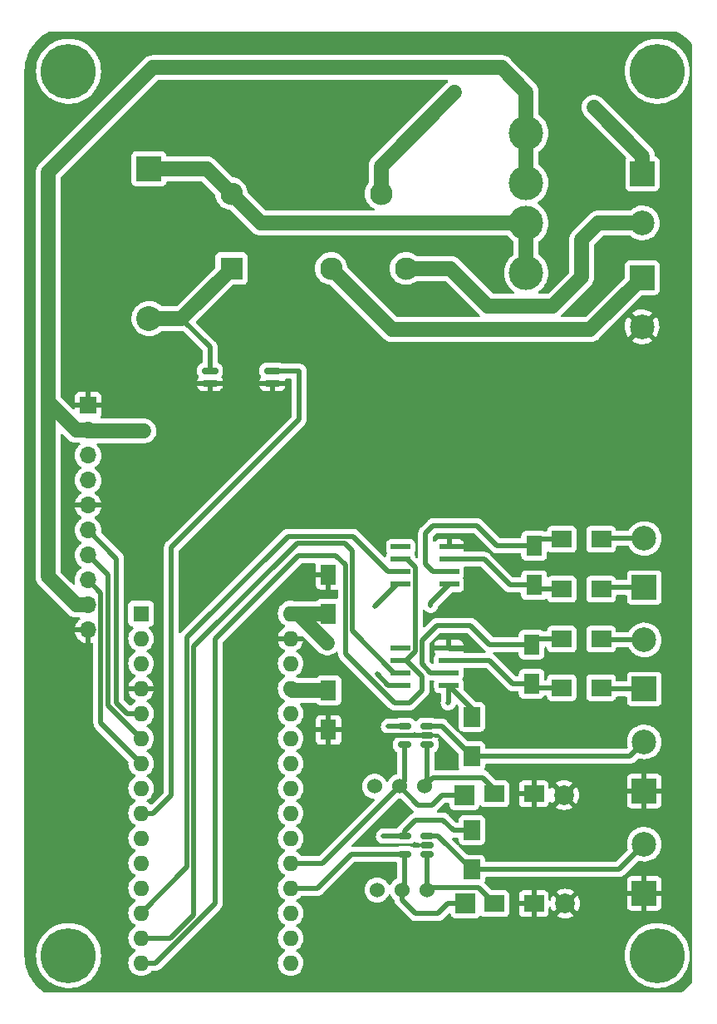
<source format=gbr>
%TF.GenerationSoftware,KiCad,Pcbnew,(6.0.4)*%
%TF.CreationDate,2023-02-01T16:26:21-05:00*%
%TF.ProjectId,BREAD_Slice,42524541-445f-4536-9c69-63652e6b6963,rev?*%
%TF.SameCoordinates,PX74eba40PY8552dc0*%
%TF.FileFunction,Copper,L2,Bot*%
%TF.FilePolarity,Positive*%
%FSLAX46Y46*%
G04 Gerber Fmt 4.6, Leading zero omitted, Abs format (unit mm)*
G04 Created by KiCad (PCBNEW (6.0.4)) date 2023-02-01 16:26:21*
%MOMM*%
%LPD*%
G01*
G04 APERTURE LIST*
G04 Aperture macros list*
%AMRoundRect*
0 Rectangle with rounded corners*
0 $1 Rounding radius*
0 $2 $3 $4 $5 $6 $7 $8 $9 X,Y pos of 4 corners*
0 Add a 4 corners polygon primitive as box body*
4,1,4,$2,$3,$4,$5,$6,$7,$8,$9,$2,$3,0*
0 Add four circle primitives for the rounded corners*
1,1,$1+$1,$2,$3*
1,1,$1+$1,$4,$5*
1,1,$1+$1,$6,$7*
1,1,$1+$1,$8,$9*
0 Add four rect primitives between the rounded corners*
20,1,$1+$1,$2,$3,$4,$5,0*
20,1,$1+$1,$4,$5,$6,$7,0*
20,1,$1+$1,$6,$7,$8,$9,0*
20,1,$1+$1,$8,$9,$2,$3,0*%
G04 Aperture macros list end*
%TA.AperFunction,ComponentPad*%
%ADD10C,5.600000*%
%TD*%
%TA.AperFunction,ComponentPad*%
%ADD11R,1.600000X1.600000*%
%TD*%
%TA.AperFunction,ComponentPad*%
%ADD12O,1.600000X1.600000*%
%TD*%
%TA.AperFunction,ComponentPad*%
%ADD13R,1.700000X1.700000*%
%TD*%
%TA.AperFunction,ComponentPad*%
%ADD14O,1.700000X1.700000*%
%TD*%
%TA.AperFunction,ComponentPad*%
%ADD15R,2.500000X2.500000*%
%TD*%
%TA.AperFunction,ComponentPad*%
%ADD16C,2.500000*%
%TD*%
%TA.AperFunction,ComponentPad*%
%ADD17R,2.540000X2.540000*%
%TD*%
%TA.AperFunction,ComponentPad*%
%ADD18C,2.540000*%
%TD*%
%TA.AperFunction,ComponentPad*%
%ADD19R,1.998980X1.998980*%
%TD*%
%TA.AperFunction,ComponentPad*%
%ADD20C,1.998980*%
%TD*%
%TA.AperFunction,ComponentPad*%
%ADD21C,1.524000*%
%TD*%
%TA.AperFunction,ComponentPad*%
%ADD22R,2.300000X2.300000*%
%TD*%
%TA.AperFunction,ComponentPad*%
%ADD23C,2.300000*%
%TD*%
%TA.AperFunction,ComponentPad*%
%ADD24C,3.500000*%
%TD*%
%TA.AperFunction,SMDPad,CuDef*%
%ADD25R,2.000000X1.700000*%
%TD*%
%TA.AperFunction,SMDPad,CuDef*%
%ADD26RoundRect,0.150000X0.512500X0.150000X-0.512500X0.150000X-0.512500X-0.150000X0.512500X-0.150000X0*%
%TD*%
%TA.AperFunction,SMDPad,CuDef*%
%ADD27R,1.600000X2.000000*%
%TD*%
%TA.AperFunction,SMDPad,CuDef*%
%ADD28RoundRect,0.041300X0.943700X0.253700X-0.943700X0.253700X-0.943700X-0.253700X0.943700X-0.253700X0*%
%TD*%
%TA.AperFunction,SMDPad,CuDef*%
%ADD29R,1.700000X2.000000*%
%TD*%
%TA.AperFunction,SMDPad,CuDef*%
%ADD30RoundRect,0.150000X0.662500X0.150000X-0.662500X0.150000X-0.662500X-0.150000X0.662500X-0.150000X0*%
%TD*%
%TA.AperFunction,ViaPad*%
%ADD31C,0.500000*%
%TD*%
%TA.AperFunction,Conductor*%
%ADD32C,0.500000*%
%TD*%
%TA.AperFunction,Conductor*%
%ADD33C,1.500000*%
%TD*%
G04 APERTURE END LIST*
D10*
%TO.P,H1,1*%
%TO.N,N/C*%
X5000000Y95000000D03*
%TD*%
%TO.P,H2,1*%
%TO.N,N/C*%
X65000000Y95000000D03*
%TD*%
%TO.P,H3,1*%
%TO.N,N/C*%
X5000000Y5000000D03*
%TD*%
%TO.P,H4,1*%
%TO.N,N/C*%
X65000000Y5000000D03*
%TD*%
D11*
%TO.P,A1,1,D1/TX*%
%TO.N,unconnected-(A1-Pad1)*%
X12400000Y39800000D03*
D12*
%TO.P,A1,2,D0/RX*%
%TO.N,unconnected-(A1-Pad2)*%
X12400000Y37260000D03*
%TO.P,A1,3,~{RESET}*%
%TO.N,unconnected-(A1-Pad3)*%
X12400000Y34720000D03*
%TO.P,A1,4,GND*%
%TO.N,GND*%
X12400000Y32180000D03*
%TO.P,A1,5,D2*%
%TO.N,/E_STOP*%
X12400000Y29640000D03*
%TO.P,A1,6,D3*%
%TO.N,/INT*%
X12400000Y27100000D03*
%TO.P,A1,7,D4*%
%TO.N,/SYNC*%
X12400000Y24560000D03*
%TO.P,A1,8,D5*%
%TO.N,unconnected-(A1-Pad8)*%
X12400000Y22020000D03*
%TO.P,A1,9,D6*%
%TO.N,/PWM*%
X12400000Y19480000D03*
%TO.P,A1,10,D7*%
%TO.N,unconnected-(A1-Pad10)*%
X12400000Y16940000D03*
%TO.P,A1,11,D8*%
%TO.N,unconnected-(A1-Pad11)*%
X12400000Y14400000D03*
%TO.P,A1,12,D9*%
%TO.N,unconnected-(A1-Pad12)*%
X12400000Y11860000D03*
%TO.P,A1,13,D10*%
%TO.N,/SS1*%
X12400000Y9320000D03*
%TO.P,A1,14,D11*%
%TO.N,/SS2*%
X12400000Y6780000D03*
%TO.P,A1,15,D12*%
%TO.N,/DATA*%
X12400000Y4240000D03*
%TO.P,A1,16,D13*%
%TO.N,/CLK*%
X27640000Y4240000D03*
%TO.P,A1,17,3V3*%
%TO.N,unconnected-(A1-Pad17)*%
X27640000Y6780000D03*
%TO.P,A1,18,AREF*%
%TO.N,unconnected-(A1-Pad18)*%
X27640000Y9320000D03*
%TO.P,A1,19,A0*%
%TO.N,/TMSTR2*%
X27640000Y11860000D03*
%TO.P,A1,20,A1*%
%TO.N,/TMSTR1*%
X27640000Y14400000D03*
%TO.P,A1,21,A2*%
%TO.N,unconnected-(A1-Pad21)*%
X27640000Y16940000D03*
%TO.P,A1,22,A3*%
%TO.N,unconnected-(A1-Pad22)*%
X27640000Y19480000D03*
%TO.P,A1,23,A4*%
%TO.N,/I2C_DAT*%
X27640000Y22020000D03*
%TO.P,A1,24,A5*%
%TO.N,/I2C_CLK*%
X27640000Y24560000D03*
%TO.P,A1,25,A6*%
%TO.N,unconnected-(A1-Pad25)*%
X27640000Y27100000D03*
%TO.P,A1,26,A7*%
%TO.N,unconnected-(A1-Pad26)*%
X27640000Y29640000D03*
%TO.P,A1,27,+5V*%
%TO.N,+5V*%
X27640000Y32180000D03*
%TO.P,A1,28,~{RESET}*%
%TO.N,unconnected-(A1-Pad28)*%
X27640000Y34720000D03*
%TO.P,A1,29,GND*%
%TO.N,GND*%
X27640000Y37260000D03*
%TO.P,A1,30,VIN*%
%TO.N,+12V*%
X27640000Y39800000D03*
%TD*%
D13*
%TO.P,J1,1,Pin_1*%
%TO.N,GND*%
X7000000Y61000000D03*
D14*
%TO.P,J1,2,Pin_2*%
%TO.N,+12V*%
X7000000Y58460000D03*
%TO.P,J1,3,Pin_3*%
%TO.N,/I2C_CLK*%
X7000000Y55920000D03*
%TO.P,J1,4,Pin_4*%
%TO.N,/I2C_DAT*%
X7000000Y53380000D03*
%TO.P,J1,5,Pin_5*%
%TO.N,GND*%
X7000000Y50840000D03*
%TO.P,J1,6,Pin_6*%
%TO.N,/E_STOP*%
X7000000Y48300000D03*
%TO.P,J1,7,Pin_7*%
%TO.N,/INT*%
X7000000Y45760000D03*
%TO.P,J1,8,Pin_8*%
%TO.N,/SYNC*%
X7000000Y43220000D03*
%TO.P,J1,9,Pin_9*%
%TO.N,+12V*%
X7000000Y40680000D03*
%TO.P,J1,10,Pin_10*%
%TO.N,GND*%
X7000000Y38140000D03*
%TD*%
D15*
%TO.P,J2,1*%
%TO.N,GND*%
X63673000Y21757000D03*
D16*
%TO.P,J2,2*%
%TO.N,Net-(J2-Pad2)*%
X63673000Y26757000D03*
%TD*%
D15*
%TO.P,J3,1*%
%TO.N,GND*%
X63673000Y11343000D03*
D16*
%TO.P,J3,2*%
%TO.N,Net-(J3-Pad2)*%
X63673000Y16343000D03*
%TD*%
D17*
%TO.P,D3,1,K*%
%TO.N,Net-(D3-Pad1)*%
X13208000Y85090000D03*
D18*
%TO.P,D3,2,A*%
%TO.N,Net-(K1-Pad1)*%
X13208000Y69850000D03*
%TD*%
D15*
%TO.P,J5,1*%
%TO.N,Net-(J5-Pad1)*%
X63500000Y84582000D03*
D16*
%TO.P,J5,2*%
%TO.N,Net-(J5-Pad2)*%
X63500000Y79582000D03*
%TD*%
D15*
%TO.P,J8,1*%
%TO.N,Net-(FB4-Pad2)*%
X63673000Y32131000D03*
D16*
%TO.P,J8,2*%
%TO.N,Net-(FB3-Pad2)*%
X63673000Y37131000D03*
%TD*%
D19*
%TO.P,D2,1,K*%
%TO.N,/TMSTR2*%
X45466000Y10287000D03*
D20*
%TO.P,D2,2,A*%
%TO.N,GND*%
X55626000Y10287000D03*
%TD*%
D15*
%TO.P,J7,1*%
%TO.N,Net-(FB2-Pad2)*%
X63673000Y42458000D03*
D16*
%TO.P,J7,2*%
%TO.N,Net-(FB1-Pad2)*%
X63673000Y47458000D03*
%TD*%
D21*
%TO.P,RV2,1,1*%
%TO.N,Net-(R6-Pad1)*%
X41529000Y11684000D03*
%TO.P,RV2,2,2*%
%TO.N,/TMSTR2*%
X38989000Y11684000D03*
%TO.P,RV2,3,3*%
%TO.N,unconnected-(RV2-Pad3)*%
X36449000Y11684000D03*
%TD*%
D15*
%TO.P,J4,1*%
%TO.N,Net-(J4-Pad1)*%
X63454000Y74001000D03*
D16*
%TO.P,J4,2*%
%TO.N,GND*%
X63454000Y69001000D03*
%TD*%
D19*
%TO.P,D1,1,K*%
%TO.N,/TMSTR1*%
X45339000Y21336000D03*
D20*
%TO.P,D1,2,A*%
%TO.N,GND*%
X55499000Y21336000D03*
%TD*%
D21*
%TO.P,RV1,1,1*%
%TO.N,Net-(R4-Pad1)*%
X41275000Y22225000D03*
%TO.P,RV1,2,2*%
%TO.N,/TMSTR1*%
X38735000Y22225000D03*
%TO.P,RV1,3,3*%
%TO.N,unconnected-(RV1-Pad3)*%
X36195000Y22225000D03*
%TD*%
D22*
%TO.P,K1,1*%
%TO.N,Net-(K1-Pad1)*%
X21605000Y74940000D03*
D23*
%TO.P,K1,2*%
%TO.N,Net-(J4-Pad1)*%
X31765000Y74940000D03*
%TO.P,K1,3*%
%TO.N,Net-(J5-Pad2)*%
X39385000Y74940000D03*
%TO.P,K1,4*%
%TO.N,Net-(J5-Pad1)*%
X36845000Y82560000D03*
%TO.P,K1,5*%
%TO.N,Net-(D3-Pad1)*%
X21605000Y82560000D03*
%TD*%
D24*
%TO.P,F1,1*%
%TO.N,Net-(D3-Pad1)*%
X51643000Y79564000D03*
X51643000Y74484000D03*
%TO.P,F1,2*%
%TO.N,+12V*%
X51643000Y83624000D03*
X51643000Y88704000D03*
%TD*%
D25*
%TO.P,FB4,1*%
%TO.N,/T-2*%
X55277000Y32258000D03*
%TO.P,FB4,2*%
%TO.N,Net-(FB4-Pad2)*%
X59277000Y32258000D03*
%TD*%
%TO.P,R4,1*%
%TO.N,Net-(R4-Pad1)*%
X48419000Y21463000D03*
%TO.P,R4,2*%
%TO.N,GND*%
X52419000Y21463000D03*
%TD*%
D26*
%TO.P,U2,1,+*%
%TO.N,Net-(J3-Pad2)*%
X41523500Y17206000D03*
%TO.P,U2,2,V-*%
%TO.N,GND*%
X41523500Y16256000D03*
%TO.P,U2,3,-*%
%TO.N,Net-(R6-Pad1)*%
X41523500Y15306000D03*
%TO.P,U2,4*%
%TO.N,/TMSTR2*%
X39248500Y15306000D03*
%TO.P,U2,5,V+*%
%TO.N,+5V*%
X39248500Y17206000D03*
%TD*%
%TO.P,U1,1,+*%
%TO.N,Net-(J2-Pad2)*%
X41523500Y28382000D03*
%TO.P,U1,2,V-*%
%TO.N,GND*%
X41523500Y27432000D03*
%TO.P,U1,3,-*%
%TO.N,Net-(R4-Pad1)*%
X41523500Y26482000D03*
%TO.P,U1,4*%
%TO.N,/TMSTR1*%
X39248500Y26482000D03*
%TO.P,U1,5,V+*%
%TO.N,+5V*%
X39248500Y28382000D03*
%TD*%
D25*
%TO.P,R6,1*%
%TO.N,Net-(R6-Pad1)*%
X48419000Y10287000D03*
%TO.P,R6,2*%
%TO.N,GND*%
X52419000Y10287000D03*
%TD*%
D27*
%TO.P,C6,1*%
%TO.N,/T+2*%
X52197000Y36671000D03*
%TO.P,C6,2*%
%TO.N,/T-2*%
X52197000Y32671000D03*
%TD*%
%TO.P,C1,1*%
%TO.N,+12V*%
X31496000Y39783000D03*
%TO.P,C1,2*%
%TO.N,GND*%
X31496000Y43783000D03*
%TD*%
D28*
%TO.P,U4,1,GND*%
%TO.N,GND*%
X43750000Y36322000D03*
%TO.P,U4,2,T-*%
%TO.N,/T-2*%
X43750000Y35052000D03*
%TO.P,U4,3,T+*%
%TO.N,/T+2*%
X43750000Y33782000D03*
%TO.P,U4,4,VCC*%
%TO.N,+5V*%
X43750000Y32512000D03*
%TO.P,U4,5,SCK*%
%TO.N,/CLK*%
X38800000Y32512000D03*
%TO.P,U4,6,~{CS}*%
%TO.N,/SS2*%
X38800000Y33782000D03*
%TO.P,U4,7,SO*%
%TO.N,/DATA*%
X38800000Y35052000D03*
%TO.P,U4,8,N.C.*%
%TO.N,unconnected-(U4-Pad8)*%
X38800000Y36322000D03*
%TD*%
D25*
%TO.P,FB1,1*%
%TO.N,/T+1*%
X55277000Y47371000D03*
%TO.P,FB1,2*%
%TO.N,Net-(FB1-Pad2)*%
X59277000Y47371000D03*
%TD*%
%TO.P,FB3,1*%
%TO.N,/T+2*%
X55277000Y37211000D03*
%TO.P,FB3,2*%
%TO.N,Net-(FB3-Pad2)*%
X59277000Y37211000D03*
%TD*%
D29*
%TO.P,R1,1*%
%TO.N,+5V*%
X46101000Y17748000D03*
%TO.P,R1,2*%
%TO.N,Net-(J3-Pad2)*%
X46101000Y13748000D03*
%TD*%
D30*
%TO.P,U5,1*%
%TO.N,/PWM*%
X25787500Y64535000D03*
%TO.P,U5,2*%
%TO.N,GND*%
X25787500Y63265000D03*
%TO.P,U5,3*%
X19412500Y63265000D03*
%TO.P,U5,4*%
%TO.N,Net-(K1-Pad1)*%
X19412500Y64535000D03*
%TD*%
D29*
%TO.P,R3,1*%
%TO.N,+5V*%
X46101000Y29305000D03*
%TO.P,R3,2*%
%TO.N,Net-(J2-Pad2)*%
X46101000Y25305000D03*
%TD*%
D27*
%TO.P,C3,1*%
%TO.N,/T+1*%
X52451000Y46704000D03*
%TO.P,C3,2*%
%TO.N,/T-1*%
X52451000Y42704000D03*
%TD*%
%TO.P,C2,1*%
%TO.N,+5V*%
X31496000Y31972000D03*
%TO.P,C2,2*%
%TO.N,GND*%
X31496000Y27972000D03*
%TD*%
D28*
%TO.P,U3,1,GND*%
%TO.N,GND*%
X43803000Y46609000D03*
%TO.P,U3,2,T-*%
%TO.N,/T-1*%
X43803000Y45339000D03*
%TO.P,U3,3,T+*%
%TO.N,/T+1*%
X43803000Y44069000D03*
%TO.P,U3,4,VCC*%
%TO.N,+5V*%
X43803000Y42799000D03*
%TO.P,U3,5,SCK*%
%TO.N,/CLK*%
X38853000Y42799000D03*
%TO.P,U3,6,~{CS}*%
%TO.N,/SS1*%
X38853000Y44069000D03*
%TO.P,U3,7,SO*%
%TO.N,/DATA*%
X38853000Y45339000D03*
%TO.P,U3,8,N.C.*%
%TO.N,unconnected-(U3-Pad8)*%
X38853000Y46609000D03*
%TD*%
D25*
%TO.P,FB2,1*%
%TO.N,/T-1*%
X55277000Y42291000D03*
%TO.P,FB2,2*%
%TO.N,Net-(FB2-Pad2)*%
X59277000Y42291000D03*
%TD*%
D31*
%TO.N,GND*%
X35687000Y26670000D03*
X46101000Y36195000D03*
X47371000Y46355000D03*
X37084000Y18796000D03*
%TO.N,+5V*%
X41910000Y40640000D03*
X37084000Y17145000D03*
X37592000Y28321000D03*
X43688000Y30734000D03*
%TO.N,+12V*%
X31369000Y36830000D03*
X12700000Y58420000D03*
%TO.N,/CLK*%
X36195000Y40513000D03*
X36449000Y33655000D03*
%TO.N,Net-(J5-Pad1)*%
X58547000Y91313000D03*
X44323000Y92837000D03*
%TD*%
D32*
%TO.N,/PWM*%
X15494000Y21336000D02*
X13638000Y19480000D01*
X28500000Y59575000D02*
X15494000Y46569000D01*
X15494000Y46569000D02*
X15494000Y21336000D01*
X28500000Y64500000D02*
X28500000Y59575000D01*
X25822500Y64500000D02*
X28500000Y64500000D01*
X25787500Y64535000D02*
X25822500Y64500000D01*
X13638000Y19480000D02*
X12400000Y19480000D01*
%TO.N,GND*%
X47117000Y46609000D02*
X47371000Y46355000D01*
X46101000Y36195000D02*
X43877000Y36195000D01*
X43877000Y36195000D02*
X43750000Y36322000D01*
X41523500Y27432000D02*
X36449000Y27432000D01*
X36449000Y27432000D02*
X35687000Y26670000D01*
X43803000Y46609000D02*
X47117000Y46609000D01*
%TO.N,+5V*%
X46101000Y30161000D02*
X43750000Y32512000D01*
X41910000Y40906000D02*
X43803000Y42799000D01*
X44228000Y17748000D02*
X43180000Y18796000D01*
X39248500Y17206000D02*
X37145000Y17206000D01*
X41910000Y40640000D02*
X41910000Y40906000D01*
X43750000Y30796000D02*
X43688000Y30734000D01*
D33*
X31496000Y31972000D02*
X27848000Y31972000D01*
D32*
X46101000Y17748000D02*
X44228000Y17748000D01*
X37145000Y17206000D02*
X37084000Y17145000D01*
X40386000Y18796000D02*
X39248500Y17658500D01*
X43180000Y18796000D02*
X40386000Y18796000D01*
X46101000Y29305000D02*
X46101000Y30161000D01*
X39248500Y17658500D02*
X39248500Y17206000D01*
X39248500Y28382000D02*
X37653000Y28382000D01*
X27820000Y32000000D02*
X27640000Y32180000D01*
X37653000Y28382000D02*
X37592000Y28321000D01*
X43750000Y32512000D02*
X43750000Y30796000D01*
D33*
X27848000Y31972000D02*
X27640000Y32180000D01*
D32*
%TO.N,/TMSTR1*%
X39248500Y26482000D02*
X39248500Y22738500D01*
X40640000Y20320000D02*
X38735000Y22225000D01*
X39248500Y22738500D02*
X38735000Y22225000D01*
X43053000Y21336000D02*
X42037000Y20320000D01*
X45339000Y21336000D02*
X43053000Y21336000D01*
X42037000Y20320000D02*
X40640000Y20320000D01*
X27640000Y14400000D02*
X30910000Y14400000D01*
X30910000Y14400000D02*
X38735000Y22225000D01*
%TO.N,/TMSTR2*%
X38989000Y10668000D02*
X38989000Y11684000D01*
X40386000Y9271000D02*
X38989000Y10668000D01*
X27640000Y11860000D02*
X30402000Y11860000D01*
X43688000Y10287000D02*
X42672000Y9271000D01*
X30402000Y11860000D02*
X33848000Y15306000D01*
X39248500Y11943500D02*
X38989000Y11684000D01*
X45466000Y10287000D02*
X43688000Y10287000D01*
X42672000Y9271000D02*
X40386000Y9271000D01*
X33848000Y15306000D02*
X39248500Y15306000D01*
X39248500Y15306000D02*
X39248500Y11943500D01*
%TO.N,/SYNC*%
X8299511Y41920489D02*
X8299511Y28660489D01*
X8299511Y28660489D02*
X12400000Y24560000D01*
X7000000Y43220000D02*
X8299511Y41920489D01*
%TO.N,/E_STOP*%
X9906000Y45394000D02*
X9906000Y30734000D01*
X7000000Y48300000D02*
X9906000Y45394000D01*
X11000000Y29640000D02*
X12400000Y29640000D01*
X9906000Y30734000D02*
X11000000Y29640000D01*
X7580000Y48300000D02*
X7000000Y48300000D01*
D33*
%TO.N,+12V*%
X5797919Y58460000D02*
X7000000Y58460000D01*
X51643000Y88704000D02*
X51643000Y83624000D01*
X2921000Y43556919D02*
X2921000Y61336919D01*
X49159000Y95377000D02*
X13589000Y95377000D01*
X51643000Y92893000D02*
X51643000Y88704000D01*
X27640000Y39800000D02*
X28399000Y39800000D01*
X27657000Y39783000D02*
X27640000Y39800000D01*
X49159000Y95377000D02*
X51643000Y92893000D01*
X2921000Y61336919D02*
X5797919Y58460000D01*
X13589000Y95377000D02*
X2921000Y84709000D01*
D32*
X6390000Y58460000D02*
X7000000Y58460000D01*
D33*
X28399000Y39800000D02*
X31369000Y36830000D01*
X7000000Y40680000D02*
X5797919Y40680000D01*
X7040000Y58420000D02*
X7000000Y58460000D01*
X5797919Y40680000D02*
X2921000Y43556919D01*
X31496000Y39783000D02*
X27657000Y39783000D01*
X2921000Y84709000D02*
X2921000Y61336919D01*
X12700000Y58420000D02*
X7040000Y58420000D01*
X51699000Y88760000D02*
X51643000Y88704000D01*
D32*
%TO.N,/INT*%
X7000000Y45760000D02*
X9017000Y43743000D01*
X9017000Y43743000D02*
X9017000Y30483000D01*
X7580000Y45760000D02*
X7000000Y45760000D01*
X9017000Y30483000D02*
X12400000Y27100000D01*
%TO.N,/DATA*%
X40321480Y35951956D02*
X39421524Y35052000D01*
X41021000Y32004000D02*
X41021000Y33452524D01*
X38227000Y30734000D02*
X39751000Y30734000D01*
X39421524Y35052000D02*
X38800000Y35052000D01*
X13865270Y4240000D02*
X19939000Y10313730D01*
X12400000Y4240000D02*
X13865270Y4240000D01*
X33209480Y44768542D02*
X33209480Y35751520D01*
X38853000Y45339000D02*
X39474524Y45339000D01*
X32258022Y45720000D02*
X33209480Y44768542D01*
X33209480Y35751520D02*
X38227000Y30734000D01*
X41021000Y33452524D02*
X39421524Y35052000D01*
X40321480Y44492044D02*
X40321480Y35951956D01*
X28448000Y45720000D02*
X32258022Y45720000D01*
X39751000Y30734000D02*
X41021000Y32004000D01*
X19939000Y37211000D02*
X28448000Y45720000D01*
X19939000Y10313730D02*
X19939000Y37211000D01*
X39474524Y45339000D02*
X40321480Y44492044D01*
%TO.N,/CLK*%
X38481000Y42799000D02*
X36195000Y40513000D01*
X36449000Y33655000D02*
X37592000Y32512000D01*
X38853000Y42799000D02*
X38481000Y42799000D01*
X37592000Y32512000D02*
X38800000Y32512000D01*
%TO.N,/SS1*%
X37592000Y44069000D02*
X38853000Y44069000D01*
X12400000Y9320000D02*
X17080480Y14000480D01*
X33971481Y47689519D02*
X37592000Y44069000D01*
X17080480Y37400480D02*
X27369519Y47689519D01*
X17080480Y14000480D02*
X17080480Y37400480D01*
X27369519Y47689519D02*
X33971481Y47689519D01*
%TO.N,/SS2*%
X28321000Y46990000D02*
X17780000Y36449000D01*
X17780000Y36449000D02*
X17780000Y9144000D01*
X33909000Y38051476D02*
X33909000Y46228000D01*
X38800000Y33782000D02*
X38178476Y33782000D01*
X33909000Y46228000D02*
X33147000Y46990000D01*
X17780000Y9144000D02*
X15416000Y6780000D01*
X38178476Y33782000D02*
X33909000Y38051476D01*
X15416000Y6780000D02*
X12400000Y6780000D01*
X33147000Y46990000D02*
X28321000Y46990000D01*
%TO.N,/T-1*%
X50006000Y42704000D02*
X47371000Y45339000D01*
X52451000Y42704000D02*
X50006000Y42704000D01*
X55277000Y42291000D02*
X52864000Y42291000D01*
X47371000Y45339000D02*
X43803000Y45339000D01*
X52864000Y42291000D02*
X52451000Y42704000D01*
%TO.N,/T+1*%
X41402000Y44831000D02*
X42164000Y44069000D01*
X55277000Y47371000D02*
X53118000Y47371000D01*
X41402000Y48006000D02*
X41402000Y44831000D01*
X42164000Y48768000D02*
X41402000Y48006000D01*
X42164000Y44069000D02*
X43803000Y44069000D01*
X52451000Y46704000D02*
X48673000Y46704000D01*
X53118000Y47371000D02*
X52451000Y46704000D01*
X48673000Y46704000D02*
X46609000Y48768000D01*
X46609000Y48768000D02*
X42164000Y48768000D01*
D33*
%TO.N,Net-(D3-Pad1)*%
X13208000Y85090000D02*
X19075000Y85090000D01*
X21605000Y82560000D02*
X24601000Y79564000D01*
X19075000Y85090000D02*
X21605000Y82560000D01*
X51643000Y79564000D02*
X51643000Y74484000D01*
X24601000Y79564000D02*
X51643000Y79564000D01*
D32*
%TO.N,/T-2*%
X52197000Y32671000D02*
X50260000Y32671000D01*
X50260000Y32671000D02*
X47879000Y35052000D01*
X55277000Y32258000D02*
X52610000Y32258000D01*
X47879000Y35052000D02*
X43750000Y35052000D01*
X52610000Y32258000D02*
X52197000Y32671000D01*
%TO.N,/T+2*%
X41021000Y37084000D02*
X41021000Y34671000D01*
X52197000Y36671000D02*
X47911000Y36671000D01*
X47911000Y36671000D02*
X45974000Y38608000D01*
X45974000Y38608000D02*
X42545000Y38608000D01*
X55277000Y37211000D02*
X52737000Y37211000D01*
X41021000Y34671000D02*
X41910000Y33782000D01*
X52737000Y37211000D02*
X52197000Y36671000D01*
X42545000Y38608000D02*
X41021000Y37084000D01*
X41910000Y33782000D02*
X43750000Y33782000D01*
D33*
%TO.N,Net-(K1-Pad1)*%
X16515000Y69850000D02*
X21605000Y74940000D01*
X13208000Y69850000D02*
X16515000Y69850000D01*
D32*
X19412500Y66952500D02*
X16515000Y69850000D01*
X19412500Y64535000D02*
X19412500Y66952500D01*
%TO.N,Net-(FB1-Pad2)*%
X59364000Y47458000D02*
X59277000Y47371000D01*
X63673000Y47458000D02*
X59364000Y47458000D01*
%TO.N,Net-(FB2-Pad2)*%
X63673000Y42458000D02*
X59444000Y42458000D01*
X59444000Y42458000D02*
X59277000Y42291000D01*
%TO.N,Net-(FB3-Pad2)*%
X63673000Y37131000D02*
X59357000Y37131000D01*
X59357000Y37131000D02*
X59277000Y37211000D01*
%TO.N,Net-(FB4-Pad2)*%
X59404000Y32131000D02*
X59277000Y32258000D01*
X63673000Y32131000D02*
X59404000Y32131000D01*
%TO.N,Net-(J2-Pad2)*%
X41523500Y28382000D02*
X43024000Y28382000D01*
X46101000Y25305000D02*
X62221000Y25305000D01*
X62221000Y25305000D02*
X63673000Y26757000D01*
X43024000Y28382000D02*
X46101000Y25305000D01*
%TO.N,Net-(J3-Pad2)*%
X41523500Y17206000D02*
X42643000Y17206000D01*
X46101000Y13748000D02*
X61078000Y13748000D01*
X42643000Y17206000D02*
X46101000Y13748000D01*
X61078000Y13748000D02*
X63673000Y16343000D01*
D33*
%TO.N,Net-(J5-Pad1)*%
X36845000Y82560000D02*
X36845000Y85359000D01*
X58547000Y91313000D02*
X63500000Y86360000D01*
X63500000Y86360000D02*
X63500000Y84582000D01*
X36845000Y85359000D02*
X44323000Y92837000D01*
%TO.N,Net-(J5-Pad2)*%
X47752000Y71120000D02*
X54356000Y71120000D01*
X59008000Y79582000D02*
X63500000Y79582000D01*
X57277000Y77851000D02*
X59008000Y79582000D01*
X39385000Y74940000D02*
X43932000Y74940000D01*
X43932000Y74940000D02*
X47752000Y71120000D01*
X57277000Y74041000D02*
X57277000Y77851000D01*
X54356000Y71120000D02*
X57277000Y74041000D01*
D32*
%TO.N,Net-(R4-Pad1)*%
X42164000Y23114000D02*
X41275000Y22225000D01*
X41523500Y22473500D02*
X41275000Y22225000D01*
X48419000Y21939000D02*
X47244000Y23114000D01*
X41523500Y26482000D02*
X41523500Y22473500D01*
X48419000Y21463000D02*
X48419000Y21939000D01*
X47244000Y23114000D02*
X42164000Y23114000D01*
%TO.N,Net-(R6-Pad1)*%
X41523500Y15306000D02*
X41523500Y11689500D01*
X48419000Y10287000D02*
X46768000Y11938000D01*
X41523500Y11689500D02*
X41529000Y11684000D01*
X46768000Y11938000D02*
X41783000Y11938000D01*
X41783000Y11938000D02*
X41529000Y11684000D01*
D33*
%TO.N,Net-(J4-Pad1)*%
X37998000Y68707000D02*
X58160000Y68707000D01*
X58160000Y68707000D02*
X63454000Y74001000D01*
X31765000Y74940000D02*
X37998000Y68707000D01*
%TD*%
%TA.AperFunction,Conductor*%
%TO.N,GND*%
G36*
X66946057Y99045763D02*
G01*
X67240867Y98892295D01*
X67250387Y98886799D01*
X67571574Y98682180D01*
X67580578Y98675876D01*
X67882716Y98444038D01*
X67891137Y98436972D01*
X68171914Y98179686D01*
X68179686Y98171914D01*
X68262295Y98081763D01*
X68436980Y97891129D01*
X68444032Y97882725D01*
X68546907Y97748654D01*
X68553963Y97739459D01*
X68579563Y97673238D01*
X68580000Y97662755D01*
X68580000Y2337245D01*
X68559998Y2269124D01*
X68553963Y2260542D01*
X68444032Y2117275D01*
X68436980Y2108871D01*
X68323069Y1984560D01*
X68179686Y1828086D01*
X68171914Y1820314D01*
X67891137Y1563028D01*
X67882716Y1555962D01*
X67580578Y1324124D01*
X67571582Y1317825D01*
X67527485Y1289732D01*
X67459787Y1270000D01*
X2540213Y1270000D01*
X2472515Y1289732D01*
X2428418Y1317825D01*
X2419422Y1324124D01*
X2117284Y1555962D01*
X2108863Y1563028D01*
X1828086Y1820314D01*
X1820314Y1828086D01*
X1563028Y2108863D01*
X1555962Y2117284D01*
X1324124Y2419422D01*
X1317820Y2428426D01*
X1113201Y2749613D01*
X1107705Y2759133D01*
X1010440Y2945978D01*
X931858Y3096933D01*
X927216Y3106886D01*
X884562Y3209864D01*
X781471Y3458746D01*
X777715Y3469068D01*
X776760Y3472099D01*
X663198Y3832269D01*
X660353Y3842886D01*
X577927Y4214685D01*
X576018Y4225510D01*
X574832Y4234525D01*
X526310Y4603087D01*
X525352Y4614036D01*
X510561Y4952792D01*
X512188Y4979195D01*
X512769Y4982648D01*
X512770Y4982655D01*
X513576Y4987448D01*
X513729Y5000000D01*
X512073Y5011566D01*
X1686661Y5011566D01*
X1704792Y4653660D01*
X1705329Y4650305D01*
X1705330Y4650299D01*
X1744582Y4405243D01*
X1761470Y4299805D01*
X1856033Y3954141D01*
X1987374Y3620712D01*
X2007041Y3583251D01*
X2103141Y3400209D01*
X2153957Y3303418D01*
X2155858Y3300589D01*
X2155864Y3300579D01*
X2290547Y3100151D01*
X2353834Y3005971D01*
X2584665Y2731850D01*
X2843751Y2484262D01*
X3128061Y2266103D01*
X3160056Y2246650D01*
X3431355Y2081697D01*
X3431360Y2081694D01*
X3434270Y2079925D01*
X3437358Y2078479D01*
X3437357Y2078479D01*
X3755710Y1929351D01*
X3755720Y1929347D01*
X3758794Y1927907D01*
X3762012Y1926805D01*
X3762015Y1926804D01*
X4094615Y1812929D01*
X4094623Y1812927D01*
X4097838Y1811826D01*
X4447435Y1733041D01*
X4499728Y1727083D01*
X4800114Y1692858D01*
X4800122Y1692858D01*
X4803497Y1692473D01*
X4806901Y1692455D01*
X4806904Y1692455D01*
X5001227Y1691438D01*
X5161857Y1690597D01*
X5165243Y1690947D01*
X5165245Y1690947D01*
X5514932Y1727083D01*
X5514941Y1727084D01*
X5518324Y1727434D01*
X5521657Y1728148D01*
X5521660Y1728149D01*
X5694186Y1765136D01*
X5868727Y1802554D01*
X6208968Y1915078D01*
X6535066Y2063689D01*
X6629052Y2119494D01*
X6840262Y2244901D01*
X6840267Y2244904D01*
X6843207Y2246650D01*
X7129786Y2461820D01*
X7391451Y2706681D01*
X7625140Y2978370D01*
X7731750Y3133488D01*
X7826190Y3270899D01*
X7826195Y3270906D01*
X7828120Y3273708D01*
X7829732Y3276702D01*
X7829737Y3276710D01*
X7973331Y3543393D01*
X7998017Y3589240D01*
X8132842Y3921276D01*
X8143142Y3957432D01*
X8222074Y4234525D01*
X8231020Y4265930D01*
X8264639Y4462607D01*
X8290829Y4615825D01*
X8290829Y4615827D01*
X8291401Y4619172D01*
X8293511Y4653660D01*
X8313168Y4975072D01*
X8313278Y4976869D01*
X8313359Y5000000D01*
X8293979Y5357841D01*
X8236066Y5711495D01*
X8140297Y6056827D01*
X8137243Y6064503D01*
X8009052Y6386631D01*
X8007793Y6389795D01*
X7921956Y6551913D01*
X7841702Y6703487D01*
X7841698Y6703494D01*
X7840103Y6706506D01*
X7639190Y7003254D01*
X7635092Y7008087D01*
X7543506Y7116081D01*
X7407403Y7276568D01*
X7147454Y7523250D01*
X6862384Y7740415D01*
X6859472Y7742172D01*
X6859467Y7742175D01*
X6558443Y7923764D01*
X6558437Y7923767D01*
X6555528Y7925522D01*
X6230475Y8076407D01*
X6060752Y8133855D01*
X5894255Y8190211D01*
X5894250Y8190212D01*
X5891028Y8191303D01*
X5692681Y8235276D01*
X5544493Y8268129D01*
X5544487Y8268130D01*
X5541158Y8268868D01*
X5537769Y8269242D01*
X5537764Y8269243D01*
X5188338Y8307820D01*
X5188333Y8307820D01*
X5184957Y8308193D01*
X5181558Y8308199D01*
X5181557Y8308199D01*
X5012080Y8308495D01*
X4826592Y8308818D01*
X4713413Y8296723D01*
X4473639Y8271099D01*
X4473631Y8271098D01*
X4470256Y8270737D01*
X4120117Y8194394D01*
X3780271Y8080683D01*
X3777178Y8079261D01*
X3777177Y8079260D01*
X3595090Y7995509D01*
X3454694Y7930934D01*
X3451760Y7929178D01*
X3451758Y7929177D01*
X3206346Y7782301D01*
X3147193Y7746899D01*
X3144467Y7744837D01*
X3144465Y7744836D01*
X2871641Y7538500D01*
X2861367Y7530730D01*
X2600559Y7284957D01*
X2367819Y7012454D01*
X2365900Y7009642D01*
X2365897Y7009637D01*
X2272624Y6872903D01*
X2165871Y6716409D01*
X1997077Y6400286D01*
X1863411Y6067782D01*
X1862491Y6064508D01*
X1862489Y6064503D01*
X1779889Y5770643D01*
X1766437Y5722787D01*
X1765875Y5719430D01*
X1765875Y5719429D01*
X1708132Y5374366D01*
X1707290Y5369337D01*
X1686661Y5011566D01*
X512073Y5011566D01*
X509773Y5027624D01*
X508500Y5045486D01*
X508500Y37872034D01*
X5668257Y37872034D01*
X5698565Y37737554D01*
X5701645Y37727725D01*
X5781770Y37530397D01*
X5786413Y37521206D01*
X5897694Y37339612D01*
X5903777Y37331301D01*
X6043213Y37170333D01*
X6050580Y37163117D01*
X6214434Y37027084D01*
X6222881Y37021169D01*
X6406756Y36913721D01*
X6416042Y36909271D01*
X6615001Y36833297D01*
X6624899Y36830421D01*
X6728250Y36809394D01*
X6742299Y36810590D01*
X6746000Y36820935D01*
X6746000Y37867885D01*
X6741525Y37883124D01*
X6740135Y37884329D01*
X6732452Y37886000D01*
X5683225Y37886000D01*
X5669694Y37882027D01*
X5668257Y37872034D01*
X508500Y37872034D01*
X508500Y43609833D01*
X1658521Y43609833D01*
X1661429Y43548182D01*
X1662360Y43528431D01*
X1662500Y43522495D01*
X1662500Y43499920D01*
X1663060Y43493646D01*
X1664819Y43473931D01*
X1665178Y43468671D01*
X1669104Y43385431D01*
X1670354Y43379972D01*
X1670355Y43379967D01*
X1673108Y43367949D01*
X1675789Y43351020D01*
X1677383Y43333157D01*
X1678865Y43327741D01*
X1678865Y43327739D01*
X1699370Y43252786D01*
X1700656Y43247668D01*
X1713268Y43192604D01*
X1719258Y43166449D01*
X1721460Y43161287D01*
X1726294Y43149952D01*
X1731927Y43133777D01*
X1736663Y43116468D01*
X1739079Y43111403D01*
X1772539Y43041252D01*
X1774710Y43036443D01*
X1805196Y42964970D01*
X1807397Y42959810D01*
X1817251Y42944809D01*
X1825654Y42929894D01*
X1833378Y42913701D01*
X1836648Y42909150D01*
X1836650Y42909147D01*
X1881999Y42846038D01*
X1884989Y42841687D01*
X1928196Y42775909D01*
X1928202Y42775901D01*
X1930735Y42772045D01*
X1949257Y42751257D01*
X1957490Y42740980D01*
X1964471Y42731265D01*
X2016704Y42680648D01*
X2041255Y42656856D01*
X2042665Y42655467D01*
X4843391Y39854741D01*
X4854259Y39842349D01*
X4864381Y39829157D01*
X4864388Y39829149D01*
X4867796Y39824708D01*
X4898136Y39797101D01*
X4928104Y39769832D01*
X4932399Y39765733D01*
X4948330Y39749802D01*
X4968346Y39733066D01*
X4972295Y39729621D01*
X5029798Y39677297D01*
X5029802Y39677294D01*
X5033955Y39673515D01*
X5038710Y39670532D01*
X5038713Y39670530D01*
X5049143Y39663988D01*
X5063016Y39653909D01*
X5072464Y39646008D01*
X5072471Y39646003D01*
X5076773Y39642406D01*
X5081649Y39639625D01*
X5149159Y39601118D01*
X5153687Y39598408D01*
X5219515Y39557114D01*
X5219518Y39557112D01*
X5224263Y39554136D01*
X5229468Y39552043D01*
X5229471Y39552042D01*
X5240898Y39547448D01*
X5256330Y39539988D01*
X5267038Y39533880D01*
X5267047Y39533876D01*
X5271912Y39531101D01*
X5277189Y39529232D01*
X5277194Y39529230D01*
X5350461Y39503285D01*
X5355397Y39501420D01*
X5432702Y39470344D01*
X5438189Y39469208D01*
X5438191Y39469207D01*
X5450268Y39466706D01*
X5466763Y39462101D01*
X5483678Y39456111D01*
X5565929Y39442641D01*
X5571099Y39441683D01*
X5652686Y39424787D01*
X5657298Y39424521D01*
X5657299Y39424521D01*
X5680467Y39423185D01*
X5693572Y39421738D01*
X5699829Y39420714D01*
X5699833Y39420714D01*
X5705376Y39419806D01*
X5710989Y39419894D01*
X5710991Y39419894D01*
X5812183Y39421484D01*
X5814162Y39421500D01*
X6067259Y39421500D01*
X6135380Y39401498D01*
X6181873Y39347842D01*
X6191977Y39277568D01*
X6162483Y39212988D01*
X6142912Y39194740D01*
X6099433Y39162095D01*
X6091726Y39155252D01*
X5944590Y39001283D01*
X5938104Y38993273D01*
X5818098Y38817351D01*
X5813000Y38808377D01*
X5723338Y38615217D01*
X5719775Y38605530D01*
X5664389Y38405817D01*
X5665912Y38397393D01*
X5678292Y38394000D01*
X7128000Y38394000D01*
X7196121Y38373998D01*
X7242614Y38320342D01*
X7254000Y38268000D01*
X7254000Y36821483D01*
X7258064Y36807641D01*
X7271478Y36805607D01*
X7278184Y36806466D01*
X7288262Y36808608D01*
X7378803Y36835772D01*
X7449799Y36836189D01*
X7509749Y36798156D01*
X7539621Y36733750D01*
X7541011Y36715086D01*
X7541011Y28727559D01*
X7539578Y28708609D01*
X7537745Y28696557D01*
X7536312Y28687140D01*
X7536905Y28679848D01*
X7536905Y28679845D01*
X7540596Y28634471D01*
X7541011Y28624256D01*
X7541011Y28616196D01*
X7541436Y28612552D01*
X7544300Y28587982D01*
X7544733Y28583607D01*
X7549164Y28529139D01*
X7550651Y28510852D01*
X7552907Y28503888D01*
X7554098Y28497929D01*
X7555482Y28492074D01*
X7556329Y28484808D01*
X7581246Y28416162D01*
X7582663Y28412034D01*
X7595957Y28370999D01*
X7605160Y28342590D01*
X7608956Y28336335D01*
X7611462Y28330861D01*
X7614181Y28325431D01*
X7616678Y28318552D01*
X7620691Y28312432D01*
X7620691Y28312431D01*
X7656697Y28257513D01*
X7659034Y28253809D01*
X7696916Y28191382D01*
X7700632Y28187174D01*
X7700633Y28187173D01*
X7704314Y28183005D01*
X7704287Y28182981D01*
X7706940Y28179989D01*
X7709643Y28176756D01*
X7713655Y28170637D01*
X7718967Y28165605D01*
X7769894Y28117361D01*
X7772336Y28114983D01*
X11064329Y24822990D01*
X11098355Y24760678D01*
X11100755Y24722913D01*
X11095442Y24662186D01*
X11086502Y24560000D01*
X11106457Y24331913D01*
X11107881Y24326600D01*
X11107881Y24326598D01*
X11143228Y24194684D01*
X11165716Y24110757D01*
X11168039Y24105776D01*
X11168039Y24105775D01*
X11260151Y23908238D01*
X11260154Y23908233D01*
X11262477Y23903251D01*
X11311700Y23832953D01*
X11365988Y23755423D01*
X11393802Y23715700D01*
X11555700Y23553802D01*
X11560208Y23550645D01*
X11560211Y23550643D01*
X11617506Y23510525D01*
X11743251Y23422477D01*
X11748233Y23420154D01*
X11748238Y23420151D01*
X11782457Y23404195D01*
X11835742Y23357278D01*
X11855203Y23289001D01*
X11834661Y23221041D01*
X11782457Y23175805D01*
X11748238Y23159849D01*
X11748233Y23159846D01*
X11743251Y23157523D01*
X11638389Y23084098D01*
X11560211Y23029357D01*
X11560208Y23029355D01*
X11555700Y23026198D01*
X11393802Y22864300D01*
X11390645Y22859792D01*
X11390643Y22859789D01*
X11353996Y22807452D01*
X11262477Y22676749D01*
X11260154Y22671767D01*
X11260151Y22671762D01*
X11211137Y22566649D01*
X11165716Y22469243D01*
X11164294Y22463935D01*
X11164293Y22463933D01*
X11129879Y22335498D01*
X11106457Y22248087D01*
X11086502Y22020000D01*
X11106457Y21791913D01*
X11107881Y21786600D01*
X11107881Y21786598D01*
X11159941Y21592311D01*
X11165716Y21570757D01*
X11168039Y21565776D01*
X11168039Y21565775D01*
X11260151Y21368238D01*
X11260154Y21368233D01*
X11262477Y21363251D01*
X11393802Y21175700D01*
X11555700Y21013802D01*
X11560208Y21010645D01*
X11560211Y21010643D01*
X11622240Y20967210D01*
X11743251Y20882477D01*
X11748233Y20880154D01*
X11748238Y20880151D01*
X11782457Y20864195D01*
X11835742Y20817278D01*
X11855203Y20749001D01*
X11834661Y20681041D01*
X11782457Y20635805D01*
X11748238Y20619849D01*
X11748233Y20619846D01*
X11743251Y20617523D01*
X11663198Y20561469D01*
X11560211Y20489357D01*
X11560208Y20489355D01*
X11555700Y20486198D01*
X11393802Y20324300D01*
X11390645Y20319792D01*
X11390643Y20319789D01*
X11350872Y20262990D01*
X11262477Y20136749D01*
X11260154Y20131767D01*
X11260151Y20131762D01*
X11189584Y19980429D01*
X11165716Y19929243D01*
X11164294Y19923935D01*
X11164293Y19923933D01*
X11111895Y19728381D01*
X11106457Y19708087D01*
X11086502Y19480000D01*
X11106457Y19251913D01*
X11165716Y19030757D01*
X11168039Y19025776D01*
X11168039Y19025775D01*
X11260151Y18828238D01*
X11260154Y18828233D01*
X11262477Y18823251D01*
X11393802Y18635700D01*
X11555700Y18473802D01*
X11560208Y18470645D01*
X11560211Y18470643D01*
X11638389Y18415902D01*
X11743251Y18342477D01*
X11748233Y18340154D01*
X11748238Y18340151D01*
X11782457Y18324195D01*
X11835742Y18277278D01*
X11855203Y18209001D01*
X11834661Y18141041D01*
X11782457Y18095805D01*
X11748238Y18079849D01*
X11748233Y18079846D01*
X11743251Y18077523D01*
X11653245Y18014500D01*
X11560211Y17949357D01*
X11560208Y17949355D01*
X11555700Y17946198D01*
X11393802Y17784300D01*
X11390645Y17779792D01*
X11390643Y17779789D01*
X11364200Y17742024D01*
X11262477Y17596749D01*
X11260154Y17591767D01*
X11260151Y17591762D01*
X11189811Y17440916D01*
X11165716Y17389243D01*
X11164294Y17383935D01*
X11164293Y17383933D01*
X11132388Y17264862D01*
X11106457Y17168087D01*
X11086502Y16940000D01*
X11106457Y16711913D01*
X11107881Y16706600D01*
X11107881Y16706598D01*
X11159072Y16515554D01*
X11165716Y16490757D01*
X11168039Y16485776D01*
X11168039Y16485775D01*
X11260151Y16288238D01*
X11260154Y16288233D01*
X11262477Y16283251D01*
X11314866Y16208432D01*
X11382342Y16112067D01*
X11393802Y16095700D01*
X11555700Y15933802D01*
X11560208Y15930645D01*
X11560211Y15930643D01*
X11637787Y15876324D01*
X11743251Y15802477D01*
X11748233Y15800154D01*
X11748238Y15800151D01*
X11782457Y15784195D01*
X11835742Y15737278D01*
X11855203Y15669001D01*
X11834661Y15601041D01*
X11782457Y15555805D01*
X11748238Y15539849D01*
X11748233Y15539846D01*
X11743251Y15537523D01*
X11638389Y15464098D01*
X11560211Y15409357D01*
X11560208Y15409355D01*
X11555700Y15406198D01*
X11393802Y15244300D01*
X11390645Y15239792D01*
X11390643Y15239789D01*
X11347730Y15178502D01*
X11262477Y15056749D01*
X11260154Y15051767D01*
X11260151Y15051762D01*
X11229625Y14986297D01*
X11165716Y14849243D01*
X11164294Y14843935D01*
X11164293Y14843933D01*
X11115769Y14662840D01*
X11106457Y14628087D01*
X11086502Y14400000D01*
X11106457Y14171913D01*
X11165716Y13950757D01*
X11168039Y13945776D01*
X11168039Y13945775D01*
X11260151Y13748238D01*
X11260154Y13748233D01*
X11262477Y13743251D01*
X11393802Y13555700D01*
X11555700Y13393802D01*
X11560208Y13390645D01*
X11560211Y13390643D01*
X11638389Y13335902D01*
X11743251Y13262477D01*
X11748233Y13260154D01*
X11748238Y13260151D01*
X11782457Y13244195D01*
X11835742Y13197278D01*
X11855203Y13129001D01*
X11834661Y13061041D01*
X11782457Y13015805D01*
X11748238Y12999849D01*
X11748233Y12999846D01*
X11743251Y12997523D01*
X11638389Y12924098D01*
X11560211Y12869357D01*
X11560208Y12869355D01*
X11555700Y12866198D01*
X11393802Y12704300D01*
X11390645Y12699792D01*
X11390643Y12699789D01*
X11360738Y12657080D01*
X11262477Y12516749D01*
X11260154Y12511767D01*
X11260151Y12511762D01*
X11169191Y12316695D01*
X11165716Y12309243D01*
X11164294Y12303935D01*
X11164293Y12303933D01*
X11113638Y12114886D01*
X11106457Y12088087D01*
X11086502Y11860000D01*
X11106457Y11631913D01*
X11107881Y11626600D01*
X11107881Y11626598D01*
X11119889Y11581786D01*
X11165716Y11410757D01*
X11168039Y11405776D01*
X11168039Y11405775D01*
X11260151Y11208238D01*
X11260154Y11208233D01*
X11262477Y11203251D01*
X11331421Y11104789D01*
X11383662Y11030182D01*
X11393802Y11015700D01*
X11555700Y10853802D01*
X11560208Y10850645D01*
X11560211Y10850643D01*
X11610541Y10815402D01*
X11743251Y10722477D01*
X11748233Y10720154D01*
X11748238Y10720151D01*
X11782457Y10704195D01*
X11835742Y10657278D01*
X11855203Y10589001D01*
X11834661Y10521041D01*
X11782457Y10475805D01*
X11748238Y10459849D01*
X11748233Y10459846D01*
X11743251Y10457523D01*
X11692002Y10421638D01*
X11560211Y10329357D01*
X11560208Y10329355D01*
X11555700Y10326198D01*
X11393802Y10164300D01*
X11262477Y9976749D01*
X11260154Y9971767D01*
X11260151Y9971762D01*
X11179775Y9799393D01*
X11165716Y9769243D01*
X11164294Y9763935D01*
X11164293Y9763933D01*
X11133286Y9648214D01*
X11106457Y9548087D01*
X11086502Y9320000D01*
X11106457Y9091913D01*
X11107881Y9086600D01*
X11107881Y9086598D01*
X11152825Y8918868D01*
X11165716Y8870757D01*
X11168039Y8865776D01*
X11168039Y8865775D01*
X11260151Y8668238D01*
X11260154Y8668233D01*
X11262477Y8663251D01*
X11312242Y8592180D01*
X11371325Y8507801D01*
X11393802Y8475700D01*
X11555700Y8313802D01*
X11560208Y8310645D01*
X11560211Y8310643D01*
X11563710Y8308193D01*
X11743251Y8182477D01*
X11748233Y8180154D01*
X11748238Y8180151D01*
X11782457Y8164195D01*
X11835742Y8117278D01*
X11855203Y8049001D01*
X11834661Y7981041D01*
X11782457Y7935805D01*
X11748238Y7919849D01*
X11748233Y7919846D01*
X11743251Y7917523D01*
X11638389Y7844098D01*
X11560211Y7789357D01*
X11560208Y7789355D01*
X11555700Y7786198D01*
X11393802Y7624300D01*
X11262477Y7436749D01*
X11260154Y7431767D01*
X11260151Y7431762D01*
X11190487Y7282365D01*
X11165716Y7229243D01*
X11164294Y7223935D01*
X11164293Y7223933D01*
X11107881Y7013402D01*
X11106457Y7008087D01*
X11086502Y6780000D01*
X11106457Y6551913D01*
X11107881Y6546600D01*
X11107881Y6546598D01*
X11149089Y6392811D01*
X11165716Y6330757D01*
X11168039Y6325776D01*
X11168039Y6325775D01*
X11260151Y6128238D01*
X11260154Y6128233D01*
X11262477Y6123251D01*
X11393802Y5935700D01*
X11555700Y5773802D01*
X11560208Y5770645D01*
X11560211Y5770643D01*
X11623875Y5726065D01*
X11743251Y5642477D01*
X11748233Y5640154D01*
X11748238Y5640151D01*
X11782457Y5624195D01*
X11835742Y5577278D01*
X11855203Y5509001D01*
X11834661Y5441041D01*
X11782457Y5395805D01*
X11748238Y5379849D01*
X11748233Y5379846D01*
X11743251Y5377523D01*
X11710284Y5354439D01*
X11560211Y5249357D01*
X11560208Y5249355D01*
X11555700Y5246198D01*
X11393802Y5084300D01*
X11262477Y4896749D01*
X11260154Y4891767D01*
X11260151Y4891762D01*
X11168039Y4694225D01*
X11165716Y4689243D01*
X11164294Y4683935D01*
X11164293Y4683933D01*
X11142630Y4603086D01*
X11106457Y4468087D01*
X11086502Y4240000D01*
X11106457Y4011913D01*
X11165716Y3790757D01*
X11168039Y3785776D01*
X11168039Y3785775D01*
X11260151Y3588238D01*
X11260154Y3588233D01*
X11262477Y3583251D01*
X11393802Y3395700D01*
X11555700Y3233802D01*
X11560208Y3230645D01*
X11560211Y3230643D01*
X11589887Y3209864D01*
X11743251Y3102477D01*
X11748233Y3100154D01*
X11748238Y3100151D01*
X11944130Y3008806D01*
X11950757Y3005716D01*
X11956065Y3004294D01*
X11956067Y3004293D01*
X12166598Y2947881D01*
X12166600Y2947881D01*
X12171913Y2946457D01*
X12400000Y2926502D01*
X12628087Y2946457D01*
X12633400Y2947881D01*
X12633402Y2947881D01*
X12843933Y3004293D01*
X12843935Y3004294D01*
X12849243Y3005716D01*
X12855870Y3008806D01*
X13051762Y3100151D01*
X13051767Y3100154D01*
X13056749Y3102477D01*
X13210113Y3209864D01*
X13239789Y3230643D01*
X13239792Y3230645D01*
X13244300Y3233802D01*
X13406198Y3395700D01*
X13428655Y3427771D01*
X13484110Y3472099D01*
X13531867Y3481500D01*
X13798200Y3481500D01*
X13817150Y3480067D01*
X13831385Y3477901D01*
X13831389Y3477901D01*
X13838619Y3476801D01*
X13845911Y3477394D01*
X13845914Y3477394D01*
X13891288Y3481085D01*
X13901503Y3481500D01*
X13909563Y3481500D01*
X13922853Y3483049D01*
X13937777Y3484789D01*
X13942152Y3485222D01*
X14007609Y3490546D01*
X14007612Y3490547D01*
X14014907Y3491140D01*
X14021871Y3493396D01*
X14027830Y3494587D01*
X14033685Y3495971D01*
X14040951Y3496818D01*
X14109597Y3521735D01*
X14113725Y3523152D01*
X14176206Y3543393D01*
X14176208Y3543394D01*
X14183169Y3545649D01*
X14189424Y3549445D01*
X14194898Y3551951D01*
X14200328Y3554670D01*
X14207207Y3557167D01*
X14240116Y3578743D01*
X14268246Y3597186D01*
X14271950Y3599523D01*
X14334377Y3637405D01*
X14342754Y3644803D01*
X14342778Y3644776D01*
X14345770Y3647429D01*
X14349003Y3650132D01*
X14355122Y3654144D01*
X14408398Y3710383D01*
X14410776Y3712825D01*
X14937951Y4240000D01*
X26326502Y4240000D01*
X26346457Y4011913D01*
X26405716Y3790757D01*
X26408039Y3785776D01*
X26408039Y3785775D01*
X26500151Y3588238D01*
X26500154Y3588233D01*
X26502477Y3583251D01*
X26633802Y3395700D01*
X26795700Y3233802D01*
X26800208Y3230645D01*
X26800211Y3230643D01*
X26829887Y3209864D01*
X26983251Y3102477D01*
X26988233Y3100154D01*
X26988238Y3100151D01*
X27184130Y3008806D01*
X27190757Y3005716D01*
X27196065Y3004294D01*
X27196067Y3004293D01*
X27406598Y2947881D01*
X27406600Y2947881D01*
X27411913Y2946457D01*
X27640000Y2926502D01*
X27868087Y2946457D01*
X27873400Y2947881D01*
X27873402Y2947881D01*
X28083933Y3004293D01*
X28083935Y3004294D01*
X28089243Y3005716D01*
X28095870Y3008806D01*
X28291762Y3100151D01*
X28291767Y3100154D01*
X28296749Y3102477D01*
X28450113Y3209864D01*
X28479789Y3230643D01*
X28479792Y3230645D01*
X28484300Y3233802D01*
X28646198Y3395700D01*
X28777523Y3583251D01*
X28779846Y3588233D01*
X28779849Y3588238D01*
X28871961Y3785775D01*
X28871961Y3785776D01*
X28874284Y3790757D01*
X28933543Y4011913D01*
X28953498Y4240000D01*
X28933543Y4468087D01*
X28897370Y4603086D01*
X28875707Y4683933D01*
X28875706Y4683935D01*
X28874284Y4689243D01*
X28871961Y4694225D01*
X28779849Y4891762D01*
X28779846Y4891767D01*
X28777523Y4896749D01*
X28697127Y5011566D01*
X61686661Y5011566D01*
X61704792Y4653660D01*
X61705329Y4650305D01*
X61705330Y4650299D01*
X61744582Y4405243D01*
X61761470Y4299805D01*
X61856033Y3954141D01*
X61987374Y3620712D01*
X62007041Y3583251D01*
X62103141Y3400209D01*
X62153957Y3303418D01*
X62155858Y3300589D01*
X62155864Y3300579D01*
X62290547Y3100151D01*
X62353834Y3005971D01*
X62584665Y2731850D01*
X62843751Y2484262D01*
X63128061Y2266103D01*
X63160056Y2246650D01*
X63431355Y2081697D01*
X63431360Y2081694D01*
X63434270Y2079925D01*
X63437358Y2078479D01*
X63437357Y2078479D01*
X63755710Y1929351D01*
X63755720Y1929347D01*
X63758794Y1927907D01*
X63762012Y1926805D01*
X63762015Y1926804D01*
X64094615Y1812929D01*
X64094623Y1812927D01*
X64097838Y1811826D01*
X64447435Y1733041D01*
X64499728Y1727083D01*
X64800114Y1692858D01*
X64800122Y1692858D01*
X64803497Y1692473D01*
X64806901Y1692455D01*
X64806904Y1692455D01*
X65001227Y1691438D01*
X65161857Y1690597D01*
X65165243Y1690947D01*
X65165245Y1690947D01*
X65514932Y1727083D01*
X65514941Y1727084D01*
X65518324Y1727434D01*
X65521657Y1728148D01*
X65521660Y1728149D01*
X65694186Y1765136D01*
X65868727Y1802554D01*
X66208968Y1915078D01*
X66535066Y2063689D01*
X66629052Y2119494D01*
X66840262Y2244901D01*
X66840267Y2244904D01*
X66843207Y2246650D01*
X67129786Y2461820D01*
X67391451Y2706681D01*
X67625140Y2978370D01*
X67731750Y3133488D01*
X67826190Y3270899D01*
X67826195Y3270906D01*
X67828120Y3273708D01*
X67829732Y3276702D01*
X67829737Y3276710D01*
X67973331Y3543393D01*
X67998017Y3589240D01*
X68132842Y3921276D01*
X68143142Y3957432D01*
X68222074Y4234525D01*
X68231020Y4265930D01*
X68264639Y4462607D01*
X68290829Y4615825D01*
X68290829Y4615827D01*
X68291401Y4619172D01*
X68293511Y4653660D01*
X68313168Y4975072D01*
X68313278Y4976869D01*
X68313359Y5000000D01*
X68293979Y5357841D01*
X68236066Y5711495D01*
X68140297Y6056827D01*
X68137243Y6064503D01*
X68009052Y6386631D01*
X68007793Y6389795D01*
X67921956Y6551913D01*
X67841702Y6703487D01*
X67841698Y6703494D01*
X67840103Y6706506D01*
X67639190Y7003254D01*
X67635092Y7008087D01*
X67543506Y7116081D01*
X67407403Y7276568D01*
X67147454Y7523250D01*
X66862384Y7740415D01*
X66859472Y7742172D01*
X66859467Y7742175D01*
X66558443Y7923764D01*
X66558437Y7923767D01*
X66555528Y7925522D01*
X66230475Y8076407D01*
X66060752Y8133855D01*
X65894255Y8190211D01*
X65894250Y8190212D01*
X65891028Y8191303D01*
X65692681Y8235276D01*
X65544493Y8268129D01*
X65544487Y8268130D01*
X65541158Y8268868D01*
X65537769Y8269242D01*
X65537764Y8269243D01*
X65188338Y8307820D01*
X65188333Y8307820D01*
X65184957Y8308193D01*
X65181558Y8308199D01*
X65181557Y8308199D01*
X65012080Y8308495D01*
X64826592Y8308818D01*
X64713413Y8296723D01*
X64473639Y8271099D01*
X64473631Y8271098D01*
X64470256Y8270737D01*
X64120117Y8194394D01*
X63780271Y8080683D01*
X63777178Y8079261D01*
X63777177Y8079260D01*
X63595090Y7995509D01*
X63454694Y7930934D01*
X63451760Y7929178D01*
X63451758Y7929177D01*
X63206346Y7782301D01*
X63147193Y7746899D01*
X63144467Y7744837D01*
X63144465Y7744836D01*
X62871641Y7538500D01*
X62861367Y7530730D01*
X62600559Y7284957D01*
X62367819Y7012454D01*
X62365900Y7009642D01*
X62365897Y7009637D01*
X62272624Y6872903D01*
X62165871Y6716409D01*
X61997077Y6400286D01*
X61863411Y6067782D01*
X61862491Y6064508D01*
X61862489Y6064503D01*
X61779889Y5770643D01*
X61766437Y5722787D01*
X61765875Y5719430D01*
X61765875Y5719429D01*
X61708132Y5374366D01*
X61707290Y5369337D01*
X61686661Y5011566D01*
X28697127Y5011566D01*
X28646198Y5084300D01*
X28484300Y5246198D01*
X28479792Y5249355D01*
X28479789Y5249357D01*
X28329716Y5354439D01*
X28296749Y5377523D01*
X28291767Y5379846D01*
X28291762Y5379849D01*
X28257543Y5395805D01*
X28204258Y5442722D01*
X28184797Y5510999D01*
X28205339Y5578959D01*
X28257543Y5624195D01*
X28291762Y5640151D01*
X28291767Y5640154D01*
X28296749Y5642477D01*
X28416125Y5726065D01*
X28479789Y5770643D01*
X28479792Y5770645D01*
X28484300Y5773802D01*
X28646198Y5935700D01*
X28777523Y6123251D01*
X28779846Y6128233D01*
X28779849Y6128238D01*
X28871961Y6325775D01*
X28871961Y6325776D01*
X28874284Y6330757D01*
X28890912Y6392811D01*
X28932119Y6546598D01*
X28932119Y6546600D01*
X28933543Y6551913D01*
X28953498Y6780000D01*
X28933543Y7008087D01*
X28932119Y7013402D01*
X28875707Y7223933D01*
X28875706Y7223935D01*
X28874284Y7229243D01*
X28849513Y7282365D01*
X28779849Y7431762D01*
X28779846Y7431767D01*
X28777523Y7436749D01*
X28646198Y7624300D01*
X28484300Y7786198D01*
X28479792Y7789355D01*
X28479789Y7789357D01*
X28401611Y7844098D01*
X28296749Y7917523D01*
X28291767Y7919846D01*
X28291762Y7919849D01*
X28257543Y7935805D01*
X28204258Y7982722D01*
X28184797Y8050999D01*
X28205339Y8118959D01*
X28257543Y8164195D01*
X28291762Y8180151D01*
X28291767Y8180154D01*
X28296749Y8182477D01*
X28476290Y8308193D01*
X28479789Y8310643D01*
X28479792Y8310645D01*
X28484300Y8313802D01*
X28646198Y8475700D01*
X28668676Y8507801D01*
X28727758Y8592180D01*
X28777523Y8663251D01*
X28779846Y8668233D01*
X28779849Y8668238D01*
X28871961Y8865775D01*
X28871961Y8865776D01*
X28874284Y8870757D01*
X28887176Y8918868D01*
X28932119Y9086598D01*
X28932119Y9086600D01*
X28933543Y9091913D01*
X28953498Y9320000D01*
X28933543Y9548087D01*
X28906714Y9648214D01*
X28875707Y9763933D01*
X28875706Y9763935D01*
X28874284Y9769243D01*
X28860225Y9799393D01*
X28779849Y9971762D01*
X28779846Y9971767D01*
X28777523Y9976749D01*
X28646198Y10164300D01*
X28484300Y10326198D01*
X28479792Y10329355D01*
X28479789Y10329357D01*
X28347998Y10421638D01*
X28296749Y10457523D01*
X28291767Y10459846D01*
X28291762Y10459849D01*
X28257543Y10475805D01*
X28204258Y10522722D01*
X28184797Y10590999D01*
X28205339Y10658959D01*
X28257543Y10704195D01*
X28291762Y10720151D01*
X28291767Y10720154D01*
X28296749Y10722477D01*
X28429459Y10815402D01*
X28479789Y10850643D01*
X28479792Y10850645D01*
X28484300Y10853802D01*
X28646198Y11015700D01*
X28668655Y11047771D01*
X28724110Y11092099D01*
X28771867Y11101500D01*
X30334930Y11101500D01*
X30353880Y11100067D01*
X30368115Y11097901D01*
X30368119Y11097901D01*
X30375349Y11096801D01*
X30382641Y11097394D01*
X30382644Y11097394D01*
X30428018Y11101085D01*
X30438233Y11101500D01*
X30446293Y11101500D01*
X30459583Y11103049D01*
X30474507Y11104789D01*
X30478882Y11105222D01*
X30544339Y11110546D01*
X30544342Y11110547D01*
X30551637Y11111140D01*
X30558601Y11113396D01*
X30564560Y11114587D01*
X30570415Y11115971D01*
X30577681Y11116818D01*
X30646327Y11141735D01*
X30650455Y11143152D01*
X30712936Y11163393D01*
X30712938Y11163394D01*
X30719899Y11165649D01*
X30726154Y11169445D01*
X30731628Y11171951D01*
X30737058Y11174670D01*
X30743937Y11177167D01*
X30761201Y11188486D01*
X30804976Y11217186D01*
X30808680Y11219523D01*
X30871107Y11257405D01*
X30879484Y11264803D01*
X30879508Y11264776D01*
X30882500Y11267429D01*
X30885733Y11270132D01*
X30891852Y11274144D01*
X30945128Y11330383D01*
X30947506Y11332825D01*
X34125276Y14510595D01*
X34187588Y14544621D01*
X34214371Y14547500D01*
X38364000Y14547500D01*
X38432121Y14527498D01*
X38478614Y14473842D01*
X38490000Y14421500D01*
X38490000Y12933425D01*
X38469998Y12865304D01*
X38417250Y12819230D01*
X38356311Y12790814D01*
X38356306Y12790811D01*
X38351324Y12788488D01*
X38346817Y12785332D01*
X38346815Y12785331D01*
X38173730Y12664136D01*
X38173727Y12664134D01*
X38169219Y12660977D01*
X38012023Y12503781D01*
X38008866Y12499273D01*
X38008864Y12499270D01*
X37948213Y12412651D01*
X37884512Y12321676D01*
X37882189Y12316695D01*
X37882186Y12316689D01*
X37833195Y12211627D01*
X37786277Y12158342D01*
X37718000Y12138881D01*
X37650040Y12159423D01*
X37604805Y12211627D01*
X37555814Y12316689D01*
X37555811Y12316695D01*
X37553488Y12321676D01*
X37489787Y12412651D01*
X37429136Y12499270D01*
X37429134Y12499273D01*
X37425977Y12503781D01*
X37268781Y12660977D01*
X37264273Y12664134D01*
X37264270Y12664136D01*
X37188505Y12717187D01*
X37086677Y12788488D01*
X37081695Y12790811D01*
X37081690Y12790814D01*
X36890178Y12880117D01*
X36890177Y12880118D01*
X36885196Y12882440D01*
X36879888Y12883862D01*
X36879886Y12883863D01*
X36814051Y12901503D01*
X36670463Y12939978D01*
X36449000Y12959353D01*
X36227537Y12939978D01*
X36083949Y12901503D01*
X36018114Y12883863D01*
X36018112Y12883862D01*
X36012804Y12882440D01*
X36007823Y12880118D01*
X36007822Y12880117D01*
X35816311Y12790814D01*
X35816306Y12790811D01*
X35811324Y12788488D01*
X35806817Y12785332D01*
X35806815Y12785331D01*
X35633730Y12664136D01*
X35633727Y12664134D01*
X35629219Y12660977D01*
X35472023Y12503781D01*
X35468866Y12499273D01*
X35468864Y12499270D01*
X35408213Y12412651D01*
X35344512Y12321676D01*
X35342189Y12316695D01*
X35342186Y12316689D01*
X35338714Y12309243D01*
X35250560Y12120196D01*
X35249138Y12114888D01*
X35249137Y12114886D01*
X35241956Y12088087D01*
X35193022Y11905463D01*
X35173647Y11684000D01*
X35193022Y11462537D01*
X35250560Y11247804D01*
X35252882Y11242823D01*
X35252883Y11242822D01*
X35342186Y11051311D01*
X35342189Y11051306D01*
X35344512Y11046324D01*
X35347668Y11041817D01*
X35347669Y11041815D01*
X35459435Y10882197D01*
X35472023Y10864219D01*
X35629219Y10707023D01*
X35633727Y10703866D01*
X35633730Y10703864D01*
X35667667Y10680101D01*
X35811323Y10579512D01*
X35816305Y10577189D01*
X35816310Y10577186D01*
X35970171Y10505440D01*
X36012804Y10485560D01*
X36018112Y10484138D01*
X36018114Y10484137D01*
X36049210Y10475805D01*
X36227537Y10428022D01*
X36449000Y10408647D01*
X36670463Y10428022D01*
X36848790Y10475805D01*
X36879886Y10484137D01*
X36879888Y10484138D01*
X36885196Y10485560D01*
X36927829Y10505440D01*
X37081690Y10577186D01*
X37081695Y10577189D01*
X37086677Y10579512D01*
X37230333Y10680101D01*
X37264270Y10703864D01*
X37264273Y10703866D01*
X37268781Y10707023D01*
X37425977Y10864219D01*
X37438566Y10882197D01*
X37550331Y11041815D01*
X37550332Y11041817D01*
X37553488Y11046324D01*
X37555811Y11051306D01*
X37555814Y11051311D01*
X37604805Y11156373D01*
X37651723Y11209658D01*
X37720000Y11229119D01*
X37787960Y11208577D01*
X37833195Y11156373D01*
X37882186Y11051311D01*
X37882189Y11051306D01*
X37884512Y11046324D01*
X37887668Y11041817D01*
X37887669Y11041815D01*
X37999435Y10882197D01*
X38012023Y10864219D01*
X38169219Y10707023D01*
X38173729Y10703865D01*
X38173735Y10703860D01*
X38179038Y10700147D01*
X38223367Y10644690D01*
X38231920Y10611525D01*
X38233789Y10595494D01*
X38234222Y10591118D01*
X38238299Y10541000D01*
X38240140Y10518363D01*
X38242396Y10511399D01*
X38243587Y10505440D01*
X38244971Y10499585D01*
X38245818Y10492319D01*
X38270735Y10423673D01*
X38272152Y10419545D01*
X38275683Y10408647D01*
X38294649Y10350101D01*
X38298445Y10343846D01*
X38300951Y10338372D01*
X38303670Y10332942D01*
X38306167Y10326063D01*
X38310180Y10319943D01*
X38310180Y10319942D01*
X38346186Y10265024D01*
X38348523Y10261320D01*
X38386405Y10198893D01*
X38390121Y10194685D01*
X38390122Y10194684D01*
X38393803Y10190516D01*
X38393776Y10190492D01*
X38396429Y10187500D01*
X38399132Y10184267D01*
X38403144Y10178148D01*
X38414933Y10166980D01*
X38459383Y10124872D01*
X38461825Y10122494D01*
X39802230Y8782089D01*
X39814616Y8767677D01*
X39823149Y8756082D01*
X39823154Y8756077D01*
X39827492Y8750182D01*
X39833070Y8745443D01*
X39833073Y8745440D01*
X39867768Y8715965D01*
X39875284Y8709035D01*
X39880979Y8703340D01*
X39883861Y8701060D01*
X39903251Y8685719D01*
X39906655Y8682928D01*
X39935123Y8658743D01*
X39962285Y8635667D01*
X39968801Y8632339D01*
X39973850Y8628972D01*
X39978979Y8625805D01*
X39984716Y8621266D01*
X40050875Y8590345D01*
X40054769Y8588442D01*
X40119808Y8555231D01*
X40126916Y8553492D01*
X40132559Y8551393D01*
X40138322Y8549476D01*
X40144950Y8546378D01*
X40152112Y8544888D01*
X40152113Y8544888D01*
X40216412Y8531514D01*
X40220696Y8530544D01*
X40291610Y8513192D01*
X40297212Y8512844D01*
X40297215Y8512844D01*
X40302764Y8512500D01*
X40302762Y8512464D01*
X40306755Y8512225D01*
X40310947Y8511851D01*
X40318115Y8510360D01*
X40395520Y8512454D01*
X40398928Y8512500D01*
X42604930Y8512500D01*
X42623880Y8511067D01*
X42638115Y8508901D01*
X42638119Y8508901D01*
X42645349Y8507801D01*
X42652641Y8508394D01*
X42652644Y8508394D01*
X42698018Y8512085D01*
X42708233Y8512500D01*
X42716293Y8512500D01*
X42733680Y8514527D01*
X42744507Y8515789D01*
X42748882Y8516222D01*
X42814339Y8521546D01*
X42814342Y8521547D01*
X42821637Y8522140D01*
X42828601Y8524396D01*
X42834560Y8525587D01*
X42840415Y8526971D01*
X42847681Y8527818D01*
X42916327Y8552735D01*
X42920455Y8554152D01*
X42982936Y8574393D01*
X42982938Y8574394D01*
X42989899Y8576649D01*
X42996154Y8580445D01*
X43001628Y8582951D01*
X43007058Y8585670D01*
X43013937Y8588167D01*
X43020058Y8592180D01*
X43074976Y8628186D01*
X43078680Y8630523D01*
X43141107Y8668405D01*
X43149484Y8675803D01*
X43149508Y8675776D01*
X43152500Y8678429D01*
X43155733Y8681132D01*
X43161852Y8685144D01*
X43215128Y8741383D01*
X43217506Y8743825D01*
X43748051Y9274370D01*
X43810363Y9308396D01*
X43881178Y9303331D01*
X43938014Y9260784D01*
X43962409Y9198882D01*
X43963911Y9185050D01*
X43963912Y9185046D01*
X43964765Y9177194D01*
X44015895Y9040805D01*
X44103249Y8924249D01*
X44219805Y8836895D01*
X44356194Y8785765D01*
X44418376Y8779010D01*
X46513624Y8779010D01*
X46575806Y8785765D01*
X46712195Y8836895D01*
X46828751Y8924249D01*
X46842242Y8942250D01*
X46906567Y9028078D01*
X46963426Y9070593D01*
X47034245Y9075619D01*
X47082958Y9053339D01*
X47116664Y9028078D01*
X47172295Y8986385D01*
X47308684Y8935255D01*
X47370866Y8928500D01*
X49467134Y8928500D01*
X49529316Y8935255D01*
X49665705Y8986385D01*
X49782261Y9073739D01*
X49869615Y9190295D01*
X49920745Y9326684D01*
X49927500Y9388866D01*
X49927500Y9392331D01*
X50911001Y9392331D01*
X50911371Y9385510D01*
X50916895Y9334648D01*
X50920521Y9319396D01*
X50965676Y9198946D01*
X50974214Y9183351D01*
X51050715Y9081276D01*
X51063276Y9068715D01*
X51165351Y8992214D01*
X51180946Y8983676D01*
X51301394Y8938522D01*
X51316649Y8934895D01*
X51367514Y8929369D01*
X51374328Y8929000D01*
X52146885Y8929000D01*
X52162124Y8933475D01*
X52163329Y8934865D01*
X52165000Y8942548D01*
X52165000Y8947116D01*
X52673000Y8947116D01*
X52677475Y8931877D01*
X52678865Y8930672D01*
X52686548Y8929001D01*
X53463669Y8929001D01*
X53470490Y8929371D01*
X53521352Y8934895D01*
X53536604Y8938521D01*
X53657054Y8983676D01*
X53672649Y8992214D01*
X53756025Y9054701D01*
X54758531Y9054701D01*
X54764258Y9047051D01*
X54935278Y8942250D01*
X54944072Y8937769D01*
X55154147Y8850753D01*
X55163532Y8847704D01*
X55384634Y8794621D01*
X55394381Y8793078D01*
X55621070Y8775237D01*
X55630930Y8775237D01*
X55857619Y8793078D01*
X55867366Y8794621D01*
X56088468Y8847704D01*
X56097853Y8850753D01*
X56307928Y8937769D01*
X56316722Y8942250D01*
X56484076Y9044804D01*
X56493536Y9055260D01*
X56489752Y9064038D01*
X55638812Y9914978D01*
X55624868Y9922592D01*
X55623035Y9922461D01*
X55616420Y9918210D01*
X54765291Y9067081D01*
X54758531Y9054701D01*
X53756025Y9054701D01*
X53774724Y9068715D01*
X53787285Y9081276D01*
X53863786Y9183351D01*
X53872324Y9198946D01*
X53917478Y9319394D01*
X53921105Y9334649D01*
X53926631Y9385514D01*
X53927000Y9392328D01*
X53927000Y9841707D01*
X53947002Y9909828D01*
X54000658Y9956321D01*
X54070932Y9966425D01*
X54135512Y9936931D01*
X54175519Y9871120D01*
X54186703Y9824535D01*
X54189753Y9815147D01*
X54276769Y9605072D01*
X54281250Y9596278D01*
X54383804Y9428924D01*
X54394260Y9419464D01*
X54403038Y9423248D01*
X55253978Y10274188D01*
X55260356Y10285868D01*
X55990408Y10285868D01*
X55990539Y10284035D01*
X55994790Y10277420D01*
X56845919Y9426291D01*
X56858299Y9419531D01*
X56865949Y9425258D01*
X56970750Y9596278D01*
X56975231Y9605072D01*
X57062247Y9815147D01*
X57065296Y9824532D01*
X57118379Y10045634D01*
X57118806Y10048331D01*
X61915001Y10048331D01*
X61915371Y10041510D01*
X61920895Y9990648D01*
X61924521Y9975396D01*
X61969676Y9854946D01*
X61978214Y9839351D01*
X62054715Y9737276D01*
X62067276Y9724715D01*
X62169351Y9648214D01*
X62184946Y9639676D01*
X62305394Y9594522D01*
X62320649Y9590895D01*
X62371514Y9585369D01*
X62378328Y9585000D01*
X63400885Y9585000D01*
X63416124Y9589475D01*
X63417329Y9590865D01*
X63419000Y9598548D01*
X63419000Y9603116D01*
X63927000Y9603116D01*
X63931475Y9587877D01*
X63932865Y9586672D01*
X63940548Y9585001D01*
X64967669Y9585001D01*
X64974490Y9585371D01*
X65025352Y9590895D01*
X65040604Y9594521D01*
X65161054Y9639676D01*
X65176649Y9648214D01*
X65278724Y9724715D01*
X65291285Y9737276D01*
X65367786Y9839351D01*
X65376324Y9854946D01*
X65421478Y9975394D01*
X65425105Y9990649D01*
X65430631Y10041514D01*
X65431000Y10048328D01*
X65431000Y11070885D01*
X65426525Y11086124D01*
X65425135Y11087329D01*
X65417452Y11089000D01*
X63945115Y11089000D01*
X63929876Y11084525D01*
X63928671Y11083135D01*
X63927000Y11075452D01*
X63927000Y9603116D01*
X63419000Y9603116D01*
X63419000Y11070885D01*
X63414525Y11086124D01*
X63413135Y11087329D01*
X63405452Y11089000D01*
X61933116Y11089000D01*
X61917877Y11084525D01*
X61916672Y11083135D01*
X61915001Y11075452D01*
X61915001Y10048331D01*
X57118806Y10048331D01*
X57119922Y10055381D01*
X57137763Y10282070D01*
X57137763Y10291930D01*
X57119922Y10518619D01*
X57118379Y10528366D01*
X57065296Y10749468D01*
X57062247Y10758853D01*
X56975231Y10968928D01*
X56970750Y10977722D01*
X56868196Y11145076D01*
X56857740Y11154536D01*
X56848962Y11150752D01*
X55998022Y10299812D01*
X55990408Y10285868D01*
X55260356Y10285868D01*
X55261592Y10288132D01*
X55261461Y10289965D01*
X55257210Y10296580D01*
X54406081Y11147709D01*
X54393701Y11154469D01*
X54386051Y11148742D01*
X54281250Y10977722D01*
X54276769Y10968928D01*
X54189753Y10758853D01*
X54186701Y10749459D01*
X54175517Y10702876D01*
X54140165Y10641307D01*
X54077139Y10608625D01*
X54006448Y10615206D01*
X53950536Y10658960D01*
X53926999Y10732291D01*
X53926999Y11181669D01*
X53926629Y11188490D01*
X53921105Y11239352D01*
X53917479Y11254604D01*
X53872324Y11375054D01*
X53863786Y11390649D01*
X53787285Y11492724D01*
X53774724Y11505285D01*
X53756771Y11518740D01*
X54758464Y11518740D01*
X54762248Y11509962D01*
X55613188Y10659022D01*
X55627132Y10651408D01*
X55628965Y10651539D01*
X55635580Y10655790D01*
X56486709Y11506919D01*
X56493469Y11519299D01*
X56487742Y11526949D01*
X56343868Y11615115D01*
X61915000Y11615115D01*
X61919475Y11599876D01*
X61920865Y11598671D01*
X61928548Y11597000D01*
X63400885Y11597000D01*
X63416124Y11601475D01*
X63417329Y11602865D01*
X63419000Y11610548D01*
X63419000Y11615115D01*
X63927000Y11615115D01*
X63931475Y11599876D01*
X63932865Y11598671D01*
X63940548Y11597000D01*
X65412884Y11597000D01*
X65428123Y11601475D01*
X65429328Y11602865D01*
X65430999Y11610548D01*
X65430999Y12637669D01*
X65430629Y12644490D01*
X65425105Y12695352D01*
X65421479Y12710604D01*
X65376324Y12831054D01*
X65367786Y12846649D01*
X65291285Y12948724D01*
X65278724Y12961285D01*
X65176649Y13037786D01*
X65161054Y13046324D01*
X65040606Y13091478D01*
X65025351Y13095105D01*
X64974486Y13100631D01*
X64967672Y13101000D01*
X63945115Y13101000D01*
X63929876Y13096525D01*
X63928671Y13095135D01*
X63927000Y13087452D01*
X63927000Y11615115D01*
X63419000Y11615115D01*
X63419000Y13082884D01*
X63414525Y13098123D01*
X63413135Y13099328D01*
X63405452Y13100999D01*
X62378331Y13100999D01*
X62371510Y13100629D01*
X62320648Y13095105D01*
X62305396Y13091479D01*
X62184946Y13046324D01*
X62169351Y13037786D01*
X62067276Y12961285D01*
X62054715Y12948724D01*
X61978214Y12846649D01*
X61969676Y12831054D01*
X61924522Y12710606D01*
X61920895Y12695351D01*
X61915369Y12644486D01*
X61915000Y12637672D01*
X61915000Y11615115D01*
X56343868Y11615115D01*
X56316722Y11631750D01*
X56307928Y11636231D01*
X56097853Y11723247D01*
X56088468Y11726296D01*
X55867366Y11779379D01*
X55857619Y11780922D01*
X55630930Y11798763D01*
X55621070Y11798763D01*
X55394381Y11780922D01*
X55384634Y11779379D01*
X55163532Y11726296D01*
X55154147Y11723247D01*
X54944072Y11636231D01*
X54935278Y11631750D01*
X54767924Y11529196D01*
X54758464Y11518740D01*
X53756771Y11518740D01*
X53672649Y11581786D01*
X53657054Y11590324D01*
X53536606Y11635478D01*
X53521351Y11639105D01*
X53470486Y11644631D01*
X53463672Y11645000D01*
X52691115Y11645000D01*
X52675876Y11640525D01*
X52674671Y11639135D01*
X52673000Y11631452D01*
X52673000Y8947116D01*
X52165000Y8947116D01*
X52165000Y10014885D01*
X52160525Y10030124D01*
X52159135Y10031329D01*
X52151452Y10033000D01*
X50929116Y10033000D01*
X50913877Y10028525D01*
X50912672Y10027135D01*
X50911001Y10019452D01*
X50911001Y9392331D01*
X49927500Y9392331D01*
X49927500Y10559115D01*
X50911000Y10559115D01*
X50915475Y10543876D01*
X50916865Y10542671D01*
X50924548Y10541000D01*
X52146885Y10541000D01*
X52162124Y10545475D01*
X52163329Y10546865D01*
X52165000Y10554548D01*
X52165000Y11626884D01*
X52160525Y11642123D01*
X52159135Y11643328D01*
X52151452Y11644999D01*
X51374331Y11644999D01*
X51367510Y11644629D01*
X51316648Y11639105D01*
X51301396Y11635479D01*
X51180946Y11590324D01*
X51165351Y11581786D01*
X51063276Y11505285D01*
X51050715Y11492724D01*
X50974214Y11390649D01*
X50965676Y11375054D01*
X50920522Y11254606D01*
X50916895Y11239351D01*
X50911369Y11188486D01*
X50911000Y11181672D01*
X50911000Y10559115D01*
X49927500Y10559115D01*
X49927500Y11185134D01*
X49920745Y11247316D01*
X49869615Y11383705D01*
X49782261Y11500261D01*
X49665705Y11587615D01*
X49529316Y11638745D01*
X49467134Y11645500D01*
X48185371Y11645500D01*
X48117250Y11665502D01*
X48096276Y11682405D01*
X47423500Y12355181D01*
X47389474Y12417493D01*
X47394539Y12488308D01*
X47398699Y12497404D01*
X47401615Y12501295D01*
X47452745Y12637684D01*
X47459500Y12699866D01*
X47459500Y12863500D01*
X47479502Y12931621D01*
X47533158Y12978114D01*
X47585500Y12989500D01*
X61010930Y12989500D01*
X61029880Y12988067D01*
X61044115Y12985901D01*
X61044119Y12985901D01*
X61051349Y12984801D01*
X61058641Y12985394D01*
X61058644Y12985394D01*
X61104018Y12989085D01*
X61114233Y12989500D01*
X61122293Y12989500D01*
X61135583Y12991049D01*
X61150507Y12992789D01*
X61154882Y12993222D01*
X61220339Y12998546D01*
X61220342Y12998547D01*
X61227637Y12999140D01*
X61234601Y13001396D01*
X61240560Y13002587D01*
X61246415Y13003971D01*
X61253681Y13004818D01*
X61322327Y13029735D01*
X61326455Y13031152D01*
X61388936Y13051393D01*
X61388938Y13051394D01*
X61395899Y13053649D01*
X61402154Y13057445D01*
X61407628Y13059951D01*
X61413058Y13062670D01*
X61419937Y13065167D01*
X61460069Y13091479D01*
X61480976Y13105186D01*
X61484680Y13107523D01*
X61547107Y13145405D01*
X61555484Y13152803D01*
X61555508Y13152776D01*
X61558500Y13155429D01*
X61561733Y13158132D01*
X61567852Y13162144D01*
X61621128Y13218383D01*
X61623506Y13220825D01*
X63031495Y14628814D01*
X63093807Y14662840D01*
X63162131Y14658674D01*
X63216590Y14639656D01*
X63221183Y14638784D01*
X63468785Y14591776D01*
X63468788Y14591776D01*
X63473374Y14590905D01*
X63603958Y14585774D01*
X63729875Y14580826D01*
X63729881Y14580826D01*
X63734543Y14580643D01*
X63813977Y14589343D01*
X63989707Y14608588D01*
X63989712Y14608589D01*
X63994360Y14609098D01*
X64086674Y14633402D01*
X64242594Y14674452D01*
X64242596Y14674453D01*
X64247117Y14675643D01*
X64487262Y14778818D01*
X64511239Y14793655D01*
X64705547Y14913896D01*
X64705548Y14913896D01*
X64709519Y14916354D01*
X64713082Y14919371D01*
X64713087Y14919374D01*
X64905439Y15082213D01*
X64905440Y15082214D01*
X64909005Y15085232D01*
X64936551Y15116642D01*
X65078257Y15278226D01*
X65078261Y15278231D01*
X65081339Y15281741D01*
X65222733Y15501563D01*
X65330083Y15739871D01*
X65364755Y15862807D01*
X65399760Y15986924D01*
X65399761Y15986927D01*
X65401030Y15991428D01*
X65418135Y16125886D01*
X65433616Y16247579D01*
X65433616Y16247583D01*
X65434014Y16250709D01*
X65434559Y16271500D01*
X65436348Y16339840D01*
X65436431Y16343000D01*
X65432399Y16397254D01*
X65417407Y16599000D01*
X65417406Y16599004D01*
X65417061Y16603652D01*
X65411584Y16627860D01*
X65368376Y16818809D01*
X65359377Y16858577D01*
X65337108Y16915842D01*
X65266340Y17097824D01*
X65266339Y17097827D01*
X65264647Y17102177D01*
X65261472Y17107733D01*
X65168867Y17269757D01*
X65134951Y17329098D01*
X64973138Y17534357D01*
X64782763Y17713443D01*
X64568009Y17862424D01*
X64531450Y17880453D01*
X64337781Y17975960D01*
X64337778Y17975961D01*
X64333593Y17978025D01*
X64292335Y17991232D01*
X64089123Y18056280D01*
X64084665Y18057707D01*
X63826693Y18099721D01*
X63712942Y18101210D01*
X63570022Y18103081D01*
X63570019Y18103081D01*
X63565345Y18103142D01*
X63306362Y18067896D01*
X63301876Y18066588D01*
X63301874Y18066588D01*
X63234336Y18046902D01*
X63055433Y17994757D01*
X63051180Y17992797D01*
X63051179Y17992796D01*
X63016544Y17976829D01*
X62818072Y17885332D01*
X62779067Y17859759D01*
X62603404Y17744590D01*
X62603399Y17744586D01*
X62599491Y17742024D01*
X62404494Y17567982D01*
X62237363Y17367030D01*
X62234934Y17363027D01*
X62109099Y17155657D01*
X62101771Y17143581D01*
X62000697Y16902545D01*
X61936359Y16649217D01*
X61935891Y16644566D01*
X61935890Y16644562D01*
X61928023Y16566428D01*
X61910173Y16389161D01*
X61910397Y16384495D01*
X61910397Y16384489D01*
X61914581Y16297385D01*
X61922713Y16128092D01*
X61973704Y15871744D01*
X61975280Y15867354D01*
X61975283Y15867344D01*
X61987753Y15832613D01*
X61991947Y15761741D01*
X61958260Y15700941D01*
X60800724Y14543405D01*
X60738412Y14509379D01*
X60711629Y14506500D01*
X47585500Y14506500D01*
X47517379Y14526502D01*
X47470886Y14580158D01*
X47459500Y14632500D01*
X47459500Y14796134D01*
X47452745Y14858316D01*
X47401615Y14994705D01*
X47314261Y15111261D01*
X47197705Y15198615D01*
X47061316Y15249745D01*
X46999134Y15256500D01*
X45717371Y15256500D01*
X45649250Y15276502D01*
X45628276Y15293405D01*
X44738182Y16183499D01*
X44720564Y16215762D01*
X44700141Y16223367D01*
X44686499Y16235182D01*
X44147397Y16774284D01*
X44113371Y16836596D01*
X44118436Y16907411D01*
X44160983Y16964247D01*
X44233073Y16989333D01*
X44234028Y16989359D01*
X44237553Y16989454D01*
X44240950Y16989500D01*
X44616500Y16989500D01*
X44684621Y16969498D01*
X44731114Y16915842D01*
X44742500Y16863500D01*
X44742500Y16699866D01*
X44749255Y16637684D01*
X44800385Y16501295D01*
X44867953Y16411139D01*
X44876420Y16399842D01*
X44882201Y16384370D01*
X44887662Y16383182D01*
X44902841Y16373421D01*
X45004295Y16297385D01*
X45140684Y16246255D01*
X45202866Y16239500D01*
X46999134Y16239500D01*
X47061316Y16246255D01*
X47197705Y16297385D01*
X47314261Y16384739D01*
X47401615Y16501295D01*
X47452745Y16637684D01*
X47459500Y16699866D01*
X47459500Y18796134D01*
X47452745Y18858316D01*
X47401615Y18994705D01*
X47314261Y19111261D01*
X47197705Y19198615D01*
X47061316Y19249745D01*
X46999134Y19256500D01*
X45202866Y19256500D01*
X45140684Y19249745D01*
X45004295Y19198615D01*
X44887739Y19111261D01*
X44800385Y18994705D01*
X44749255Y18858316D01*
X44742500Y18796134D01*
X44742500Y18632500D01*
X44722498Y18564379D01*
X44668842Y18517886D01*
X44616500Y18506500D01*
X44594371Y18506500D01*
X44526250Y18526502D01*
X44505276Y18543405D01*
X43763770Y19284911D01*
X43751384Y19299323D01*
X43742851Y19310918D01*
X43742846Y19310923D01*
X43738508Y19316818D01*
X43732930Y19321557D01*
X43732927Y19321560D01*
X43698232Y19351035D01*
X43690716Y19357965D01*
X43685021Y19363660D01*
X43668736Y19376544D01*
X43662749Y19381281D01*
X43659345Y19384072D01*
X43609297Y19426591D01*
X43609295Y19426592D01*
X43603715Y19431333D01*
X43597199Y19434661D01*
X43592150Y19438028D01*
X43587021Y19441195D01*
X43581284Y19445734D01*
X43515125Y19476655D01*
X43511225Y19478561D01*
X43446192Y19511769D01*
X43439084Y19513508D01*
X43433441Y19515607D01*
X43427678Y19517524D01*
X43421050Y19520622D01*
X43349583Y19535487D01*
X43345299Y19536457D01*
X43286045Y19550956D01*
X43274390Y19553808D01*
X43268788Y19554156D01*
X43268785Y19554156D01*
X43263236Y19554500D01*
X43263238Y19554536D01*
X43259245Y19554775D01*
X43255053Y19555149D01*
X43247885Y19556640D01*
X43181675Y19554849D01*
X43170479Y19554546D01*
X43167072Y19554500D01*
X42649595Y19554500D01*
X42581474Y19574502D01*
X42534981Y19628158D01*
X42524877Y19698432D01*
X42558122Y19767153D01*
X42580128Y19790383D01*
X42582506Y19792825D01*
X43330276Y20540595D01*
X43392588Y20574621D01*
X43419371Y20577500D01*
X43705010Y20577500D01*
X43773131Y20557498D01*
X43819624Y20503842D01*
X43831010Y20451500D01*
X43831010Y20288376D01*
X43837765Y20226194D01*
X43888895Y20089805D01*
X43976249Y19973249D01*
X44092805Y19885895D01*
X44229194Y19834765D01*
X44291376Y19828010D01*
X46386624Y19828010D01*
X46448806Y19834765D01*
X46585195Y19885895D01*
X46701751Y19973249D01*
X46789105Y20089805D01*
X46792258Y20098215D01*
X46794315Y20103701D01*
X54631531Y20103701D01*
X54637258Y20096051D01*
X54808278Y19991250D01*
X54817072Y19986769D01*
X55027147Y19899753D01*
X55036532Y19896704D01*
X55257634Y19843621D01*
X55267381Y19842078D01*
X55494070Y19824237D01*
X55503930Y19824237D01*
X55730619Y19842078D01*
X55740366Y19843621D01*
X55961468Y19896704D01*
X55970853Y19899753D01*
X56180928Y19986769D01*
X56189722Y19991250D01*
X56357076Y20093804D01*
X56366536Y20104260D01*
X56362752Y20113038D01*
X56013459Y20462331D01*
X61915001Y20462331D01*
X61915371Y20455510D01*
X61920895Y20404648D01*
X61924521Y20389396D01*
X61969676Y20268946D01*
X61978214Y20253351D01*
X62054715Y20151276D01*
X62067276Y20138715D01*
X62169351Y20062214D01*
X62184946Y20053676D01*
X62305394Y20008522D01*
X62320649Y20004895D01*
X62371514Y19999369D01*
X62378328Y19999000D01*
X63400885Y19999000D01*
X63416124Y20003475D01*
X63417329Y20004865D01*
X63419000Y20012548D01*
X63419000Y20017116D01*
X63927000Y20017116D01*
X63931475Y20001877D01*
X63932865Y20000672D01*
X63940548Y19999001D01*
X64967669Y19999001D01*
X64974490Y19999371D01*
X65025352Y20004895D01*
X65040604Y20008521D01*
X65161054Y20053676D01*
X65176649Y20062214D01*
X65278724Y20138715D01*
X65291285Y20151276D01*
X65367786Y20253351D01*
X65376324Y20268946D01*
X65421478Y20389394D01*
X65425105Y20404649D01*
X65430631Y20455514D01*
X65431000Y20462328D01*
X65431000Y21484885D01*
X65426525Y21500124D01*
X65425135Y21501329D01*
X65417452Y21503000D01*
X63945115Y21503000D01*
X63929876Y21498525D01*
X63928671Y21497135D01*
X63927000Y21489452D01*
X63927000Y20017116D01*
X63419000Y20017116D01*
X63419000Y21484885D01*
X63414525Y21500124D01*
X63413135Y21501329D01*
X63405452Y21503000D01*
X61933116Y21503000D01*
X61917877Y21498525D01*
X61916672Y21497135D01*
X61915001Y21489452D01*
X61915001Y20462331D01*
X56013459Y20462331D01*
X55511812Y20963978D01*
X55497868Y20971592D01*
X55496035Y20971461D01*
X55489420Y20967210D01*
X54638291Y20116081D01*
X54631531Y20103701D01*
X46794315Y20103701D01*
X46837210Y20218124D01*
X46879851Y20274889D01*
X46946413Y20299589D01*
X47015762Y20284382D01*
X47044287Y20262990D01*
X47050358Y20256919D01*
X47055739Y20249739D01*
X47172295Y20162385D01*
X47308684Y20111255D01*
X47370866Y20104500D01*
X49467134Y20104500D01*
X49529316Y20111255D01*
X49665705Y20162385D01*
X49782261Y20249739D01*
X49869615Y20366295D01*
X49920745Y20502684D01*
X49927500Y20564866D01*
X49927500Y20568331D01*
X50911001Y20568331D01*
X50911371Y20561510D01*
X50916895Y20510648D01*
X50920521Y20495396D01*
X50965676Y20374946D01*
X50974214Y20359351D01*
X51050715Y20257276D01*
X51063276Y20244715D01*
X51165351Y20168214D01*
X51180946Y20159676D01*
X51301394Y20114522D01*
X51316649Y20110895D01*
X51367514Y20105369D01*
X51374328Y20105000D01*
X52146885Y20105000D01*
X52162124Y20109475D01*
X52163329Y20110865D01*
X52165000Y20118548D01*
X52165000Y20123116D01*
X52673000Y20123116D01*
X52677475Y20107877D01*
X52678865Y20106672D01*
X52686548Y20105001D01*
X53463669Y20105001D01*
X53470490Y20105371D01*
X53521352Y20110895D01*
X53536604Y20114521D01*
X53657054Y20159676D01*
X53672649Y20168214D01*
X53774724Y20244715D01*
X53787285Y20257276D01*
X53863786Y20359351D01*
X53872324Y20374946D01*
X53917478Y20495394D01*
X53921105Y20510649D01*
X53926631Y20561514D01*
X53927000Y20568328D01*
X53927000Y20569353D01*
X53927068Y20569585D01*
X53927184Y20571725D01*
X53927688Y20571698D01*
X53947002Y20637474D01*
X54000658Y20683967D01*
X54070932Y20694071D01*
X54135512Y20664577D01*
X54160433Y20635188D01*
X54256804Y20477924D01*
X54267260Y20468464D01*
X54276038Y20472248D01*
X55126978Y21323188D01*
X55133356Y21334868D01*
X55863408Y21334868D01*
X55863539Y21333035D01*
X55867790Y21326420D01*
X56718919Y20475291D01*
X56731299Y20468531D01*
X56738949Y20474258D01*
X56843750Y20645278D01*
X56848231Y20654072D01*
X56935247Y20864147D01*
X56938296Y20873532D01*
X56991379Y21094634D01*
X56992922Y21104381D01*
X57010763Y21331070D01*
X57010763Y21340930D01*
X56992922Y21567619D01*
X56991379Y21577366D01*
X56938296Y21798468D01*
X56935247Y21807853D01*
X56848231Y22017928D01*
X56843750Y22026722D01*
X56842284Y22029115D01*
X61915000Y22029115D01*
X61919475Y22013876D01*
X61920865Y22012671D01*
X61928548Y22011000D01*
X63400885Y22011000D01*
X63416124Y22015475D01*
X63417329Y22016865D01*
X63419000Y22024548D01*
X63419000Y22029115D01*
X63927000Y22029115D01*
X63931475Y22013876D01*
X63932865Y22012671D01*
X63940548Y22011000D01*
X65412884Y22011000D01*
X65428123Y22015475D01*
X65429328Y22016865D01*
X65430999Y22024548D01*
X65430999Y23051669D01*
X65430629Y23058490D01*
X65425105Y23109352D01*
X65421479Y23124604D01*
X65376324Y23245054D01*
X65367786Y23260649D01*
X65291285Y23362724D01*
X65278724Y23375285D01*
X65176649Y23451786D01*
X65161054Y23460324D01*
X65040606Y23505478D01*
X65025351Y23509105D01*
X64974486Y23514631D01*
X64967672Y23515000D01*
X63945115Y23515000D01*
X63929876Y23510525D01*
X63928671Y23509135D01*
X63927000Y23501452D01*
X63927000Y22029115D01*
X63419000Y22029115D01*
X63419000Y23496884D01*
X63414525Y23512123D01*
X63413135Y23513328D01*
X63405452Y23514999D01*
X62378331Y23514999D01*
X62371510Y23514629D01*
X62320648Y23509105D01*
X62305396Y23505479D01*
X62184946Y23460324D01*
X62169351Y23451786D01*
X62067276Y23375285D01*
X62054715Y23362724D01*
X61978214Y23260649D01*
X61969676Y23245054D01*
X61924522Y23124606D01*
X61920895Y23109351D01*
X61915369Y23058486D01*
X61915000Y23051672D01*
X61915000Y22029115D01*
X56842284Y22029115D01*
X56741196Y22194076D01*
X56730740Y22203536D01*
X56721962Y22199752D01*
X55871022Y21348812D01*
X55863408Y21334868D01*
X55133356Y21334868D01*
X55134592Y21337132D01*
X55134461Y21338965D01*
X55130210Y21345580D01*
X54279081Y22196709D01*
X54266701Y22203469D01*
X54259051Y22197742D01*
X54160432Y22036810D01*
X54107784Y21989179D01*
X54037743Y21977572D01*
X53972545Y22005675D01*
X53932891Y22064565D01*
X53926999Y22102645D01*
X53926999Y22357669D01*
X53926629Y22364490D01*
X53921105Y22415352D01*
X53917479Y22430604D01*
X53872324Y22551054D01*
X53863786Y22566649D01*
X53862968Y22567740D01*
X54631464Y22567740D01*
X54635248Y22558962D01*
X55486188Y21708022D01*
X55500132Y21700408D01*
X55501965Y21700539D01*
X55508580Y21704790D01*
X56359709Y22555919D01*
X56366469Y22568299D01*
X56360742Y22575949D01*
X56189722Y22680750D01*
X56180928Y22685231D01*
X55970853Y22772247D01*
X55961468Y22775296D01*
X55740366Y22828379D01*
X55730619Y22829922D01*
X55503930Y22847763D01*
X55494070Y22847763D01*
X55267381Y22829922D01*
X55257634Y22828379D01*
X55036532Y22775296D01*
X55027147Y22772247D01*
X54817072Y22685231D01*
X54808278Y22680750D01*
X54640924Y22578196D01*
X54631464Y22567740D01*
X53862968Y22567740D01*
X53787285Y22668724D01*
X53774724Y22681285D01*
X53672649Y22757786D01*
X53657054Y22766324D01*
X53536606Y22811478D01*
X53521351Y22815105D01*
X53470486Y22820631D01*
X53463672Y22821000D01*
X52691115Y22821000D01*
X52675876Y22816525D01*
X52674671Y22815135D01*
X52673000Y22807452D01*
X52673000Y20123116D01*
X52165000Y20123116D01*
X52165000Y21190885D01*
X52160525Y21206124D01*
X52159135Y21207329D01*
X52151452Y21209000D01*
X50929116Y21209000D01*
X50913877Y21204525D01*
X50912672Y21203135D01*
X50911001Y21195452D01*
X50911001Y20568331D01*
X49927500Y20568331D01*
X49927500Y21735115D01*
X50911000Y21735115D01*
X50915475Y21719876D01*
X50916865Y21718671D01*
X50924548Y21717000D01*
X52146885Y21717000D01*
X52162124Y21721475D01*
X52163329Y21722865D01*
X52165000Y21730548D01*
X52165000Y22802884D01*
X52160525Y22818123D01*
X52159135Y22819328D01*
X52151452Y22820999D01*
X51374331Y22820999D01*
X51367510Y22820629D01*
X51316648Y22815105D01*
X51301396Y22811479D01*
X51180946Y22766324D01*
X51165351Y22757786D01*
X51063276Y22681285D01*
X51050715Y22668724D01*
X50974214Y22566649D01*
X50965676Y22551054D01*
X50920522Y22430606D01*
X50916895Y22415351D01*
X50911369Y22364486D01*
X50911000Y22357672D01*
X50911000Y21735115D01*
X49927500Y21735115D01*
X49927500Y22361134D01*
X49920745Y22423316D01*
X49869615Y22559705D01*
X49782261Y22676261D01*
X49665705Y22763615D01*
X49529316Y22814745D01*
X49467134Y22821500D01*
X48661371Y22821500D01*
X48593250Y22841502D01*
X48572276Y22858405D01*
X47827770Y23602911D01*
X47815384Y23617323D01*
X47806851Y23628918D01*
X47806846Y23628923D01*
X47802508Y23634818D01*
X47796930Y23639557D01*
X47796927Y23639560D01*
X47762232Y23669035D01*
X47754716Y23675965D01*
X47749021Y23681660D01*
X47742880Y23686518D01*
X47726749Y23699281D01*
X47723345Y23702072D01*
X47673297Y23744591D01*
X47673295Y23744592D01*
X47667715Y23749333D01*
X47661199Y23752661D01*
X47656150Y23756028D01*
X47651021Y23759195D01*
X47645284Y23763734D01*
X47579125Y23794655D01*
X47575225Y23796561D01*
X47510192Y23829769D01*
X47503084Y23831508D01*
X47497441Y23833607D01*
X47491678Y23835524D01*
X47485050Y23838622D01*
X47464444Y23842908D01*
X47401824Y23876363D01*
X47367232Y23938362D01*
X47371650Y24009221D01*
X47389276Y24041831D01*
X47401615Y24058295D01*
X47452745Y24194684D01*
X47459500Y24256866D01*
X47459500Y24420500D01*
X47479502Y24488621D01*
X47533158Y24535114D01*
X47585500Y24546500D01*
X62153930Y24546500D01*
X62172880Y24545067D01*
X62187115Y24542901D01*
X62187119Y24542901D01*
X62194349Y24541801D01*
X62201641Y24542394D01*
X62201644Y24542394D01*
X62247018Y24546085D01*
X62257233Y24546500D01*
X62265293Y24546500D01*
X62278583Y24548049D01*
X62293507Y24549789D01*
X62297882Y24550222D01*
X62363339Y24555546D01*
X62363342Y24555547D01*
X62370637Y24556140D01*
X62377601Y24558396D01*
X62383560Y24559587D01*
X62389415Y24560971D01*
X62396681Y24561818D01*
X62465327Y24586735D01*
X62469455Y24588152D01*
X62531936Y24608393D01*
X62531938Y24608394D01*
X62538899Y24610649D01*
X62545154Y24614445D01*
X62550628Y24616951D01*
X62556058Y24619670D01*
X62562937Y24622167D01*
X62623976Y24662186D01*
X62627680Y24664523D01*
X62690107Y24702405D01*
X62698484Y24709803D01*
X62698508Y24709776D01*
X62701500Y24712429D01*
X62704733Y24715132D01*
X62710852Y24719144D01*
X62764128Y24775383D01*
X62766506Y24777825D01*
X63031495Y25042814D01*
X63093807Y25076840D01*
X63162131Y25072674D01*
X63216590Y25053656D01*
X63221183Y25052784D01*
X63468785Y25005776D01*
X63468788Y25005776D01*
X63473374Y25004905D01*
X63603959Y24999774D01*
X63729875Y24994826D01*
X63729881Y24994826D01*
X63734543Y24994643D01*
X63819368Y25003933D01*
X63989707Y25022588D01*
X63989712Y25022589D01*
X63994360Y25023098D01*
X64107116Y25052784D01*
X64242594Y25088452D01*
X64242596Y25088453D01*
X64247117Y25089643D01*
X64487262Y25192818D01*
X64709519Y25330354D01*
X64713082Y25333371D01*
X64713087Y25333374D01*
X64905439Y25496213D01*
X64905440Y25496214D01*
X64909005Y25499232D01*
X64964315Y25562301D01*
X65078257Y25692226D01*
X65078261Y25692231D01*
X65081339Y25695741D01*
X65083982Y25699849D01*
X65220205Y25911633D01*
X65222733Y25915563D01*
X65330083Y26153871D01*
X65362262Y26267967D01*
X65399760Y26400924D01*
X65399761Y26400927D01*
X65401030Y26405428D01*
X65417832Y26537504D01*
X65433616Y26661579D01*
X65433616Y26661583D01*
X65434014Y26664709D01*
X65436431Y26757000D01*
X65429193Y26854396D01*
X65417407Y27013000D01*
X65417406Y27013004D01*
X65417061Y27017652D01*
X65412275Y27038807D01*
X65360408Y27268020D01*
X65359377Y27272577D01*
X65264647Y27516177D01*
X65240454Y27558507D01*
X65204940Y27620643D01*
X65134951Y27743098D01*
X64973138Y27948357D01*
X64782763Y28127443D01*
X64614582Y28244115D01*
X64571851Y28273759D01*
X64571848Y28273761D01*
X64568009Y28276424D01*
X64563816Y28278492D01*
X64337781Y28389960D01*
X64337778Y28389961D01*
X64333593Y28392025D01*
X64287449Y28406796D01*
X64089123Y28470280D01*
X64084665Y28471707D01*
X63826693Y28513721D01*
X63712942Y28515210D01*
X63570022Y28517081D01*
X63570019Y28517081D01*
X63565345Y28517142D01*
X63306362Y28481896D01*
X63301876Y28480588D01*
X63301874Y28480588D01*
X63273988Y28472460D01*
X63055433Y28408757D01*
X63051180Y28406797D01*
X63051179Y28406796D01*
X63014659Y28389960D01*
X62818072Y28299332D01*
X62779067Y28273759D01*
X62603404Y28158590D01*
X62603399Y28158586D01*
X62599491Y28156024D01*
X62404494Y27981982D01*
X62237363Y27781030D01*
X62223438Y27758082D01*
X62106517Y27565402D01*
X62101771Y27557581D01*
X62000697Y27316545D01*
X61936359Y27063217D01*
X61935891Y27058566D01*
X61935890Y27058562D01*
X61932229Y27022206D01*
X61910173Y26803161D01*
X61910397Y26798495D01*
X61910397Y26798489D01*
X61913715Y26729421D01*
X61922713Y26542092D01*
X61973704Y26285744D01*
X61975280Y26281354D01*
X61975283Y26281344D01*
X61987753Y26246613D01*
X61991947Y26175741D01*
X61958260Y26114941D01*
X61943724Y26100405D01*
X61881412Y26066379D01*
X61854629Y26063500D01*
X47585500Y26063500D01*
X47517379Y26083502D01*
X47470886Y26137158D01*
X47459500Y26189500D01*
X47459500Y26353134D01*
X47452745Y26415316D01*
X47401615Y26551705D01*
X47314261Y26668261D01*
X47197705Y26755615D01*
X47061316Y26806745D01*
X46999134Y26813500D01*
X45717371Y26813500D01*
X45649250Y26833502D01*
X45628276Y26850405D01*
X44738182Y27740499D01*
X44720564Y27772762D01*
X44700141Y27780367D01*
X44686499Y27792182D01*
X43607770Y28870911D01*
X43595384Y28885323D01*
X43586851Y28896918D01*
X43586846Y28896923D01*
X43582508Y28902818D01*
X43576930Y28907557D01*
X43576927Y28907560D01*
X43542232Y28937035D01*
X43534716Y28943965D01*
X43529021Y28949660D01*
X43512736Y28962544D01*
X43506749Y28967281D01*
X43503345Y28970072D01*
X43453297Y29012591D01*
X43453295Y29012592D01*
X43447715Y29017333D01*
X43441199Y29020661D01*
X43436150Y29024028D01*
X43431021Y29027195D01*
X43425284Y29031734D01*
X43359125Y29062655D01*
X43355225Y29064561D01*
X43290192Y29097769D01*
X43283084Y29099508D01*
X43277441Y29101607D01*
X43271678Y29103524D01*
X43265050Y29106622D01*
X43193583Y29121487D01*
X43189299Y29122457D01*
X43154958Y29130860D01*
X43118390Y29139808D01*
X43112788Y29140156D01*
X43112785Y29140156D01*
X43107236Y29140500D01*
X43107238Y29140536D01*
X43103245Y29140775D01*
X43099053Y29141149D01*
X43091885Y29142640D01*
X43036622Y29141145D01*
X43014479Y29140546D01*
X43011072Y29140500D01*
X42319754Y29140500D01*
X42284602Y29145503D01*
X42146011Y29185767D01*
X42146007Y29185768D01*
X42139831Y29187562D01*
X42133426Y29188066D01*
X42133421Y29188067D01*
X42104958Y29190307D01*
X42104950Y29190307D01*
X42102502Y29190500D01*
X40944498Y29190500D01*
X40942050Y29190307D01*
X40942042Y29190307D01*
X40913579Y29188067D01*
X40913574Y29188066D01*
X40907169Y29187562D01*
X40813476Y29160342D01*
X40755012Y29143357D01*
X40755010Y29143356D01*
X40747399Y29141145D01*
X40730008Y29130860D01*
X40611020Y29060491D01*
X40611017Y29060489D01*
X40604193Y29056453D01*
X40486547Y28938807D01*
X40484294Y28934998D01*
X40428004Y28894345D01*
X40357112Y28890494D01*
X40295391Y28925582D01*
X40288724Y28933276D01*
X40285453Y28938807D01*
X40167807Y29056453D01*
X40160983Y29060489D01*
X40160980Y29060491D01*
X40041992Y29130860D01*
X40024601Y29141145D01*
X40016990Y29143356D01*
X40016988Y29143357D01*
X39958524Y29160342D01*
X39864831Y29187562D01*
X39858426Y29188066D01*
X39858421Y29188067D01*
X39829958Y29190307D01*
X39829950Y29190307D01*
X39827502Y29190500D01*
X38669498Y29190500D01*
X38667050Y29190307D01*
X38667042Y29190307D01*
X38638579Y29188067D01*
X38638574Y29188066D01*
X38632169Y29187562D01*
X38625993Y29185768D01*
X38625989Y29185767D01*
X38487398Y29145503D01*
X38452246Y29140500D01*
X37720070Y29140500D01*
X37701120Y29141933D01*
X37686885Y29144099D01*
X37686881Y29144099D01*
X37679651Y29145199D01*
X37672359Y29144606D01*
X37672356Y29144606D01*
X37626982Y29140915D01*
X37616767Y29140500D01*
X37608707Y29140500D01*
X37595417Y29138951D01*
X37580493Y29137211D01*
X37576118Y29136778D01*
X37510661Y29131454D01*
X37510658Y29131453D01*
X37503363Y29130860D01*
X37496399Y29128604D01*
X37490440Y29127413D01*
X37484585Y29126029D01*
X37477319Y29125182D01*
X37408673Y29100265D01*
X37404545Y29098848D01*
X37342064Y29078607D01*
X37342062Y29078606D01*
X37335101Y29076351D01*
X37328846Y29072555D01*
X37323372Y29070049D01*
X37317942Y29067330D01*
X37311063Y29064833D01*
X37304943Y29060820D01*
X37304942Y29060820D01*
X37250024Y29024814D01*
X37246320Y29022477D01*
X37183893Y28984595D01*
X37175516Y28977197D01*
X37175492Y28977224D01*
X37172500Y28974571D01*
X37169267Y28971868D01*
X37163148Y28967856D01*
X37134642Y28937765D01*
X37109872Y28911617D01*
X37107494Y28909175D01*
X37061803Y28863484D01*
X37060866Y28862556D01*
X37000486Y28803427D01*
X36996668Y28797502D01*
X36996665Y28797499D01*
X36977528Y28767806D01*
X36970432Y28757885D01*
X36942266Y28722284D01*
X36930237Y28696546D01*
X36922004Y28681649D01*
X36908304Y28660390D01*
X36893552Y28619859D01*
X36892481Y28616916D01*
X36888235Y28606676D01*
X36867378Y28562050D01*
X36865888Y28554884D01*
X36862384Y28538039D01*
X36857425Y28520602D01*
X36852512Y28507104D01*
X36852511Y28507099D01*
X36850103Y28500484D01*
X36849220Y28493497D01*
X36849220Y28493496D01*
X36843817Y28450727D01*
X36842172Y28440865D01*
X36831360Y28388885D01*
X36831558Y28381568D01*
X36831918Y28368240D01*
X36830971Y28349046D01*
X36830156Y28342590D01*
X36828775Y28331657D01*
X36833989Y28278492D01*
X36834049Y28277876D01*
X36834603Y28268995D01*
X36836143Y28212079D01*
X36838020Y28205000D01*
X36840444Y28195859D01*
X36844050Y28175865D01*
X36844692Y28169319D01*
X36844694Y28169311D01*
X36845381Y28162301D01*
X36847604Y28155619D01*
X36847605Y28155613D01*
X36863670Y28107320D01*
X36865902Y28099845D01*
X36881474Y28041116D01*
X36884924Y28034667D01*
X36884926Y28034663D01*
X36887560Y28029740D01*
X36896019Y28010077D01*
X36899094Y28000833D01*
X36931132Y27947931D01*
X36934437Y27942131D01*
X36964918Y27885166D01*
X36970889Y27878405D01*
X36980642Y27865139D01*
X36983598Y27861301D01*
X36987246Y27855277D01*
X37016298Y27825193D01*
X37032921Y27807979D01*
X37036725Y27803860D01*
X37082000Y27752596D01*
X37087976Y27748372D01*
X37093428Y27743481D01*
X37093400Y27743449D01*
X37094907Y27742156D01*
X37095132Y27742428D01*
X37100558Y27737939D01*
X37105455Y27732868D01*
X37111354Y27729008D01*
X37111355Y27729007D01*
X37163781Y27694701D01*
X37167481Y27692184D01*
X37226440Y27650516D01*
X37233228Y27647780D01*
X37235001Y27646814D01*
X37239689Y27644690D01*
X37241955Y27643546D01*
X37247846Y27639690D01*
X37254446Y27637236D01*
X37254445Y27637236D01*
X37316941Y27613994D01*
X37320119Y27612763D01*
X37390489Y27584402D01*
X37397727Y27583301D01*
X37399653Y27582774D01*
X37402330Y27582238D01*
X37407341Y27580374D01*
X37414326Y27579442D01*
X37484483Y27570081D01*
X37486769Y27569755D01*
X37558115Y27558901D01*
X37558119Y27558901D01*
X37565349Y27557801D01*
X37572287Y27558365D01*
X37576015Y27557868D01*
X37658331Y27565359D01*
X37659371Y27565448D01*
X37734340Y27571546D01*
X37734344Y27571547D01*
X37741637Y27572140D01*
X37745076Y27573254D01*
X37745483Y27573291D01*
X37749332Y27574542D01*
X37749334Y27574542D01*
X37843384Y27605101D01*
X37843488Y27605135D01*
X37881246Y27617367D01*
X37920078Y27623500D01*
X38452246Y27623500D01*
X38487398Y27618497D01*
X38625989Y27578233D01*
X38625993Y27578232D01*
X38632169Y27576438D01*
X38638574Y27575934D01*
X38638579Y27575933D01*
X38667042Y27573693D01*
X38667050Y27573693D01*
X38669498Y27573500D01*
X39827502Y27573500D01*
X39829950Y27573693D01*
X39829958Y27573693D01*
X39858421Y27575933D01*
X39858426Y27575934D01*
X39864831Y27576438D01*
X39964769Y27605472D01*
X40016988Y27620643D01*
X40016990Y27620644D01*
X40024601Y27622855D01*
X40167807Y27707547D01*
X40173416Y27713156D01*
X40178886Y27717399D01*
X40244971Y27743346D01*
X40314594Y27729445D01*
X40356116Y27691554D01*
X40368370Y27686000D01*
X40606158Y27686000D01*
X40670297Y27668453D01*
X40747399Y27622855D01*
X40755010Y27620644D01*
X40755012Y27620643D01*
X40807231Y27605472D01*
X40907169Y27576438D01*
X40913574Y27575934D01*
X40913579Y27575933D01*
X40942042Y27573693D01*
X40942050Y27573693D01*
X40944498Y27573500D01*
X42102502Y27573500D01*
X42104950Y27573693D01*
X42104958Y27573693D01*
X42133421Y27575933D01*
X42133426Y27575934D01*
X42139831Y27576438D01*
X42146007Y27578232D01*
X42146011Y27578233D01*
X42284602Y27618497D01*
X42319754Y27623500D01*
X42657629Y27623500D01*
X42725750Y27603498D01*
X42746724Y27586595D01*
X44705595Y25627724D01*
X44739621Y25565412D01*
X44742500Y25538629D01*
X44742500Y24256866D01*
X44749255Y24194684D01*
X44752029Y24187285D01*
X44782586Y24105775D01*
X44800385Y24058295D01*
X44802101Y24056005D01*
X44816614Y23989653D01*
X44791879Y23923105D01*
X44735091Y23880494D01*
X44690925Y23872500D01*
X42408000Y23872500D01*
X42339879Y23892502D01*
X42293386Y23946158D01*
X42282000Y23998500D01*
X42282000Y25640577D01*
X42302002Y25708698D01*
X42343860Y25749030D01*
X42442807Y25807547D01*
X42560453Y25925193D01*
X42564489Y25932017D01*
X42564491Y25932020D01*
X42641108Y26061573D01*
X42645145Y26068399D01*
X42651608Y26090643D01*
X42671285Y26158374D01*
X42691562Y26228169D01*
X42693423Y26251803D01*
X42694307Y26263042D01*
X42694307Y26263050D01*
X42694500Y26265498D01*
X42694500Y26698502D01*
X42691562Y26735831D01*
X42645145Y26895601D01*
X42641111Y26902423D01*
X42638872Y26907596D01*
X42630176Y26978058D01*
X42638872Y27007674D01*
X42646893Y27026210D01*
X42685939Y27160605D01*
X42685899Y27174706D01*
X42678630Y27178000D01*
X42440842Y27178000D01*
X42376703Y27195547D01*
X42306427Y27237108D01*
X42306428Y27237108D01*
X42299601Y27241145D01*
X42291990Y27243356D01*
X42291988Y27243357D01*
X42224674Y27262913D01*
X42139831Y27287562D01*
X42133426Y27288066D01*
X42133421Y27288067D01*
X42104958Y27290307D01*
X42104950Y27290307D01*
X42102502Y27290500D01*
X40944498Y27290500D01*
X40942050Y27290307D01*
X40942042Y27290307D01*
X40913579Y27288067D01*
X40913574Y27288066D01*
X40907169Y27287562D01*
X40822326Y27262913D01*
X40755012Y27243357D01*
X40755010Y27243356D01*
X40747399Y27241145D01*
X40740572Y27237108D01*
X40740573Y27237108D01*
X40670297Y27195547D01*
X40606158Y27178000D01*
X40374122Y27178000D01*
X40358884Y27173526D01*
X40350732Y27164118D01*
X40291006Y27125734D01*
X40220010Y27125734D01*
X40178280Y27147071D01*
X40173415Y27150845D01*
X40167807Y27156453D01*
X40160983Y27160489D01*
X40160980Y27160491D01*
X40031427Y27237108D01*
X40031428Y27237108D01*
X40024601Y27241145D01*
X40016990Y27243356D01*
X40016988Y27243357D01*
X39949674Y27262913D01*
X39864831Y27287562D01*
X39858426Y27288066D01*
X39858421Y27288067D01*
X39829958Y27290307D01*
X39829950Y27290307D01*
X39827502Y27290500D01*
X38669498Y27290500D01*
X38667050Y27290307D01*
X38667042Y27290307D01*
X38638579Y27288067D01*
X38638574Y27288066D01*
X38632169Y27287562D01*
X38547326Y27262913D01*
X38480012Y27243357D01*
X38480010Y27243356D01*
X38472399Y27241145D01*
X38465572Y27237108D01*
X38465573Y27237108D01*
X38336020Y27160491D01*
X38336017Y27160489D01*
X38329193Y27156453D01*
X38211547Y27038807D01*
X38207511Y27031983D01*
X38207509Y27031980D01*
X38193135Y27007674D01*
X38126855Y26895601D01*
X38080438Y26735831D01*
X38077500Y26698502D01*
X38077500Y26265498D01*
X38077693Y26263050D01*
X38077693Y26263042D01*
X38078578Y26251803D01*
X38080438Y26228169D01*
X38100715Y26158374D01*
X38120393Y26090643D01*
X38126855Y26068399D01*
X38130892Y26061573D01*
X38207509Y25932020D01*
X38207511Y25932017D01*
X38211547Y25925193D01*
X38329193Y25807547D01*
X38428140Y25749030D01*
X38476592Y25697137D01*
X38490000Y25640577D01*
X38490000Y23571354D01*
X38469998Y23503233D01*
X38416342Y23456740D01*
X38396615Y23449649D01*
X38333228Y23432664D01*
X38304114Y23424863D01*
X38304112Y23424862D01*
X38298804Y23423440D01*
X38293823Y23421118D01*
X38293822Y23421117D01*
X38102311Y23331814D01*
X38102306Y23331811D01*
X38097324Y23329488D01*
X38092817Y23326332D01*
X38092815Y23326331D01*
X37919730Y23205136D01*
X37919727Y23205134D01*
X37915219Y23201977D01*
X37758023Y23044781D01*
X37754866Y23040273D01*
X37754864Y23040270D01*
X37665174Y22912179D01*
X37630512Y22862676D01*
X37628189Y22857694D01*
X37628186Y22857689D01*
X37579195Y22752627D01*
X37532277Y22699342D01*
X37464000Y22679881D01*
X37396040Y22700423D01*
X37350805Y22752627D01*
X37301814Y22857689D01*
X37301811Y22857694D01*
X37299488Y22862676D01*
X37264826Y22912179D01*
X37175136Y23040270D01*
X37175134Y23040273D01*
X37171977Y23044781D01*
X37014781Y23201977D01*
X37010273Y23205134D01*
X37010270Y23205136D01*
X36890498Y23289001D01*
X36832677Y23329488D01*
X36827695Y23331811D01*
X36827690Y23331814D01*
X36636178Y23421117D01*
X36636177Y23421118D01*
X36631196Y23423440D01*
X36625888Y23424862D01*
X36625886Y23424863D01*
X36525408Y23451786D01*
X36416463Y23480978D01*
X36195000Y23500353D01*
X35973537Y23480978D01*
X35864592Y23451786D01*
X35764114Y23424863D01*
X35764112Y23424862D01*
X35758804Y23423440D01*
X35753823Y23421118D01*
X35753822Y23421117D01*
X35562311Y23331814D01*
X35562306Y23331811D01*
X35557324Y23329488D01*
X35552817Y23326332D01*
X35552815Y23326331D01*
X35379730Y23205136D01*
X35379727Y23205134D01*
X35375219Y23201977D01*
X35218023Y23044781D01*
X35214866Y23040273D01*
X35214864Y23040270D01*
X35125174Y22912179D01*
X35090512Y22862676D01*
X35088189Y22857694D01*
X35088186Y22857689D01*
X35003585Y22676261D01*
X34996560Y22661196D01*
X34995138Y22655888D01*
X34995137Y22655886D01*
X34991982Y22644110D01*
X34939022Y22446463D01*
X34919647Y22225000D01*
X34920126Y22219525D01*
X34938223Y22012671D01*
X34939022Y22003537D01*
X34960909Y21921856D01*
X34994259Y21797393D01*
X34996560Y21788804D01*
X34998882Y21783823D01*
X34998883Y21783822D01*
X35088186Y21592311D01*
X35088189Y21592306D01*
X35090512Y21587324D01*
X35093668Y21582817D01*
X35093669Y21582815D01*
X35159043Y21489452D01*
X35218023Y21405219D01*
X35375219Y21248023D01*
X35379727Y21244866D01*
X35379730Y21244864D01*
X35450298Y21195452D01*
X35557323Y21120512D01*
X35562305Y21118189D01*
X35562310Y21118186D01*
X35666058Y21069808D01*
X35758804Y21026560D01*
X35764112Y21025138D01*
X35764114Y21025137D01*
X35829949Y21007497D01*
X35973537Y20969022D01*
X36052777Y20962090D01*
X36102343Y20957753D01*
X36168461Y20931889D01*
X36210100Y20874386D01*
X36214041Y20803499D01*
X36180456Y20743137D01*
X30632724Y15195405D01*
X30570412Y15161379D01*
X30543629Y15158500D01*
X28771867Y15158500D01*
X28703746Y15178502D01*
X28668655Y15212228D01*
X28646198Y15244300D01*
X28484300Y15406198D01*
X28479792Y15409355D01*
X28479789Y15409357D01*
X28401611Y15464098D01*
X28296749Y15537523D01*
X28291767Y15539846D01*
X28291762Y15539849D01*
X28257543Y15555805D01*
X28204258Y15602722D01*
X28184797Y15670999D01*
X28205339Y15738959D01*
X28257543Y15784195D01*
X28291762Y15800151D01*
X28291767Y15800154D01*
X28296749Y15802477D01*
X28402213Y15876324D01*
X28479789Y15930643D01*
X28479792Y15930645D01*
X28484300Y15933802D01*
X28646198Y16095700D01*
X28657659Y16112067D01*
X28725134Y16208432D01*
X28777523Y16283251D01*
X28779846Y16288233D01*
X28779849Y16288238D01*
X28871961Y16485775D01*
X28871961Y16485776D01*
X28874284Y16490757D01*
X28880929Y16515554D01*
X28932119Y16706598D01*
X28932119Y16706600D01*
X28933543Y16711913D01*
X28953498Y16940000D01*
X28933543Y17168087D01*
X28907612Y17264862D01*
X28875707Y17383933D01*
X28875706Y17383935D01*
X28874284Y17389243D01*
X28850189Y17440916D01*
X28779849Y17591762D01*
X28779846Y17591767D01*
X28777523Y17596749D01*
X28675800Y17742024D01*
X28649357Y17779789D01*
X28649355Y17779792D01*
X28646198Y17784300D01*
X28484300Y17946198D01*
X28479792Y17949355D01*
X28479789Y17949357D01*
X28386755Y18014500D01*
X28296749Y18077523D01*
X28291767Y18079846D01*
X28291762Y18079849D01*
X28257543Y18095805D01*
X28204258Y18142722D01*
X28184797Y18210999D01*
X28205339Y18278959D01*
X28257543Y18324195D01*
X28291762Y18340151D01*
X28291767Y18340154D01*
X28296749Y18342477D01*
X28401611Y18415902D01*
X28479789Y18470643D01*
X28479792Y18470645D01*
X28484300Y18473802D01*
X28646198Y18635700D01*
X28777523Y18823251D01*
X28779846Y18828233D01*
X28779849Y18828238D01*
X28871961Y19025775D01*
X28871961Y19025776D01*
X28874284Y19030757D01*
X28933543Y19251913D01*
X28953498Y19480000D01*
X28933543Y19708087D01*
X28928105Y19728381D01*
X28875707Y19923933D01*
X28875706Y19923935D01*
X28874284Y19929243D01*
X28850416Y19980429D01*
X28779849Y20131762D01*
X28779846Y20131767D01*
X28777523Y20136749D01*
X28689128Y20262990D01*
X28649357Y20319789D01*
X28649355Y20319792D01*
X28646198Y20324300D01*
X28484300Y20486198D01*
X28479792Y20489355D01*
X28479789Y20489357D01*
X28376802Y20561469D01*
X28296749Y20617523D01*
X28291767Y20619846D01*
X28291762Y20619849D01*
X28257543Y20635805D01*
X28204258Y20682722D01*
X28184797Y20750999D01*
X28205339Y20818959D01*
X28257543Y20864195D01*
X28291762Y20880151D01*
X28291767Y20880154D01*
X28296749Y20882477D01*
X28417760Y20967210D01*
X28479789Y21010643D01*
X28479792Y21010645D01*
X28484300Y21013802D01*
X28646198Y21175700D01*
X28777523Y21363251D01*
X28779846Y21368233D01*
X28779849Y21368238D01*
X28871961Y21565775D01*
X28871961Y21565776D01*
X28874284Y21570757D01*
X28880060Y21592311D01*
X28932119Y21786598D01*
X28932119Y21786600D01*
X28933543Y21791913D01*
X28953498Y22020000D01*
X28933543Y22248087D01*
X28910121Y22335498D01*
X28875707Y22463933D01*
X28875706Y22463935D01*
X28874284Y22469243D01*
X28828863Y22566649D01*
X28779849Y22671762D01*
X28779846Y22671767D01*
X28777523Y22676749D01*
X28686004Y22807452D01*
X28649357Y22859789D01*
X28649355Y22859792D01*
X28646198Y22864300D01*
X28484300Y23026198D01*
X28479792Y23029355D01*
X28479789Y23029357D01*
X28401611Y23084098D01*
X28296749Y23157523D01*
X28291767Y23159846D01*
X28291762Y23159849D01*
X28257543Y23175805D01*
X28204258Y23222722D01*
X28184797Y23290999D01*
X28205339Y23358959D01*
X28257543Y23404195D01*
X28291762Y23420151D01*
X28291767Y23420154D01*
X28296749Y23422477D01*
X28422494Y23510525D01*
X28479789Y23550643D01*
X28479792Y23550645D01*
X28484300Y23553802D01*
X28646198Y23715700D01*
X28674013Y23755423D01*
X28728300Y23832953D01*
X28777523Y23903251D01*
X28779846Y23908233D01*
X28779849Y23908238D01*
X28871961Y24105775D01*
X28871961Y24105776D01*
X28874284Y24110757D01*
X28896773Y24194684D01*
X28932119Y24326598D01*
X28932119Y24326600D01*
X28933543Y24331913D01*
X28953498Y24560000D01*
X28933543Y24788087D01*
X28874284Y25009243D01*
X28842763Y25076840D01*
X28779849Y25211762D01*
X28779846Y25211767D01*
X28777523Y25216749D01*
X28646198Y25404300D01*
X28484300Y25566198D01*
X28479792Y25569355D01*
X28479789Y25569357D01*
X28378076Y25640577D01*
X28296749Y25697523D01*
X28291767Y25699846D01*
X28291762Y25699849D01*
X28257543Y25715805D01*
X28204258Y25762722D01*
X28184797Y25830999D01*
X28205339Y25898959D01*
X28257543Y25944195D01*
X28291762Y25960151D01*
X28291767Y25960154D01*
X28296749Y25962477D01*
X28401611Y26035902D01*
X28479789Y26090643D01*
X28479792Y26090645D01*
X28484300Y26093802D01*
X28646198Y26255700D01*
X28654788Y26267967D01*
X28751039Y26405428D01*
X28777523Y26443251D01*
X28779846Y26448233D01*
X28779849Y26448238D01*
X28871961Y26645775D01*
X28871961Y26645776D01*
X28874284Y26650757D01*
X28877051Y26661081D01*
X28932119Y26866598D01*
X28932119Y26866600D01*
X28933543Y26871913D01*
X28938391Y26927331D01*
X30188001Y26927331D01*
X30188371Y26920510D01*
X30193895Y26869648D01*
X30197521Y26854396D01*
X30242676Y26733946D01*
X30251214Y26718351D01*
X30327715Y26616276D01*
X30340276Y26603715D01*
X30442351Y26527214D01*
X30457946Y26518676D01*
X30578394Y26473522D01*
X30593649Y26469895D01*
X30644514Y26464369D01*
X30651328Y26464000D01*
X31223885Y26464000D01*
X31239124Y26468475D01*
X31240329Y26469865D01*
X31242000Y26477548D01*
X31242000Y26482116D01*
X31750000Y26482116D01*
X31754475Y26466877D01*
X31755865Y26465672D01*
X31763548Y26464001D01*
X32340669Y26464001D01*
X32347490Y26464371D01*
X32398352Y26469895D01*
X32413604Y26473521D01*
X32534054Y26518676D01*
X32549649Y26527214D01*
X32651724Y26603715D01*
X32664285Y26616276D01*
X32740786Y26718351D01*
X32749324Y26733946D01*
X32794478Y26854394D01*
X32798105Y26869649D01*
X32803631Y26920514D01*
X32804000Y26927328D01*
X32804000Y27699885D01*
X32799525Y27715124D01*
X32798135Y27716329D01*
X32790452Y27718000D01*
X31768115Y27718000D01*
X31752876Y27713525D01*
X31751671Y27712135D01*
X31750000Y27704452D01*
X31750000Y26482116D01*
X31242000Y26482116D01*
X31242000Y27699885D01*
X31237525Y27715124D01*
X31236135Y27716329D01*
X31228452Y27718000D01*
X30206116Y27718000D01*
X30190877Y27713525D01*
X30189672Y27712135D01*
X30188001Y27704452D01*
X30188001Y26927331D01*
X28938391Y26927331D01*
X28953498Y27100000D01*
X28933543Y27328087D01*
X28924191Y27362990D01*
X28875707Y27543933D01*
X28875706Y27543935D01*
X28874284Y27549243D01*
X28870396Y27557581D01*
X28779849Y27751762D01*
X28779846Y27751767D01*
X28777523Y27756749D01*
X28646198Y27944300D01*
X28484300Y28106198D01*
X28479792Y28109355D01*
X28479789Y28109357D01*
X28374643Y28182981D01*
X28296749Y28237523D01*
X28291767Y28239846D01*
X28291762Y28239849D01*
X28282613Y28244115D01*
X30188000Y28244115D01*
X30192475Y28228876D01*
X30193865Y28227671D01*
X30201548Y28226000D01*
X31223885Y28226000D01*
X31239124Y28230475D01*
X31240329Y28231865D01*
X31242000Y28239548D01*
X31242000Y28244115D01*
X31750000Y28244115D01*
X31754475Y28228876D01*
X31755865Y28227671D01*
X31763548Y28226000D01*
X32785884Y28226000D01*
X32801123Y28230475D01*
X32802328Y28231865D01*
X32803999Y28239548D01*
X32803999Y29016669D01*
X32803629Y29023490D01*
X32798105Y29074352D01*
X32794479Y29089604D01*
X32749324Y29210054D01*
X32740786Y29225649D01*
X32664285Y29327724D01*
X32651724Y29340285D01*
X32549649Y29416786D01*
X32534054Y29425324D01*
X32413606Y29470478D01*
X32398351Y29474105D01*
X32347486Y29479631D01*
X32340672Y29480000D01*
X31768115Y29480000D01*
X31752876Y29475525D01*
X31751671Y29474135D01*
X31750000Y29466452D01*
X31750000Y28244115D01*
X31242000Y28244115D01*
X31242000Y29461884D01*
X31237525Y29477123D01*
X31236135Y29478328D01*
X31228452Y29479999D01*
X30651331Y29479999D01*
X30644510Y29479629D01*
X30593648Y29474105D01*
X30578396Y29470479D01*
X30457946Y29425324D01*
X30442351Y29416786D01*
X30340276Y29340285D01*
X30327715Y29327724D01*
X30251214Y29225649D01*
X30242676Y29210054D01*
X30197522Y29089606D01*
X30193895Y29074351D01*
X30188369Y29023486D01*
X30188000Y29016672D01*
X30188000Y28244115D01*
X28282613Y28244115D01*
X28257543Y28255805D01*
X28204258Y28302722D01*
X28184797Y28370999D01*
X28205339Y28438959D01*
X28257543Y28484195D01*
X28291762Y28500151D01*
X28291767Y28500154D01*
X28296749Y28502477D01*
X28415742Y28585797D01*
X28479789Y28630643D01*
X28479792Y28630645D01*
X28484300Y28633802D01*
X28646198Y28795700D01*
X28655062Y28808358D01*
X28727364Y28911617D01*
X28777523Y28983251D01*
X28779846Y28988233D01*
X28779849Y28988238D01*
X28871961Y29185775D01*
X28871961Y29185776D01*
X28874284Y29190757D01*
X28883634Y29225649D01*
X28932119Y29406598D01*
X28932119Y29406600D01*
X28933543Y29411913D01*
X28953498Y29640000D01*
X28933543Y29868087D01*
X28906003Y29970868D01*
X28875707Y30083933D01*
X28875706Y30083935D01*
X28874284Y30089243D01*
X28867680Y30103405D01*
X28779849Y30291762D01*
X28779846Y30291767D01*
X28777523Y30296749D01*
X28690863Y30420512D01*
X28649357Y30479789D01*
X28649355Y30479792D01*
X28646198Y30484300D01*
X28632093Y30498405D01*
X28598067Y30560717D01*
X28603132Y30631532D01*
X28645679Y30688368D01*
X28712199Y30713179D01*
X28721188Y30713500D01*
X30191198Y30713500D01*
X30259319Y30693498D01*
X30292024Y30663065D01*
X30332739Y30608739D01*
X30449295Y30521385D01*
X30585684Y30470255D01*
X30647866Y30463500D01*
X32344134Y30463500D01*
X32406316Y30470255D01*
X32542705Y30521385D01*
X32659261Y30608739D01*
X32746615Y30725295D01*
X32797745Y30861684D01*
X32804500Y30923866D01*
X32804500Y33020134D01*
X32797745Y33082316D01*
X32746615Y33218705D01*
X32659261Y33335261D01*
X32542705Y33422615D01*
X32406316Y33473745D01*
X32344134Y33480500D01*
X30647866Y33480500D01*
X30585684Y33473745D01*
X30449295Y33422615D01*
X30332739Y33335261D01*
X30327358Y33328081D01*
X30292024Y33280935D01*
X30235165Y33238420D01*
X30191198Y33230500D01*
X28460758Y33230500D01*
X28388487Y33253287D01*
X28373393Y33263856D01*
X28296749Y33317523D01*
X28291767Y33319846D01*
X28291762Y33319849D01*
X28257543Y33335805D01*
X28204258Y33382722D01*
X28184797Y33450999D01*
X28205339Y33518959D01*
X28257543Y33564195D01*
X28291762Y33580151D01*
X28291767Y33580154D01*
X28296749Y33582477D01*
X28401611Y33655902D01*
X28479789Y33710643D01*
X28479792Y33710645D01*
X28484300Y33713802D01*
X28646198Y33875700D01*
X28651729Y33883598D01*
X28757224Y34034261D01*
X28777523Y34063251D01*
X28779846Y34068233D01*
X28779849Y34068238D01*
X28871961Y34265775D01*
X28871961Y34265776D01*
X28874284Y34270757D01*
X28876021Y34277237D01*
X28932119Y34486598D01*
X28932119Y34486600D01*
X28933543Y34491913D01*
X28953498Y34720000D01*
X28933543Y34948087D01*
X28874284Y35169243D01*
X28857138Y35206014D01*
X28779849Y35371762D01*
X28779846Y35371767D01*
X28777523Y35376749D01*
X28681539Y35513828D01*
X28649357Y35559789D01*
X28649355Y35559792D01*
X28646198Y35564300D01*
X28484300Y35726198D01*
X28479792Y35729355D01*
X28479789Y35729357D01*
X28364893Y35809808D01*
X28296749Y35857523D01*
X28291767Y35859846D01*
X28291762Y35859849D01*
X28256951Y35876081D01*
X28203666Y35922998D01*
X28184205Y35991275D01*
X28204747Y36059235D01*
X28256951Y36104471D01*
X28291511Y36120586D01*
X28301007Y36126069D01*
X28479467Y36251028D01*
X28487875Y36258084D01*
X28641916Y36412125D01*
X28648972Y36420533D01*
X28773931Y36598993D01*
X28779414Y36608489D01*
X28871490Y36805947D01*
X28875236Y36816239D01*
X28921394Y36988503D01*
X28921058Y37002599D01*
X28913116Y37006000D01*
X26372033Y37006000D01*
X26358502Y37002027D01*
X26357273Y36993478D01*
X26404764Y36816239D01*
X26408510Y36805947D01*
X26500586Y36608489D01*
X26506069Y36598993D01*
X26631028Y36420533D01*
X26638084Y36412125D01*
X26792125Y36258084D01*
X26800533Y36251028D01*
X26978993Y36126069D01*
X26988489Y36120586D01*
X27023049Y36104471D01*
X27076334Y36057554D01*
X27095795Y35989277D01*
X27075253Y35921317D01*
X27023049Y35876081D01*
X26988238Y35859849D01*
X26988233Y35859846D01*
X26983251Y35857523D01*
X26915107Y35809808D01*
X26800211Y35729357D01*
X26800208Y35729355D01*
X26795700Y35726198D01*
X26633802Y35564300D01*
X26630645Y35559792D01*
X26630643Y35559789D01*
X26598461Y35513828D01*
X26502477Y35376749D01*
X26500154Y35371767D01*
X26500151Y35371762D01*
X26422862Y35206014D01*
X26405716Y35169243D01*
X26346457Y34948087D01*
X26326502Y34720000D01*
X26346457Y34491913D01*
X26347881Y34486600D01*
X26347881Y34486598D01*
X26403980Y34277237D01*
X26405716Y34270757D01*
X26408039Y34265776D01*
X26408039Y34265775D01*
X26500151Y34068238D01*
X26500154Y34068233D01*
X26502477Y34063251D01*
X26522776Y34034261D01*
X26628272Y33883598D01*
X26633802Y33875700D01*
X26795700Y33713802D01*
X26800208Y33710645D01*
X26800211Y33710643D01*
X26878389Y33655902D01*
X26983251Y33582477D01*
X26988233Y33580154D01*
X26988238Y33580151D01*
X27022457Y33564195D01*
X27075742Y33517278D01*
X27095203Y33449001D01*
X27074661Y33381041D01*
X27022457Y33335805D01*
X26988238Y33319849D01*
X26988233Y33319846D01*
X26983251Y33317523D01*
X26930998Y33280935D01*
X26800211Y33189357D01*
X26800208Y33189355D01*
X26795700Y33186198D01*
X26633802Y33024300D01*
X26630645Y33019792D01*
X26630643Y33019789D01*
X26619236Y33003498D01*
X26502477Y32836749D01*
X26500154Y32831767D01*
X26500151Y32831762D01*
X26487494Y32804618D01*
X26405716Y32629243D01*
X26346457Y32408087D01*
X26326502Y32180000D01*
X26346457Y31951913D01*
X26347881Y31946600D01*
X26347881Y31946598D01*
X26403827Y31737808D01*
X26405716Y31730757D01*
X26408039Y31725776D01*
X26408039Y31725775D01*
X26500151Y31528238D01*
X26500154Y31528233D01*
X26502477Y31523251D01*
X26569891Y31426974D01*
X26625544Y31347494D01*
X26633802Y31335700D01*
X26795700Y31173802D01*
X26800208Y31170645D01*
X26800211Y31170643D01*
X26823824Y31154109D01*
X26983251Y31042477D01*
X26999118Y31035078D01*
X27030665Y31014079D01*
X27035300Y31009862D01*
X27046482Y30999687D01*
X27083406Y30939047D01*
X27081683Y30868071D01*
X27041862Y30809294D01*
X27014934Y30792297D01*
X26988238Y30779849D01*
X26988233Y30779846D01*
X26983251Y30777523D01*
X26936314Y30744657D01*
X26800211Y30649357D01*
X26800208Y30649355D01*
X26795700Y30646198D01*
X26633802Y30484300D01*
X26630645Y30479792D01*
X26630643Y30479789D01*
X26589137Y30420512D01*
X26502477Y30296749D01*
X26500154Y30291767D01*
X26500151Y30291762D01*
X26412320Y30103405D01*
X26405716Y30089243D01*
X26404294Y30083935D01*
X26404293Y30083933D01*
X26373997Y29970868D01*
X26346457Y29868087D01*
X26326502Y29640000D01*
X26346457Y29411913D01*
X26347881Y29406600D01*
X26347881Y29406598D01*
X26396367Y29225649D01*
X26405716Y29190757D01*
X26408039Y29185776D01*
X26408039Y29185775D01*
X26500151Y28988238D01*
X26500154Y28988233D01*
X26502477Y28983251D01*
X26552636Y28911617D01*
X26624939Y28808358D01*
X26633802Y28795700D01*
X26795700Y28633802D01*
X26800208Y28630645D01*
X26800211Y28630643D01*
X26864258Y28585797D01*
X26983251Y28502477D01*
X26988233Y28500154D01*
X26988238Y28500151D01*
X27022457Y28484195D01*
X27075742Y28437278D01*
X27095203Y28369001D01*
X27074661Y28301041D01*
X27022457Y28255805D01*
X26988238Y28239849D01*
X26988233Y28239846D01*
X26983251Y28237523D01*
X26905357Y28182981D01*
X26800211Y28109357D01*
X26800208Y28109355D01*
X26795700Y28106198D01*
X26633802Y27944300D01*
X26502477Y27756749D01*
X26500154Y27751767D01*
X26500151Y27751762D01*
X26409604Y27557581D01*
X26405716Y27549243D01*
X26404294Y27543935D01*
X26404293Y27543933D01*
X26355809Y27362990D01*
X26346457Y27328087D01*
X26326502Y27100000D01*
X26346457Y26871913D01*
X26347881Y26866600D01*
X26347881Y26866598D01*
X26402950Y26661081D01*
X26405716Y26650757D01*
X26408039Y26645776D01*
X26408039Y26645775D01*
X26500151Y26448238D01*
X26500154Y26448233D01*
X26502477Y26443251D01*
X26528961Y26405428D01*
X26625213Y26267967D01*
X26633802Y26255700D01*
X26795700Y26093802D01*
X26800208Y26090645D01*
X26800211Y26090643D01*
X26878389Y26035902D01*
X26983251Y25962477D01*
X26988233Y25960154D01*
X26988238Y25960151D01*
X27022457Y25944195D01*
X27075742Y25897278D01*
X27095203Y25829001D01*
X27074661Y25761041D01*
X27022457Y25715805D01*
X26988238Y25699849D01*
X26988233Y25699846D01*
X26983251Y25697523D01*
X26901924Y25640577D01*
X26800211Y25569357D01*
X26800208Y25569355D01*
X26795700Y25566198D01*
X26633802Y25404300D01*
X26502477Y25216749D01*
X26500154Y25211767D01*
X26500151Y25211762D01*
X26437237Y25076840D01*
X26405716Y25009243D01*
X26346457Y24788087D01*
X26326502Y24560000D01*
X26346457Y24331913D01*
X26347881Y24326600D01*
X26347881Y24326598D01*
X26383228Y24194684D01*
X26405716Y24110757D01*
X26408039Y24105776D01*
X26408039Y24105775D01*
X26500151Y23908238D01*
X26500154Y23908233D01*
X26502477Y23903251D01*
X26551700Y23832953D01*
X26605988Y23755423D01*
X26633802Y23715700D01*
X26795700Y23553802D01*
X26800208Y23550645D01*
X26800211Y23550643D01*
X26857506Y23510525D01*
X26983251Y23422477D01*
X26988233Y23420154D01*
X26988238Y23420151D01*
X27022457Y23404195D01*
X27075742Y23357278D01*
X27095203Y23289001D01*
X27074661Y23221041D01*
X27022457Y23175805D01*
X26988238Y23159849D01*
X26988233Y23159846D01*
X26983251Y23157523D01*
X26878389Y23084098D01*
X26800211Y23029357D01*
X26800208Y23029355D01*
X26795700Y23026198D01*
X26633802Y22864300D01*
X26630645Y22859792D01*
X26630643Y22859789D01*
X26593996Y22807452D01*
X26502477Y22676749D01*
X26500154Y22671767D01*
X26500151Y22671762D01*
X26451137Y22566649D01*
X26405716Y22469243D01*
X26404294Y22463935D01*
X26404293Y22463933D01*
X26369879Y22335498D01*
X26346457Y22248087D01*
X26326502Y22020000D01*
X26346457Y21791913D01*
X26347881Y21786600D01*
X26347881Y21786598D01*
X26399941Y21592311D01*
X26405716Y21570757D01*
X26408039Y21565776D01*
X26408039Y21565775D01*
X26500151Y21368238D01*
X26500154Y21368233D01*
X26502477Y21363251D01*
X26633802Y21175700D01*
X26795700Y21013802D01*
X26800208Y21010645D01*
X26800211Y21010643D01*
X26862240Y20967210D01*
X26983251Y20882477D01*
X26988233Y20880154D01*
X26988238Y20880151D01*
X27022457Y20864195D01*
X27075742Y20817278D01*
X27095203Y20749001D01*
X27074661Y20681041D01*
X27022457Y20635805D01*
X26988238Y20619849D01*
X26988233Y20619846D01*
X26983251Y20617523D01*
X26903198Y20561469D01*
X26800211Y20489357D01*
X26800208Y20489355D01*
X26795700Y20486198D01*
X26633802Y20324300D01*
X26630645Y20319792D01*
X26630643Y20319789D01*
X26590872Y20262990D01*
X26502477Y20136749D01*
X26500154Y20131767D01*
X26500151Y20131762D01*
X26429584Y19980429D01*
X26405716Y19929243D01*
X26404294Y19923935D01*
X26404293Y19923933D01*
X26351895Y19728381D01*
X26346457Y19708087D01*
X26326502Y19480000D01*
X26346457Y19251913D01*
X26405716Y19030757D01*
X26408039Y19025776D01*
X26408039Y19025775D01*
X26500151Y18828238D01*
X26500154Y18828233D01*
X26502477Y18823251D01*
X26633802Y18635700D01*
X26795700Y18473802D01*
X26800208Y18470645D01*
X26800211Y18470643D01*
X26878389Y18415902D01*
X26983251Y18342477D01*
X26988233Y18340154D01*
X26988238Y18340151D01*
X27022457Y18324195D01*
X27075742Y18277278D01*
X27095203Y18209001D01*
X27074661Y18141041D01*
X27022457Y18095805D01*
X26988238Y18079849D01*
X26988233Y18079846D01*
X26983251Y18077523D01*
X26893245Y18014500D01*
X26800211Y17949357D01*
X26800208Y17949355D01*
X26795700Y17946198D01*
X26633802Y17784300D01*
X26630645Y17779792D01*
X26630643Y17779789D01*
X26604200Y17742024D01*
X26502477Y17596749D01*
X26500154Y17591767D01*
X26500151Y17591762D01*
X26429811Y17440916D01*
X26405716Y17389243D01*
X26404294Y17383935D01*
X26404293Y17383933D01*
X26372388Y17264862D01*
X26346457Y17168087D01*
X26326502Y16940000D01*
X26346457Y16711913D01*
X26347881Y16706600D01*
X26347881Y16706598D01*
X26399072Y16515554D01*
X26405716Y16490757D01*
X26408039Y16485776D01*
X26408039Y16485775D01*
X26500151Y16288238D01*
X26500154Y16288233D01*
X26502477Y16283251D01*
X26554866Y16208432D01*
X26622342Y16112067D01*
X26633802Y16095700D01*
X26795700Y15933802D01*
X26800208Y15930645D01*
X26800211Y15930643D01*
X26877787Y15876324D01*
X26983251Y15802477D01*
X26988233Y15800154D01*
X26988238Y15800151D01*
X27022457Y15784195D01*
X27075742Y15737278D01*
X27095203Y15669001D01*
X27074661Y15601041D01*
X27022457Y15555805D01*
X26988238Y15539849D01*
X26988233Y15539846D01*
X26983251Y15537523D01*
X26878389Y15464098D01*
X26800211Y15409357D01*
X26800208Y15409355D01*
X26795700Y15406198D01*
X26633802Y15244300D01*
X26630645Y15239792D01*
X26630643Y15239789D01*
X26587730Y15178502D01*
X26502477Y15056749D01*
X26500154Y15051767D01*
X26500151Y15051762D01*
X26469625Y14986297D01*
X26405716Y14849243D01*
X26404294Y14843935D01*
X26404293Y14843933D01*
X26355769Y14662840D01*
X26346457Y14628087D01*
X26326502Y14400000D01*
X26346457Y14171913D01*
X26405716Y13950757D01*
X26408039Y13945776D01*
X26408039Y13945775D01*
X26500151Y13748238D01*
X26500154Y13748233D01*
X26502477Y13743251D01*
X26633802Y13555700D01*
X26795700Y13393802D01*
X26800208Y13390645D01*
X26800211Y13390643D01*
X26878389Y13335902D01*
X26983251Y13262477D01*
X26988233Y13260154D01*
X26988238Y13260151D01*
X27022457Y13244195D01*
X27075742Y13197278D01*
X27095203Y13129001D01*
X27074661Y13061041D01*
X27022457Y13015805D01*
X26988238Y12999849D01*
X26988233Y12999846D01*
X26983251Y12997523D01*
X26878389Y12924098D01*
X26800211Y12869357D01*
X26800208Y12869355D01*
X26795700Y12866198D01*
X26633802Y12704300D01*
X26630645Y12699792D01*
X26630643Y12699789D01*
X26600738Y12657080D01*
X26502477Y12516749D01*
X26500154Y12511767D01*
X26500151Y12511762D01*
X26409191Y12316695D01*
X26405716Y12309243D01*
X26404294Y12303935D01*
X26404293Y12303933D01*
X26353638Y12114886D01*
X26346457Y12088087D01*
X26326502Y11860000D01*
X26346457Y11631913D01*
X26347881Y11626600D01*
X26347881Y11626598D01*
X26359889Y11581786D01*
X26405716Y11410757D01*
X26408039Y11405776D01*
X26408039Y11405775D01*
X26500151Y11208238D01*
X26500154Y11208233D01*
X26502477Y11203251D01*
X26571421Y11104789D01*
X26623662Y11030182D01*
X26633802Y11015700D01*
X26795700Y10853802D01*
X26800208Y10850645D01*
X26800211Y10850643D01*
X26850541Y10815402D01*
X26983251Y10722477D01*
X26988233Y10720154D01*
X26988238Y10720151D01*
X27022457Y10704195D01*
X27075742Y10657278D01*
X27095203Y10589001D01*
X27074661Y10521041D01*
X27022457Y10475805D01*
X26988238Y10459849D01*
X26988233Y10459846D01*
X26983251Y10457523D01*
X26932002Y10421638D01*
X26800211Y10329357D01*
X26800208Y10329355D01*
X26795700Y10326198D01*
X26633802Y10164300D01*
X26502477Y9976749D01*
X26500154Y9971767D01*
X26500151Y9971762D01*
X26419775Y9799393D01*
X26405716Y9769243D01*
X26404294Y9763935D01*
X26404293Y9763933D01*
X26373286Y9648214D01*
X26346457Y9548087D01*
X26326502Y9320000D01*
X26346457Y9091913D01*
X26347881Y9086600D01*
X26347881Y9086598D01*
X26392825Y8918868D01*
X26405716Y8870757D01*
X26408039Y8865776D01*
X26408039Y8865775D01*
X26500151Y8668238D01*
X26500154Y8668233D01*
X26502477Y8663251D01*
X26552242Y8592180D01*
X26611325Y8507801D01*
X26633802Y8475700D01*
X26795700Y8313802D01*
X26800208Y8310645D01*
X26800211Y8310643D01*
X26803710Y8308193D01*
X26983251Y8182477D01*
X26988233Y8180154D01*
X26988238Y8180151D01*
X27022457Y8164195D01*
X27075742Y8117278D01*
X27095203Y8049001D01*
X27074661Y7981041D01*
X27022457Y7935805D01*
X26988238Y7919849D01*
X26988233Y7919846D01*
X26983251Y7917523D01*
X26878389Y7844098D01*
X26800211Y7789357D01*
X26800208Y7789355D01*
X26795700Y7786198D01*
X26633802Y7624300D01*
X26502477Y7436749D01*
X26500154Y7431767D01*
X26500151Y7431762D01*
X26430487Y7282365D01*
X26405716Y7229243D01*
X26404294Y7223935D01*
X26404293Y7223933D01*
X26347881Y7013402D01*
X26346457Y7008087D01*
X26326502Y6780000D01*
X26346457Y6551913D01*
X26347881Y6546600D01*
X26347881Y6546598D01*
X26389089Y6392811D01*
X26405716Y6330757D01*
X26408039Y6325776D01*
X26408039Y6325775D01*
X26500151Y6128238D01*
X26500154Y6128233D01*
X26502477Y6123251D01*
X26633802Y5935700D01*
X26795700Y5773802D01*
X26800208Y5770645D01*
X26800211Y5770643D01*
X26863875Y5726065D01*
X26983251Y5642477D01*
X26988233Y5640154D01*
X26988238Y5640151D01*
X27022457Y5624195D01*
X27075742Y5577278D01*
X27095203Y5509001D01*
X27074661Y5441041D01*
X27022457Y5395805D01*
X26988238Y5379849D01*
X26988233Y5379846D01*
X26983251Y5377523D01*
X26950284Y5354439D01*
X26800211Y5249357D01*
X26800208Y5249355D01*
X26795700Y5246198D01*
X26633802Y5084300D01*
X26502477Y4896749D01*
X26500154Y4891767D01*
X26500151Y4891762D01*
X26408039Y4694225D01*
X26405716Y4689243D01*
X26404294Y4683935D01*
X26404293Y4683933D01*
X26382630Y4603086D01*
X26346457Y4468087D01*
X26326502Y4240000D01*
X14937951Y4240000D01*
X20427911Y9729960D01*
X20442323Y9742346D01*
X20453918Y9750879D01*
X20453923Y9750884D01*
X20459818Y9755222D01*
X20464557Y9760800D01*
X20464560Y9760803D01*
X20494035Y9795498D01*
X20500965Y9803014D01*
X20506660Y9808709D01*
X20511753Y9815147D01*
X20524281Y9830981D01*
X20527072Y9834385D01*
X20569591Y9884433D01*
X20569592Y9884435D01*
X20574333Y9890015D01*
X20577661Y9896531D01*
X20581028Y9901580D01*
X20584195Y9906709D01*
X20588734Y9912446D01*
X20619655Y9978605D01*
X20621561Y9982505D01*
X20625719Y9990648D01*
X20654769Y10047538D01*
X20656508Y10054646D01*
X20658607Y10060289D01*
X20660524Y10066052D01*
X20663622Y10072680D01*
X20678487Y10144147D01*
X20679457Y10148431D01*
X20685497Y10173116D01*
X20696808Y10219340D01*
X20697500Y10230494D01*
X20697536Y10230492D01*
X20697775Y10234485D01*
X20698149Y10238677D01*
X20699640Y10245845D01*
X20697546Y10323251D01*
X20697500Y10326658D01*
X20697500Y36844629D01*
X20717502Y36912750D01*
X20734405Y36933724D01*
X26539012Y42738331D01*
X30188001Y42738331D01*
X30188371Y42731510D01*
X30193895Y42680648D01*
X30197521Y42665396D01*
X30242676Y42544946D01*
X30251214Y42529351D01*
X30327715Y42427276D01*
X30340276Y42414715D01*
X30442351Y42338214D01*
X30457946Y42329676D01*
X30578394Y42284522D01*
X30593649Y42280895D01*
X30644514Y42275369D01*
X30651328Y42275000D01*
X31223885Y42275000D01*
X31239124Y42279475D01*
X31240329Y42280865D01*
X31242000Y42288548D01*
X31242000Y43510885D01*
X31237525Y43526124D01*
X31236135Y43527329D01*
X31228452Y43529000D01*
X30206116Y43529000D01*
X30190877Y43524525D01*
X30189672Y43523135D01*
X30188001Y43515452D01*
X30188001Y42738331D01*
X26539012Y42738331D01*
X28725276Y44924595D01*
X28787588Y44958621D01*
X28814371Y44961500D01*
X30062239Y44961500D01*
X30130360Y44941498D01*
X30176853Y44887842D01*
X30187598Y44831089D01*
X30188000Y44831089D01*
X30188000Y44828968D01*
X30188054Y44828683D01*
X30188000Y44827686D01*
X30188000Y44055115D01*
X30192475Y44039876D01*
X30193865Y44038671D01*
X30201548Y44037000D01*
X31624000Y44037000D01*
X31692121Y44016998D01*
X31738614Y43963342D01*
X31750000Y43911000D01*
X31750000Y42293116D01*
X31754475Y42277877D01*
X31755865Y42276672D01*
X31763548Y42275001D01*
X32324980Y42275001D01*
X32393101Y42254999D01*
X32439594Y42201343D01*
X32450980Y42149001D01*
X32450980Y41417500D01*
X32430978Y41349379D01*
X32377322Y41302886D01*
X32324980Y41291500D01*
X30647866Y41291500D01*
X30585684Y41284745D01*
X30449295Y41233615D01*
X30332739Y41146261D01*
X30307826Y41113019D01*
X30292024Y41091935D01*
X30235165Y41049420D01*
X30191198Y41041500D01*
X28623359Y41041500D01*
X28597810Y41044118D01*
X28544233Y41055213D01*
X28539621Y41055479D01*
X28539620Y41055479D01*
X28516452Y41056815D01*
X28503347Y41058262D01*
X28497090Y41059286D01*
X28497086Y41059286D01*
X28491543Y41060194D01*
X28485930Y41060106D01*
X28485928Y41060106D01*
X28384736Y41058516D01*
X28382757Y41058500D01*
X28015457Y41058500D01*
X27982848Y41062793D01*
X27868087Y41093543D01*
X27640000Y41113498D01*
X27411913Y41093543D01*
X27406600Y41092119D01*
X27406598Y41092119D01*
X27196067Y41035707D01*
X27196065Y41035706D01*
X27190757Y41034284D01*
X27185776Y41031961D01*
X27185775Y41031961D01*
X26988238Y40939849D01*
X26988233Y40939846D01*
X26983251Y40937523D01*
X26913321Y40888557D01*
X26800211Y40809357D01*
X26800208Y40809355D01*
X26795700Y40806198D01*
X26633802Y40644300D01*
X26630645Y40639792D01*
X26630643Y40639789D01*
X26593442Y40586660D01*
X26502477Y40456749D01*
X26500154Y40451767D01*
X26500151Y40451762D01*
X26425233Y40291098D01*
X26405716Y40249243D01*
X26404294Y40243935D01*
X26404293Y40243933D01*
X26347881Y40033402D01*
X26346457Y40028087D01*
X26326502Y39800000D01*
X26346457Y39571913D01*
X26347881Y39566600D01*
X26347881Y39566598D01*
X26403922Y39357454D01*
X26405716Y39350757D01*
X26408039Y39345776D01*
X26408039Y39345775D01*
X26500151Y39148238D01*
X26500154Y39148233D01*
X26502477Y39143251D01*
X26633802Y38955700D01*
X26795700Y38793802D01*
X26800208Y38790645D01*
X26800211Y38790643D01*
X26841542Y38761703D01*
X26983251Y38662477D01*
X26988233Y38660154D01*
X26988238Y38660151D01*
X27023049Y38643919D01*
X27076334Y38597002D01*
X27095795Y38528725D01*
X27075253Y38460765D01*
X27023049Y38415529D01*
X26988489Y38399414D01*
X26978993Y38393931D01*
X26800533Y38268972D01*
X26792125Y38261916D01*
X26638084Y38107875D01*
X26631028Y38099467D01*
X26506069Y37921007D01*
X26500586Y37911511D01*
X26408510Y37714053D01*
X26404764Y37703761D01*
X26358606Y37531497D01*
X26358942Y37517401D01*
X26366884Y37514000D01*
X28853023Y37514000D01*
X28921144Y37493998D01*
X28942116Y37477097D01*
X30519410Y35899802D01*
X30647853Y35792407D01*
X30842993Y35681102D01*
X30861247Y35674638D01*
X31049469Y35607984D01*
X31049472Y35607983D01*
X31054759Y35606111D01*
X31060298Y35605204D01*
X31254913Y35573335D01*
X31276457Y35569807D01*
X31282071Y35569895D01*
X31282073Y35569895D01*
X31402528Y35571787D01*
X31501081Y35573335D01*
X31525552Y35578136D01*
X31716021Y35615504D01*
X31716025Y35615505D01*
X31721529Y35616585D01*
X31726755Y35618623D01*
X31726760Y35618624D01*
X31876044Y35676828D01*
X31930835Y35698190D01*
X32122382Y35815570D01*
X32126574Y35819305D01*
X32126578Y35819308D01*
X32241161Y35921399D01*
X32305328Y35951781D01*
X32375735Y35942648D01*
X32430027Y35896901D01*
X32450980Y35827323D01*
X32450980Y35818590D01*
X32449547Y35799640D01*
X32448447Y35792407D01*
X32446281Y35778171D01*
X32446874Y35770879D01*
X32446874Y35770876D01*
X32450565Y35725502D01*
X32450980Y35715287D01*
X32450980Y35707227D01*
X32452144Y35697242D01*
X32454269Y35679013D01*
X32454702Y35674638D01*
X32459932Y35610344D01*
X32460620Y35601883D01*
X32462876Y35594919D01*
X32464067Y35588960D01*
X32465451Y35583105D01*
X32466298Y35575839D01*
X32491215Y35507193D01*
X32492632Y35503065D01*
X32515129Y35433621D01*
X32518925Y35427366D01*
X32521431Y35421892D01*
X32524150Y35416462D01*
X32526647Y35409583D01*
X32530660Y35403463D01*
X32530660Y35403462D01*
X32566666Y35348544D01*
X32569003Y35344840D01*
X32606885Y35282413D01*
X32610601Y35278205D01*
X32610602Y35278204D01*
X32614283Y35274036D01*
X32614256Y35274012D01*
X32616909Y35271020D01*
X32619612Y35267787D01*
X32623624Y35261668D01*
X32628936Y35256636D01*
X32679863Y35208392D01*
X32682305Y35206014D01*
X37643227Y30245093D01*
X37655613Y30230681D01*
X37662754Y30220979D01*
X37668492Y30213182D01*
X37674070Y30208443D01*
X37674073Y30208440D01*
X37708775Y30178959D01*
X37716291Y30172029D01*
X37721980Y30166340D01*
X37724834Y30164082D01*
X37724844Y30164073D01*
X37744242Y30148726D01*
X37747642Y30145938D01*
X37797707Y30103405D01*
X37797711Y30103402D01*
X37803285Y30098667D01*
X37809800Y30095340D01*
X37814837Y30091981D01*
X37819975Y30088808D01*
X37825716Y30084266D01*
X37891875Y30053345D01*
X37895769Y30051442D01*
X37960808Y30018231D01*
X37967917Y30016492D01*
X37973551Y30014396D01*
X37979321Y30012477D01*
X37985950Y30009378D01*
X37993113Y30007888D01*
X37993116Y30007887D01*
X38043525Y29997402D01*
X38057435Y29994509D01*
X38061701Y29993543D01*
X38132610Y29976192D01*
X38138212Y29975844D01*
X38138215Y29975844D01*
X38143764Y29975500D01*
X38143762Y29975465D01*
X38147734Y29975225D01*
X38151955Y29974848D01*
X38159115Y29973359D01*
X38236542Y29975454D01*
X38239950Y29975500D01*
X39683930Y29975500D01*
X39702880Y29974067D01*
X39717115Y29971901D01*
X39717119Y29971901D01*
X39724349Y29970801D01*
X39731641Y29971394D01*
X39731644Y29971394D01*
X39777018Y29975085D01*
X39787233Y29975500D01*
X39795293Y29975500D01*
X39812680Y29977527D01*
X39823507Y29978789D01*
X39827882Y29979222D01*
X39893339Y29984546D01*
X39893342Y29984547D01*
X39900637Y29985140D01*
X39907601Y29987396D01*
X39913560Y29988587D01*
X39919415Y29989971D01*
X39926681Y29990818D01*
X39995327Y30015735D01*
X39999455Y30017152D01*
X40061936Y30037393D01*
X40061938Y30037394D01*
X40068899Y30039649D01*
X40075154Y30043445D01*
X40080628Y30045951D01*
X40086058Y30048670D01*
X40092937Y30051167D01*
X40111772Y30063516D01*
X40153976Y30091186D01*
X40157680Y30093523D01*
X40220107Y30131405D01*
X40228484Y30138803D01*
X40228508Y30138776D01*
X40231500Y30141429D01*
X40234733Y30144132D01*
X40240852Y30148144D01*
X40294128Y30204383D01*
X40296506Y30206825D01*
X41509911Y31420230D01*
X41524323Y31432616D01*
X41535918Y31441149D01*
X41535923Y31441154D01*
X41541818Y31445492D01*
X41546557Y31451070D01*
X41546560Y31451073D01*
X41576035Y31485768D01*
X41582965Y31493284D01*
X41588660Y31498979D01*
X41593518Y31505120D01*
X41606281Y31521251D01*
X41609072Y31524655D01*
X41651591Y31574703D01*
X41651592Y31574705D01*
X41656333Y31580285D01*
X41659661Y31586801D01*
X41663028Y31591850D01*
X41666195Y31596979D01*
X41670734Y31602716D01*
X41701655Y31668875D01*
X41703561Y31672775D01*
X41736769Y31737808D01*
X41738508Y31744916D01*
X41740607Y31750559D01*
X41742524Y31756322D01*
X41745622Y31762950D01*
X41748088Y31774803D01*
X41760486Y31834412D01*
X41761457Y31838701D01*
X41768107Y31865878D01*
X41778808Y31909610D01*
X41779500Y31920764D01*
X41779536Y31920762D01*
X41779775Y31924755D01*
X41780149Y31928947D01*
X41781640Y31936115D01*
X41779546Y32013521D01*
X41779500Y32016928D01*
X41779500Y32897028D01*
X41799502Y32965149D01*
X41853158Y33011642D01*
X41902092Y33022982D01*
X41916357Y33023368D01*
X41919543Y33023454D01*
X41922950Y33023500D01*
X42140362Y33023500D01*
X42208483Y33003498D01*
X42254976Y32949842D01*
X42265449Y32882362D01*
X42256500Y32808413D01*
X42256501Y32215588D01*
X42256956Y32211831D01*
X42256956Y32211825D01*
X42261470Y32174525D01*
X42267351Y32125921D01*
X42270329Y32118398D01*
X42270330Y32118396D01*
X42276291Y32103340D01*
X42322803Y31985864D01*
X42413878Y31865878D01*
X42533864Y31774803D01*
X42673921Y31719351D01*
X42763587Y31708500D01*
X42865500Y31708500D01*
X42933621Y31688498D01*
X42980114Y31634842D01*
X42991500Y31582500D01*
X42991500Y31063211D01*
X42979648Y31009862D01*
X42963378Y30975050D01*
X42961888Y30967884D01*
X42958384Y30951039D01*
X42953425Y30933602D01*
X42948512Y30920104D01*
X42948511Y30920099D01*
X42946103Y30913484D01*
X42945220Y30906497D01*
X42945220Y30906496D01*
X42939817Y30863727D01*
X42938172Y30853865D01*
X42927360Y30801885D01*
X42927558Y30794568D01*
X42927918Y30781240D01*
X42926971Y30762046D01*
X42926557Y30758767D01*
X42924775Y30744657D01*
X42929792Y30693498D01*
X42930049Y30690876D01*
X42930603Y30681995D01*
X42932143Y30625079D01*
X42934020Y30618000D01*
X42936444Y30608859D01*
X42940050Y30588865D01*
X42940692Y30582319D01*
X42940694Y30582311D01*
X42941381Y30575301D01*
X42943604Y30568619D01*
X42943605Y30568613D01*
X42959670Y30520320D01*
X42961902Y30512845D01*
X42977474Y30454116D01*
X42980924Y30447667D01*
X42980926Y30447663D01*
X42983560Y30442740D01*
X42992019Y30423077D01*
X42995094Y30413833D01*
X43027132Y30360931D01*
X43030437Y30355131D01*
X43060918Y30298166D01*
X43066889Y30291405D01*
X43076642Y30278139D01*
X43079598Y30274301D01*
X43083246Y30268277D01*
X43105635Y30245093D01*
X43128921Y30220979D01*
X43132725Y30216860D01*
X43178000Y30165596D01*
X43183976Y30161372D01*
X43189428Y30156481D01*
X43189400Y30156449D01*
X43190907Y30155156D01*
X43191132Y30155428D01*
X43196558Y30150939D01*
X43201455Y30145868D01*
X43207354Y30142008D01*
X43207355Y30142007D01*
X43259781Y30107701D01*
X43263481Y30105184D01*
X43322440Y30063516D01*
X43329228Y30060780D01*
X43331001Y30059814D01*
X43335689Y30057690D01*
X43337955Y30056546D01*
X43343846Y30052690D01*
X43412941Y30026994D01*
X43416119Y30025763D01*
X43486489Y29997402D01*
X43493727Y29996301D01*
X43495653Y29995774D01*
X43498330Y29995238D01*
X43503341Y29993374D01*
X43510326Y29992442D01*
X43580483Y29983081D01*
X43582769Y29982755D01*
X43654115Y29971901D01*
X43654119Y29971901D01*
X43661349Y29970801D01*
X43668287Y29971365D01*
X43672015Y29970868D01*
X43754331Y29978359D01*
X43755371Y29978448D01*
X43830340Y29984546D01*
X43830344Y29984547D01*
X43837637Y29985140D01*
X43841076Y29986254D01*
X43841483Y29986291D01*
X43845332Y29987542D01*
X43845334Y29987542D01*
X43927981Y30014396D01*
X43939784Y30018231D01*
X43950060Y30021560D01*
X43998933Y30037392D01*
X43998936Y30037393D01*
X44005899Y30039649D01*
X44053795Y30068713D01*
X44076862Y30082710D01*
X44077709Y30083219D01*
X44143964Y30122716D01*
X44149490Y30126010D01*
X44151379Y30127809D01*
X44152312Y30128495D01*
X44157107Y30131405D01*
X44161306Y30135114D01*
X44161311Y30135117D01*
X44164019Y30137509D01*
X44164023Y30137512D01*
X44165484Y30138803D01*
X44215481Y30188800D01*
X44217645Y30190913D01*
X44246297Y30218197D01*
X44258485Y30228415D01*
X44270818Y30237492D01*
X44305035Y30277768D01*
X44311965Y30285284D01*
X44317660Y30290979D01*
X44323346Y30298166D01*
X44335281Y30313251D01*
X44338072Y30316655D01*
X44380591Y30366703D01*
X44380592Y30366705D01*
X44385333Y30372285D01*
X44388663Y30378806D01*
X44392031Y30383856D01*
X44395193Y30388976D01*
X44399734Y30394716D01*
X44430655Y30460875D01*
X44432562Y30464776D01*
X44452464Y30503751D01*
X44501257Y30555323D01*
X44570187Y30572329D01*
X44637368Y30549368D01*
X44653775Y30535544D01*
X44708992Y30480327D01*
X44743018Y30418015D01*
X44745160Y30377626D01*
X44742869Y30356536D01*
X44742869Y30356531D01*
X44742500Y30353134D01*
X44742500Y28256866D01*
X44749255Y28194684D01*
X44800385Y28058295D01*
X44876420Y27956842D01*
X44882201Y27941370D01*
X44887662Y27940182D01*
X44902841Y27930421D01*
X45004295Y27854385D01*
X45140684Y27803255D01*
X45202866Y27796500D01*
X46999134Y27796500D01*
X47061316Y27803255D01*
X47197705Y27854385D01*
X47314261Y27941739D01*
X47401615Y28058295D01*
X47452745Y28194684D01*
X47459500Y28256866D01*
X47459500Y30353134D01*
X47452745Y30415316D01*
X47401615Y30551705D01*
X47314261Y30668261D01*
X47197705Y30755615D01*
X47061316Y30806745D01*
X46999134Y30813500D01*
X46573371Y30813500D01*
X46505250Y30833502D01*
X46484276Y30850405D01*
X45273429Y32061252D01*
X45239403Y32123564D01*
X45237437Y32165484D01*
X45243044Y32211820D01*
X45243500Y32215587D01*
X45243499Y32808412D01*
X45243044Y32812178D01*
X45233621Y32890046D01*
X45232649Y32898079D01*
X45228127Y32909502D01*
X45190911Y33003498D01*
X45177197Y33038136D01*
X45152388Y33070821D01*
X45127134Y33137173D01*
X45141762Y33206646D01*
X45152388Y33223180D01*
X45157945Y33230500D01*
X45177197Y33255864D01*
X45232649Y33395921D01*
X45243500Y33485587D01*
X45243499Y34078412D01*
X45243045Y34082168D01*
X45243044Y34082177D01*
X45234551Y34152365D01*
X45246226Y34222395D01*
X45293908Y34274996D01*
X45359639Y34293500D01*
X47512629Y34293500D01*
X47580750Y34273498D01*
X47601724Y34256595D01*
X49676230Y32182089D01*
X49688616Y32167677D01*
X49697149Y32156082D01*
X49697154Y32156077D01*
X49701492Y32150182D01*
X49707070Y32145443D01*
X49707073Y32145440D01*
X49741768Y32115965D01*
X49749284Y32109035D01*
X49754979Y32103340D01*
X49757861Y32101060D01*
X49777251Y32085719D01*
X49780655Y32082928D01*
X49830703Y32040409D01*
X49836285Y32035667D01*
X49842801Y32032339D01*
X49847838Y32028980D01*
X49852977Y32025806D01*
X49858716Y32021266D01*
X49865349Y32018166D01*
X49924837Y31990364D01*
X49928791Y31988431D01*
X49993808Y31955231D01*
X50000924Y31953490D01*
X50006554Y31951396D01*
X50012321Y31949477D01*
X50018950Y31946379D01*
X50026110Y31944890D01*
X50026112Y31944889D01*
X50090396Y31931518D01*
X50094680Y31930548D01*
X50165610Y31913192D01*
X50171212Y31912844D01*
X50171215Y31912844D01*
X50176764Y31912500D01*
X50176762Y31912464D01*
X50180752Y31912225D01*
X50184950Y31911850D01*
X50192115Y31910360D01*
X50269504Y31912454D01*
X50272912Y31912500D01*
X50762500Y31912500D01*
X50830621Y31892498D01*
X50877114Y31838842D01*
X50888500Y31786500D01*
X50888500Y31622866D01*
X50895255Y31560684D01*
X50946385Y31424295D01*
X51033739Y31307739D01*
X51150295Y31220385D01*
X51286684Y31169255D01*
X51348866Y31162500D01*
X53045134Y31162500D01*
X53107316Y31169255D01*
X53243705Y31220385D01*
X53360261Y31307739D01*
X53401889Y31363283D01*
X53442229Y31417108D01*
X53442230Y31417110D01*
X53447615Y31424295D01*
X53450768Y31432706D01*
X53451481Y31434008D01*
X53501739Y31484154D01*
X53562002Y31499500D01*
X53642500Y31499500D01*
X53710621Y31479498D01*
X53757114Y31425842D01*
X53768500Y31373500D01*
X53768500Y31359866D01*
X53775255Y31297684D01*
X53826385Y31161295D01*
X53913739Y31044739D01*
X54030295Y30957385D01*
X54166684Y30906255D01*
X54228866Y30899500D01*
X56325134Y30899500D01*
X56387316Y30906255D01*
X56523705Y30957385D01*
X56640261Y31044739D01*
X56727615Y31161295D01*
X56778745Y31297684D01*
X56785500Y31359866D01*
X57768500Y31359866D01*
X57775255Y31297684D01*
X57826385Y31161295D01*
X57913739Y31044739D01*
X58030295Y30957385D01*
X58166684Y30906255D01*
X58228866Y30899500D01*
X60325134Y30899500D01*
X60387316Y30906255D01*
X60523705Y30957385D01*
X60640261Y31044739D01*
X60727615Y31161295D01*
X60730768Y31169705D01*
X60776138Y31290729D01*
X60818779Y31347494D01*
X60885341Y31372194D01*
X60894120Y31372500D01*
X61788500Y31372500D01*
X61856621Y31352498D01*
X61903114Y31298842D01*
X61914500Y31246500D01*
X61914500Y30832866D01*
X61921255Y30770684D01*
X61972385Y30634295D01*
X62059739Y30517739D01*
X62176295Y30430385D01*
X62312684Y30379255D01*
X62374866Y30372500D01*
X64971134Y30372500D01*
X65033316Y30379255D01*
X65169705Y30430385D01*
X65286261Y30517739D01*
X65373615Y30634295D01*
X65424745Y30770684D01*
X65431500Y30832866D01*
X65431500Y33429134D01*
X65424745Y33491316D01*
X65373615Y33627705D01*
X65286261Y33744261D01*
X65169705Y33831615D01*
X65033316Y33882745D01*
X64971134Y33889500D01*
X62374866Y33889500D01*
X62312684Y33882745D01*
X62176295Y33831615D01*
X62059739Y33744261D01*
X61972385Y33627705D01*
X61921255Y33491316D01*
X61914500Y33429134D01*
X61914500Y33015500D01*
X61894498Y32947379D01*
X61840842Y32900886D01*
X61788500Y32889500D01*
X60911500Y32889500D01*
X60843379Y32909502D01*
X60796886Y32963158D01*
X60785500Y33015500D01*
X60785500Y33156134D01*
X60778745Y33218316D01*
X60727615Y33354705D01*
X60640261Y33471261D01*
X60523705Y33558615D01*
X60387316Y33609745D01*
X60325134Y33616500D01*
X58228866Y33616500D01*
X58166684Y33609745D01*
X58030295Y33558615D01*
X57913739Y33471261D01*
X57826385Y33354705D01*
X57775255Y33218316D01*
X57768500Y33156134D01*
X57768500Y31359866D01*
X56785500Y31359866D01*
X56785500Y33156134D01*
X56778745Y33218316D01*
X56727615Y33354705D01*
X56640261Y33471261D01*
X56523705Y33558615D01*
X56387316Y33609745D01*
X56325134Y33616500D01*
X54228866Y33616500D01*
X54166684Y33609745D01*
X54030295Y33558615D01*
X53913739Y33471261D01*
X53826385Y33354705D01*
X53775255Y33218316D01*
X53768500Y33156134D01*
X53768500Y33142500D01*
X53748498Y33074379D01*
X53694842Y33027886D01*
X53642500Y33016500D01*
X53631500Y33016500D01*
X53563379Y33036502D01*
X53516886Y33090158D01*
X53505500Y33142500D01*
X53505500Y33719134D01*
X53498745Y33781316D01*
X53447615Y33917705D01*
X53360261Y34034261D01*
X53243705Y34121615D01*
X53107316Y34172745D01*
X53045134Y34179500D01*
X51348866Y34179500D01*
X51286684Y34172745D01*
X51150295Y34121615D01*
X51033739Y34034261D01*
X50946385Y33917705D01*
X50895255Y33781316D01*
X50888500Y33719134D01*
X50888500Y33555500D01*
X50868498Y33487379D01*
X50814842Y33440886D01*
X50762500Y33429500D01*
X50626371Y33429500D01*
X50558250Y33449502D01*
X50537276Y33466405D01*
X48462770Y35540911D01*
X48450384Y35555323D01*
X48441851Y35566918D01*
X48441846Y35566923D01*
X48437508Y35572818D01*
X48431930Y35577557D01*
X48431927Y35577560D01*
X48397232Y35607035D01*
X48389716Y35613965D01*
X48384021Y35619660D01*
X48373773Y35627768D01*
X48361749Y35637281D01*
X48358345Y35640072D01*
X48302715Y35687334D01*
X48303832Y35688649D01*
X48264097Y35736114D01*
X48255189Y35806549D01*
X48285776Y35870619D01*
X48346146Y35907982D01*
X48379584Y35912500D01*
X50762500Y35912500D01*
X50830621Y35892498D01*
X50877114Y35838842D01*
X50888500Y35786500D01*
X50888500Y35622866D01*
X50895255Y35560684D01*
X50946385Y35424295D01*
X51033739Y35307739D01*
X51150295Y35220385D01*
X51286684Y35169255D01*
X51348866Y35162500D01*
X53045134Y35162500D01*
X53107316Y35169255D01*
X53243705Y35220385D01*
X53360261Y35307739D01*
X53447615Y35424295D01*
X53498745Y35560684D01*
X53505500Y35622866D01*
X53505500Y36326500D01*
X53525502Y36394621D01*
X53579158Y36441114D01*
X53631500Y36452500D01*
X53642500Y36452500D01*
X53710621Y36432498D01*
X53757114Y36378842D01*
X53768500Y36326500D01*
X53768500Y36312866D01*
X53775255Y36250684D01*
X53826385Y36114295D01*
X53913739Y35997739D01*
X54030295Y35910385D01*
X54166684Y35859255D01*
X54228866Y35852500D01*
X56325134Y35852500D01*
X56387316Y35859255D01*
X56523705Y35910385D01*
X56640261Y35997739D01*
X56727615Y36114295D01*
X56778745Y36250684D01*
X56785500Y36312866D01*
X57768500Y36312866D01*
X57775255Y36250684D01*
X57826385Y36114295D01*
X57913739Y35997739D01*
X58030295Y35910385D01*
X58166684Y35859255D01*
X58228866Y35852500D01*
X60325134Y35852500D01*
X60387316Y35859255D01*
X60523705Y35910385D01*
X60640261Y35997739D01*
X60727615Y36114295D01*
X60778745Y36250684D01*
X60779769Y36260111D01*
X60780243Y36261253D01*
X60781425Y36266222D01*
X60782229Y36266031D01*
X60807013Y36325672D01*
X60865377Y36366097D01*
X60905032Y36372500D01*
X62008854Y36372500D01*
X62076975Y36352498D01*
X62119846Y36306138D01*
X62145873Y36257699D01*
X62185737Y36183509D01*
X62188532Y36179766D01*
X62188534Y36179763D01*
X62339330Y35977823D01*
X62339335Y35977817D01*
X62342122Y35974085D01*
X62345431Y35970805D01*
X62345436Y35970799D01*
X62513598Y35804099D01*
X62527743Y35790077D01*
X62531505Y35787319D01*
X62531508Y35787316D01*
X62676366Y35681102D01*
X62738524Y35635526D01*
X62742667Y35633346D01*
X62742669Y35633345D01*
X62965684Y35516011D01*
X62965689Y35516009D01*
X62969834Y35513828D01*
X63108254Y35465489D01*
X63202138Y35432703D01*
X63216590Y35427656D01*
X63221183Y35426784D01*
X63468785Y35379776D01*
X63468788Y35379776D01*
X63473374Y35378905D01*
X63603959Y35373774D01*
X63729875Y35368826D01*
X63729881Y35368826D01*
X63734543Y35368643D01*
X63813977Y35377343D01*
X63989707Y35396588D01*
X63989712Y35396589D01*
X63994360Y35397098D01*
X63998884Y35398289D01*
X64242594Y35462452D01*
X64242596Y35462453D01*
X64247117Y35463643D01*
X64487262Y35566818D01*
X64492235Y35569895D01*
X64705547Y35701896D01*
X64705548Y35701896D01*
X64709519Y35704354D01*
X64713082Y35707371D01*
X64713087Y35707374D01*
X64905439Y35870213D01*
X64905440Y35870214D01*
X64909005Y35873232D01*
X64946907Y35916451D01*
X65078257Y36066226D01*
X65078261Y36066231D01*
X65081339Y36069741D01*
X65123199Y36134819D01*
X65197725Y36250684D01*
X65222733Y36289563D01*
X65330083Y36527871D01*
X65355619Y36618413D01*
X65399760Y36774924D01*
X65399761Y36774927D01*
X65401030Y36779428D01*
X65420659Y36933724D01*
X65433616Y37035579D01*
X65433616Y37035583D01*
X65434014Y37038709D01*
X65434634Y37062359D01*
X65436120Y37119135D01*
X65436431Y37131000D01*
X65427476Y37251500D01*
X65417407Y37387000D01*
X65417406Y37387004D01*
X65417061Y37391652D01*
X65405921Y37440886D01*
X65360408Y37642020D01*
X65359377Y37646577D01*
X65356623Y37653659D01*
X65266340Y37885824D01*
X65266339Y37885827D01*
X65264647Y37890177D01*
X65248914Y37917705D01*
X65186400Y38027081D01*
X65134951Y38117098D01*
X64973138Y38322357D01*
X64782763Y38501443D01*
X64618759Y38615217D01*
X64571851Y38647759D01*
X64571848Y38647761D01*
X64568009Y38650424D01*
X64543568Y38662477D01*
X64337781Y38763960D01*
X64337778Y38763961D01*
X64333593Y38766025D01*
X64287449Y38780796D01*
X64089123Y38844280D01*
X64084665Y38845707D01*
X63826693Y38887721D01*
X63712942Y38889210D01*
X63570022Y38891081D01*
X63570019Y38891081D01*
X63565345Y38891142D01*
X63306362Y38855896D01*
X63055433Y38782757D01*
X63051180Y38780797D01*
X63051179Y38780796D01*
X63014659Y38763960D01*
X62818072Y38673332D01*
X62779067Y38647759D01*
X62603404Y38532590D01*
X62603399Y38532586D01*
X62599491Y38530024D01*
X62404494Y38355982D01*
X62237363Y38155030D01*
X62120933Y37963158D01*
X62113030Y37950135D01*
X62060591Y37902274D01*
X62005311Y37889500D01*
X60911500Y37889500D01*
X60843379Y37909502D01*
X60796886Y37963158D01*
X60785500Y38015500D01*
X60785500Y38109134D01*
X60778745Y38171316D01*
X60727615Y38307705D01*
X60640261Y38424261D01*
X60523705Y38511615D01*
X60387316Y38562745D01*
X60325134Y38569500D01*
X58228866Y38569500D01*
X58166684Y38562745D01*
X58030295Y38511615D01*
X57913739Y38424261D01*
X57826385Y38307705D01*
X57775255Y38171316D01*
X57768500Y38109134D01*
X57768500Y36312866D01*
X56785500Y36312866D01*
X56785500Y38109134D01*
X56778745Y38171316D01*
X56727615Y38307705D01*
X56640261Y38424261D01*
X56523705Y38511615D01*
X56387316Y38562745D01*
X56325134Y38569500D01*
X54228866Y38569500D01*
X54166684Y38562745D01*
X54030295Y38511615D01*
X53913739Y38424261D01*
X53826385Y38307705D01*
X53775255Y38171316D01*
X53768500Y38109134D01*
X53768500Y38095500D01*
X53748498Y38027379D01*
X53694842Y37980886D01*
X53642500Y37969500D01*
X53471824Y37969500D01*
X53403703Y37989502D01*
X53370999Y38019934D01*
X53365644Y38027079D01*
X53365642Y38027081D01*
X53360261Y38034261D01*
X53243705Y38121615D01*
X53107316Y38172745D01*
X53045134Y38179500D01*
X51348866Y38179500D01*
X51286684Y38172745D01*
X51150295Y38121615D01*
X51033739Y38034261D01*
X50946385Y37917705D01*
X50895255Y37781316D01*
X50888500Y37719134D01*
X50888500Y37555500D01*
X50868498Y37487379D01*
X50814842Y37440886D01*
X50762500Y37429500D01*
X48277371Y37429500D01*
X48209250Y37449502D01*
X48188276Y37466405D01*
X46557770Y39096911D01*
X46545384Y39111323D01*
X46536851Y39122918D01*
X46536846Y39122923D01*
X46532508Y39128818D01*
X46526930Y39133557D01*
X46526927Y39133560D01*
X46492232Y39163035D01*
X46484716Y39169965D01*
X46479021Y39175660D01*
X46472880Y39180518D01*
X46456749Y39193281D01*
X46453345Y39196072D01*
X46403297Y39238591D01*
X46403295Y39238592D01*
X46397715Y39243333D01*
X46391199Y39246661D01*
X46386150Y39250028D01*
X46381021Y39253195D01*
X46375284Y39257734D01*
X46309125Y39288655D01*
X46305225Y39290561D01*
X46240192Y39323769D01*
X46233084Y39325508D01*
X46227441Y39327607D01*
X46221678Y39329524D01*
X46215050Y39332622D01*
X46143583Y39347487D01*
X46139299Y39348457D01*
X46138359Y39348687D01*
X46068390Y39365808D01*
X46062788Y39366156D01*
X46062785Y39366156D01*
X46057236Y39366500D01*
X46057238Y39366536D01*
X46053245Y39366775D01*
X46049053Y39367149D01*
X46041885Y39368640D01*
X45978120Y39366915D01*
X45964479Y39366546D01*
X45961072Y39366500D01*
X42612063Y39366500D01*
X42593114Y39367933D01*
X42592907Y39367964D01*
X42571651Y39371198D01*
X42564359Y39370605D01*
X42564356Y39370605D01*
X42518991Y39366915D01*
X42508777Y39366500D01*
X42500707Y39366500D01*
X42497087Y39366078D01*
X42497069Y39366077D01*
X42472461Y39363208D01*
X42468100Y39362776D01*
X42442981Y39360733D01*
X42402661Y39357454D01*
X42402658Y39357453D01*
X42395363Y39356860D01*
X42388399Y39354604D01*
X42382440Y39353413D01*
X42376585Y39352029D01*
X42369319Y39351182D01*
X42300673Y39326265D01*
X42296545Y39324848D01*
X42234064Y39304607D01*
X42234062Y39304606D01*
X42227101Y39302351D01*
X42220846Y39298555D01*
X42215372Y39296049D01*
X42209942Y39293330D01*
X42203063Y39290833D01*
X42142016Y39250809D01*
X42138327Y39248482D01*
X42129843Y39243333D01*
X42080693Y39213509D01*
X42080688Y39213505D01*
X42075892Y39210595D01*
X42067516Y39203197D01*
X42067493Y39203223D01*
X42064503Y39200574D01*
X42061264Y39197866D01*
X42055148Y39193856D01*
X42050121Y39188549D01*
X42050117Y39188546D01*
X42001872Y39137617D01*
X41999494Y39135175D01*
X41295075Y38430756D01*
X41232763Y38396730D01*
X41161948Y38401795D01*
X41105112Y38444342D01*
X41080301Y38510862D01*
X41079980Y38519851D01*
X41079980Y40097955D01*
X41099982Y40166076D01*
X41153638Y40212569D01*
X41223912Y40222673D01*
X41288492Y40193179D01*
X41303297Y40177495D01*
X41305246Y40174277D01*
X41310141Y40169209D01*
X41314438Y40163629D01*
X41314159Y40163414D01*
X41315400Y40161861D01*
X41315433Y40161889D01*
X41320127Y40156275D01*
X41324144Y40150148D01*
X41363203Y40113147D01*
X41373783Y40103124D01*
X41377767Y40099179D01*
X41423455Y40051868D01*
X41429353Y40048009D01*
X41433095Y40044913D01*
X41445999Y40034712D01*
X41447227Y40033549D01*
X41447231Y40033546D01*
X41452547Y40028510D01*
X41458874Y40024835D01*
X41458878Y40024832D01*
X41495490Y40003567D01*
X41505135Y39997965D01*
X41508404Y39996066D01*
X41514112Y39992544D01*
X41551954Y39967781D01*
X41565846Y39958690D01*
X41574969Y39955297D01*
X41594329Y39946157D01*
X41605490Y39939674D01*
X41622811Y39934428D01*
X41663639Y39922062D01*
X41671033Y39919570D01*
X41718732Y39901831D01*
X41718739Y39901829D01*
X41725341Y39899374D01*
X41738851Y39897572D01*
X41758708Y39893269D01*
X41767757Y39890528D01*
X41767759Y39890528D01*
X41774767Y39888405D01*
X41831590Y39884880D01*
X41840453Y39884015D01*
X41887034Y39877799D01*
X41887038Y39877799D01*
X41894015Y39876868D01*
X41911466Y39878456D01*
X41930676Y39878732D01*
X41943986Y39877906D01*
X41943991Y39877906D01*
X41951298Y39877453D01*
X41958512Y39878693D01*
X41958518Y39878693D01*
X42003636Y39886446D01*
X42013554Y39887747D01*
X42056461Y39891652D01*
X42063483Y39892291D01*
X42070184Y39894468D01*
X42070188Y39894469D01*
X42083841Y39898905D01*
X42101435Y39903251D01*
X42103456Y39903598D01*
X42125614Y39907406D01*
X42170947Y39926695D01*
X42181320Y39930578D01*
X42225322Y39944876D01*
X42247043Y39957825D01*
X42262221Y39965533D01*
X42281628Y39973791D01*
X42288364Y39976657D01*
X42314458Y39995860D01*
X42324930Y40003567D01*
X42335096Y40010315D01*
X42365438Y40028402D01*
X42365440Y40028404D01*
X42371490Y40032010D01*
X42392619Y40052131D01*
X42404822Y40062361D01*
X42430818Y40081492D01*
X42457711Y40113147D01*
X42466844Y40122814D01*
X42489621Y40144504D01*
X42489622Y40144506D01*
X42494721Y40149361D01*
X42504201Y40163629D01*
X42513018Y40176899D01*
X42521939Y40188748D01*
X42540594Y40210706D01*
X42540596Y40210710D01*
X42545333Y40216285D01*
X42548663Y40222806D01*
X42562472Y40249848D01*
X42569734Y40262264D01*
X42588891Y40291098D01*
X42592015Y40299320D01*
X42602008Y40325628D01*
X42607579Y40338185D01*
X42622439Y40367287D01*
X42625769Y40373808D01*
X42633808Y40406658D01*
X42638407Y40421446D01*
X42646818Y40443589D01*
X42646819Y40443595D01*
X42649319Y40450175D01*
X42655001Y40490605D01*
X42657386Y40503016D01*
X42666473Y40540152D01*
X42666474Y40540158D01*
X42667808Y40545610D01*
X42668156Y40551214D01*
X42668999Y40556758D01*
X42671420Y40556390D01*
X42692073Y40613341D01*
X42704530Y40627849D01*
X44035277Y41958596D01*
X44097589Y41992622D01*
X44124372Y41995501D01*
X44789412Y41995501D01*
X44793169Y41995956D01*
X44793175Y41995956D01*
X44871046Y42005379D01*
X44879079Y42006351D01*
X44886602Y42009329D01*
X44886604Y42009330D01*
X44992282Y42051171D01*
X45019136Y42061803D01*
X45139122Y42152878D01*
X45230197Y42272864D01*
X45285649Y42412921D01*
X45296500Y42502587D01*
X45296499Y43095412D01*
X45296044Y43099178D01*
X45286621Y43177046D01*
X45285649Y43185079D01*
X45265290Y43236502D01*
X45236454Y43309333D01*
X45230197Y43325136D01*
X45205388Y43357821D01*
X45180134Y43424173D01*
X45194762Y43493646D01*
X45205388Y43510180D01*
X45205750Y43510656D01*
X45230197Y43542864D01*
X45285649Y43682921D01*
X45296500Y43772587D01*
X45296499Y44365412D01*
X45296045Y44369168D01*
X45296044Y44369177D01*
X45287551Y44439365D01*
X45299226Y44509395D01*
X45346908Y44561996D01*
X45412639Y44580500D01*
X47004629Y44580500D01*
X47072750Y44560498D01*
X47093724Y44543595D01*
X49422230Y42215089D01*
X49434616Y42200677D01*
X49443149Y42189082D01*
X49443154Y42189077D01*
X49447492Y42183182D01*
X49453070Y42178443D01*
X49453073Y42178440D01*
X49487768Y42148965D01*
X49495284Y42142035D01*
X49500980Y42136339D01*
X49503841Y42134076D01*
X49503846Y42134071D01*
X49523266Y42118707D01*
X49526667Y42115918D01*
X49582285Y42068667D01*
X49588798Y42065341D01*
X49593837Y42061980D01*
X49598979Y42058804D01*
X49604716Y42054266D01*
X49670875Y42023345D01*
X49674769Y42021442D01*
X49739808Y41988231D01*
X49746917Y41986492D01*
X49752551Y41984396D01*
X49758321Y41982477D01*
X49764950Y41979378D01*
X49772113Y41977888D01*
X49772116Y41977887D01*
X49822830Y41967339D01*
X49836435Y41964509D01*
X49840701Y41963543D01*
X49911610Y41946192D01*
X49917212Y41945844D01*
X49917215Y41945844D01*
X49922764Y41945500D01*
X49922762Y41945465D01*
X49926734Y41945225D01*
X49930955Y41944848D01*
X49938115Y41943359D01*
X50015542Y41945454D01*
X50018950Y41945500D01*
X51016500Y41945500D01*
X51084621Y41925498D01*
X51131114Y41871842D01*
X51142500Y41819500D01*
X51142500Y41655866D01*
X51149255Y41593684D01*
X51200385Y41457295D01*
X51287739Y41340739D01*
X51404295Y41253385D01*
X51540684Y41202255D01*
X51602866Y41195500D01*
X53299134Y41195500D01*
X53361316Y41202255D01*
X53497705Y41253385D01*
X53504892Y41258771D01*
X53602469Y41331901D01*
X53668976Y41356749D01*
X53738358Y41341696D01*
X53788588Y41291522D01*
X53796016Y41275304D01*
X53811645Y41233615D01*
X53826385Y41194295D01*
X53913739Y41077739D01*
X54030295Y40990385D01*
X54166684Y40939255D01*
X54228866Y40932500D01*
X56325134Y40932500D01*
X56387316Y40939255D01*
X56523705Y40990385D01*
X56640261Y41077739D01*
X56727615Y41194295D01*
X56778745Y41330684D01*
X56785500Y41392866D01*
X57768500Y41392866D01*
X57775255Y41330684D01*
X57826385Y41194295D01*
X57913739Y41077739D01*
X58030295Y40990385D01*
X58166684Y40939255D01*
X58228866Y40932500D01*
X60325134Y40932500D01*
X60387316Y40939255D01*
X60523705Y40990385D01*
X60640261Y41077739D01*
X60727615Y41194295D01*
X60778745Y41330684D01*
X60785500Y41392866D01*
X60785500Y41573500D01*
X60805502Y41641621D01*
X60859158Y41688114D01*
X60911500Y41699500D01*
X61788500Y41699500D01*
X61856621Y41679498D01*
X61903114Y41625842D01*
X61914500Y41573500D01*
X61914500Y41159866D01*
X61921255Y41097684D01*
X61972385Y40961295D01*
X62059739Y40844739D01*
X62176295Y40757385D01*
X62312684Y40706255D01*
X62374866Y40699500D01*
X64971134Y40699500D01*
X65033316Y40706255D01*
X65169705Y40757385D01*
X65286261Y40844739D01*
X65373615Y40961295D01*
X65424745Y41097684D01*
X65431500Y41159866D01*
X65431500Y43756134D01*
X65424745Y43818316D01*
X65373615Y43954705D01*
X65286261Y44071261D01*
X65169705Y44158615D01*
X65033316Y44209745D01*
X64971134Y44216500D01*
X62374866Y44216500D01*
X62312684Y44209745D01*
X62176295Y44158615D01*
X62059739Y44071261D01*
X61972385Y43954705D01*
X61921255Y43818316D01*
X61914500Y43756134D01*
X61914500Y43342500D01*
X61894498Y43274379D01*
X61840842Y43227886D01*
X61788500Y43216500D01*
X60879125Y43216500D01*
X60811004Y43236502D01*
X60764511Y43290158D01*
X60761143Y43298270D01*
X60730767Y43379297D01*
X60727615Y43387705D01*
X60640261Y43504261D01*
X60523705Y43591615D01*
X60387316Y43642745D01*
X60325134Y43649500D01*
X58228866Y43649500D01*
X58166684Y43642745D01*
X58030295Y43591615D01*
X57913739Y43504261D01*
X57826385Y43387705D01*
X57775255Y43251316D01*
X57768500Y43189134D01*
X57768500Y41392866D01*
X56785500Y41392866D01*
X56785500Y43189134D01*
X56778745Y43251316D01*
X56727615Y43387705D01*
X56640261Y43504261D01*
X56523705Y43591615D01*
X56387316Y43642745D01*
X56325134Y43649500D01*
X54228866Y43649500D01*
X54166684Y43642745D01*
X54030295Y43591615D01*
X53972343Y43548182D01*
X53961065Y43539730D01*
X53894559Y43514882D01*
X53825176Y43529935D01*
X53774946Y43580109D01*
X53759500Y43640556D01*
X53759500Y43752134D01*
X53752745Y43814316D01*
X53701615Y43950705D01*
X53614261Y44067261D01*
X53497705Y44154615D01*
X53361316Y44205745D01*
X53299134Y44212500D01*
X51602866Y44212500D01*
X51540684Y44205745D01*
X51404295Y44154615D01*
X51287739Y44067261D01*
X51200385Y43950705D01*
X51149255Y43814316D01*
X51142500Y43752134D01*
X51142500Y43588500D01*
X51122498Y43520379D01*
X51068842Y43473886D01*
X51016500Y43462500D01*
X50372371Y43462500D01*
X50304250Y43482502D01*
X50283276Y43499405D01*
X47954770Y45827911D01*
X47942384Y45842323D01*
X47933851Y45853918D01*
X47933846Y45853923D01*
X47929508Y45859818D01*
X47923930Y45864557D01*
X47923927Y45864560D01*
X47889232Y45894035D01*
X47881716Y45900965D01*
X47876021Y45906660D01*
X47866296Y45914354D01*
X47853749Y45924281D01*
X47850345Y45927072D01*
X47800297Y45969591D01*
X47800295Y45969592D01*
X47794715Y45974333D01*
X47788199Y45977661D01*
X47783150Y45981028D01*
X47778021Y45984195D01*
X47772284Y45988734D01*
X47706125Y46019655D01*
X47702225Y46021561D01*
X47637192Y46054769D01*
X47630084Y46056508D01*
X47624441Y46058607D01*
X47618678Y46060524D01*
X47612050Y46063622D01*
X47594690Y46067233D01*
X47553641Y46075771D01*
X47540583Y46078487D01*
X47536299Y46079457D01*
X47465390Y46096808D01*
X47459788Y46097156D01*
X47459785Y46097156D01*
X47454236Y46097500D01*
X47454238Y46097536D01*
X47450245Y46097775D01*
X47446053Y46098149D01*
X47438885Y46099640D01*
X47372675Y46097849D01*
X47361479Y46097546D01*
X47358072Y46097500D01*
X45412133Y46097500D01*
X45344012Y46117502D01*
X45297519Y46171158D01*
X45287046Y46238638D01*
X45295544Y46308864D01*
X45296000Y46316416D01*
X45296000Y46336885D01*
X45291525Y46352124D01*
X45290135Y46353329D01*
X45282452Y46355000D01*
X43675000Y46355000D01*
X43606879Y46375002D01*
X43560386Y46428658D01*
X43549000Y46481000D01*
X43549000Y46881115D01*
X44057000Y46881115D01*
X44061475Y46865876D01*
X44062865Y46864671D01*
X44070548Y46863000D01*
X45277884Y46863000D01*
X45293123Y46867475D01*
X45294328Y46868865D01*
X45295999Y46876548D01*
X45295999Y46901578D01*
X45295544Y46909135D01*
X45286131Y46986928D01*
X45282181Y47002480D01*
X45232917Y47126906D01*
X45224567Y47141725D01*
X45143953Y47247930D01*
X45131930Y47259953D01*
X45025725Y47340567D01*
X45010906Y47348917D01*
X44886484Y47398179D01*
X44870919Y47402132D01*
X44793138Y47411544D01*
X44785584Y47412000D01*
X44075115Y47412000D01*
X44059876Y47407525D01*
X44058671Y47406135D01*
X44057000Y47398452D01*
X44057000Y46881115D01*
X43549000Y46881115D01*
X43549000Y47393884D01*
X43544525Y47409123D01*
X43543135Y47410328D01*
X43535452Y47411999D01*
X42820422Y47411999D01*
X42812865Y47411544D01*
X42735072Y47402131D01*
X42719520Y47398181D01*
X42595094Y47348917D01*
X42580275Y47340567D01*
X42474070Y47259953D01*
X42462047Y47247930D01*
X42386863Y47148879D01*
X42329745Y47106712D01*
X42258897Y47102120D01*
X42196813Y47136559D01*
X42163204Y47199097D01*
X42160500Y47225059D01*
X42160500Y47639629D01*
X42180502Y47707750D01*
X42197405Y47728724D01*
X42441276Y47972595D01*
X42503588Y48006621D01*
X42530371Y48009500D01*
X46242629Y48009500D01*
X46310750Y47989498D01*
X46331724Y47972595D01*
X48089230Y46215089D01*
X48101616Y46200677D01*
X48110149Y46189082D01*
X48110154Y46189077D01*
X48114492Y46183182D01*
X48120070Y46178443D01*
X48120073Y46178440D01*
X48154768Y46148965D01*
X48162284Y46142035D01*
X48167980Y46136339D01*
X48170841Y46134076D01*
X48170846Y46134071D01*
X48190266Y46118707D01*
X48193667Y46115918D01*
X48249285Y46068667D01*
X48255798Y46065341D01*
X48260837Y46061980D01*
X48265979Y46058804D01*
X48271716Y46054266D01*
X48337875Y46023345D01*
X48341765Y46021444D01*
X48406808Y45988231D01*
X48413917Y45986492D01*
X48419551Y45984396D01*
X48425321Y45982477D01*
X48431950Y45979378D01*
X48439113Y45977888D01*
X48439116Y45977887D01*
X48479001Y45969591D01*
X48503435Y45964509D01*
X48507701Y45963543D01*
X48578610Y45946192D01*
X48584212Y45945844D01*
X48584215Y45945844D01*
X48589764Y45945500D01*
X48589762Y45945465D01*
X48593734Y45945225D01*
X48597955Y45944848D01*
X48605115Y45943359D01*
X48682542Y45945454D01*
X48685950Y45945500D01*
X51016500Y45945500D01*
X51084621Y45925498D01*
X51131114Y45871842D01*
X51142500Y45819500D01*
X51142500Y45655866D01*
X51149255Y45593684D01*
X51200385Y45457295D01*
X51287739Y45340739D01*
X51404295Y45253385D01*
X51540684Y45202255D01*
X51602866Y45195500D01*
X53299134Y45195500D01*
X53361316Y45202255D01*
X53497705Y45253385D01*
X53614261Y45340739D01*
X53701615Y45457295D01*
X53752745Y45593684D01*
X53759500Y45655866D01*
X53759500Y46021444D01*
X53779502Y46089565D01*
X53833158Y46136058D01*
X53903432Y46146162D01*
X53961065Y46122270D01*
X54030295Y46070385D01*
X54166684Y46019255D01*
X54228866Y46012500D01*
X56325134Y46012500D01*
X56387316Y46019255D01*
X56523705Y46070385D01*
X56640261Y46157739D01*
X56727615Y46274295D01*
X56778745Y46410684D01*
X56785500Y46472866D01*
X57768500Y46472866D01*
X57775255Y46410684D01*
X57826385Y46274295D01*
X57913739Y46157739D01*
X58030295Y46070385D01*
X58166684Y46019255D01*
X58228866Y46012500D01*
X60325134Y46012500D01*
X60387316Y46019255D01*
X60523705Y46070385D01*
X60640261Y46157739D01*
X60727615Y46274295D01*
X60778745Y46410684D01*
X60785500Y46472866D01*
X60785500Y46573500D01*
X60805502Y46641621D01*
X60859158Y46688114D01*
X60911500Y46699500D01*
X62008854Y46699500D01*
X62076975Y46679498D01*
X62119846Y46633138D01*
X62151891Y46573500D01*
X62185737Y46510509D01*
X62188532Y46506766D01*
X62188534Y46506763D01*
X62339330Y46304823D01*
X62339335Y46304817D01*
X62342122Y46301085D01*
X62345431Y46297805D01*
X62345436Y46297799D01*
X62510600Y46134071D01*
X62527743Y46117077D01*
X62531505Y46114319D01*
X62531508Y46114316D01*
X62734750Y45965293D01*
X62738524Y45962526D01*
X62742667Y45960346D01*
X62742669Y45960345D01*
X62965684Y45843011D01*
X62965689Y45843009D01*
X62969834Y45840828D01*
X63216590Y45754656D01*
X63221183Y45753784D01*
X63468785Y45706776D01*
X63468788Y45706776D01*
X63473374Y45705905D01*
X63603959Y45700774D01*
X63729875Y45695826D01*
X63729881Y45695826D01*
X63734543Y45695643D01*
X63819423Y45704939D01*
X63989707Y45723588D01*
X63989712Y45723589D01*
X63994360Y45724098D01*
X64021499Y45731243D01*
X64242594Y45789452D01*
X64242596Y45789453D01*
X64247117Y45790643D01*
X64265261Y45798438D01*
X64408125Y45859818D01*
X64487262Y45893818D01*
X64498812Y45900965D01*
X64705547Y46028896D01*
X64705548Y46028896D01*
X64709519Y46031354D01*
X64713082Y46034371D01*
X64713087Y46034374D01*
X64905439Y46197213D01*
X64905440Y46197214D01*
X64909005Y46200232D01*
X64929736Y46223872D01*
X65078257Y46393226D01*
X65078261Y46393231D01*
X65081339Y46396741D01*
X65090308Y46410684D01*
X65195034Y46573500D01*
X65222733Y46616563D01*
X65330083Y46854871D01*
X65345387Y46909135D01*
X65399760Y47101924D01*
X65399761Y47101927D01*
X65401030Y47106428D01*
X65412819Y47199097D01*
X65433616Y47362579D01*
X65433616Y47362583D01*
X65434014Y47365709D01*
X65434865Y47398179D01*
X65436348Y47454840D01*
X65436431Y47458000D01*
X65426733Y47588500D01*
X65417407Y47714000D01*
X65417406Y47714004D01*
X65417061Y47718652D01*
X65395415Y47814316D01*
X65360408Y47969020D01*
X65359377Y47973577D01*
X65346527Y48006621D01*
X65266340Y48212824D01*
X65266339Y48212827D01*
X65264647Y48217177D01*
X65257266Y48230092D01*
X65201221Y48328149D01*
X65134951Y48444098D01*
X64973138Y48649357D01*
X64782763Y48828443D01*
X64568009Y48977424D01*
X64563816Y48979492D01*
X64337781Y49090960D01*
X64337778Y49090961D01*
X64333593Y49093025D01*
X64287449Y49107796D01*
X64089123Y49171280D01*
X64084665Y49172707D01*
X63826693Y49214721D01*
X63712942Y49216210D01*
X63570022Y49218081D01*
X63570019Y49218081D01*
X63565345Y49218142D01*
X63306362Y49182896D01*
X63055433Y49109757D01*
X63051180Y49107797D01*
X63051179Y49107796D01*
X63014659Y49090960D01*
X62818072Y49000332D01*
X62779067Y48974759D01*
X62603404Y48859590D01*
X62603399Y48859586D01*
X62599491Y48857024D01*
X62404494Y48682982D01*
X62237363Y48482030D01*
X62116039Y48282093D01*
X62113030Y48277135D01*
X62060591Y48229274D01*
X62005311Y48216500D01*
X60904271Y48216500D01*
X60836150Y48236502D01*
X60789657Y48290158D01*
X60782542Y48316044D01*
X60781425Y48315778D01*
X60779598Y48323460D01*
X60778745Y48331316D01*
X60727615Y48467705D01*
X60640261Y48584261D01*
X60523705Y48671615D01*
X60387316Y48722745D01*
X60325134Y48729500D01*
X58228866Y48729500D01*
X58166684Y48722745D01*
X58030295Y48671615D01*
X57913739Y48584261D01*
X57826385Y48467705D01*
X57775255Y48331316D01*
X57768500Y48269134D01*
X57768500Y46472866D01*
X56785500Y46472866D01*
X56785500Y48269134D01*
X56778745Y48331316D01*
X56727615Y48467705D01*
X56640261Y48584261D01*
X56523705Y48671615D01*
X56387316Y48722745D01*
X56325134Y48729500D01*
X54228866Y48729500D01*
X54166684Y48722745D01*
X54030295Y48671615D01*
X53913739Y48584261D01*
X53826385Y48467705D01*
X53775255Y48331316D01*
X53768500Y48269134D01*
X53768500Y48255500D01*
X53748498Y48187379D01*
X53694842Y48140886D01*
X53642500Y48129500D01*
X53573162Y48129500D01*
X53512652Y48144981D01*
X53504887Y48149233D01*
X53497705Y48154615D01*
X53489304Y48157764D01*
X53489303Y48157765D01*
X53410307Y48187379D01*
X53361316Y48205745D01*
X53299134Y48212500D01*
X51602866Y48212500D01*
X51540684Y48205745D01*
X51404295Y48154615D01*
X51287739Y48067261D01*
X51200385Y47950705D01*
X51149255Y47814316D01*
X51142500Y47752134D01*
X51142500Y47588500D01*
X51122498Y47520379D01*
X51068842Y47473886D01*
X51016500Y47462500D01*
X49039371Y47462500D01*
X48971250Y47482502D01*
X48950276Y47499405D01*
X47192770Y49256911D01*
X47180384Y49271323D01*
X47171851Y49282918D01*
X47171846Y49282923D01*
X47167508Y49288818D01*
X47161930Y49293557D01*
X47161927Y49293560D01*
X47127232Y49323035D01*
X47119716Y49329965D01*
X47114021Y49335660D01*
X47097736Y49348544D01*
X47091749Y49353281D01*
X47088345Y49356072D01*
X47038297Y49398591D01*
X47038295Y49398592D01*
X47032715Y49403333D01*
X47026199Y49406661D01*
X47021150Y49410028D01*
X47016021Y49413195D01*
X47010284Y49417734D01*
X46944125Y49448655D01*
X46940225Y49450561D01*
X46875192Y49483769D01*
X46868084Y49485508D01*
X46862441Y49487607D01*
X46856678Y49489524D01*
X46850050Y49492622D01*
X46778583Y49507487D01*
X46774299Y49508457D01*
X46703390Y49525808D01*
X46697788Y49526156D01*
X46697785Y49526156D01*
X46692236Y49526500D01*
X46692238Y49526536D01*
X46688245Y49526775D01*
X46684053Y49527149D01*
X46676885Y49528640D01*
X46613120Y49526915D01*
X46599479Y49526546D01*
X46596072Y49526500D01*
X42231070Y49526500D01*
X42212120Y49527933D01*
X42197885Y49530099D01*
X42197881Y49530099D01*
X42190651Y49531199D01*
X42183359Y49530606D01*
X42183356Y49530606D01*
X42137982Y49526915D01*
X42127767Y49526500D01*
X42119707Y49526500D01*
X42116073Y49526076D01*
X42116067Y49526076D01*
X42103042Y49524557D01*
X42091480Y49523209D01*
X42087132Y49522779D01*
X42014364Y49516860D01*
X42007403Y49514605D01*
X42001463Y49513418D01*
X41995588Y49512029D01*
X41988319Y49511182D01*
X41919670Y49486264D01*
X41915542Y49484847D01*
X41853064Y49464607D01*
X41853062Y49464606D01*
X41846101Y49462351D01*
X41839846Y49458555D01*
X41834372Y49456049D01*
X41828942Y49453330D01*
X41822063Y49450833D01*
X41815943Y49446820D01*
X41815942Y49446820D01*
X41761024Y49410814D01*
X41757320Y49408477D01*
X41694893Y49370595D01*
X41686516Y49363197D01*
X41686492Y49363224D01*
X41683500Y49360571D01*
X41680267Y49357868D01*
X41674148Y49353856D01*
X41644951Y49323035D01*
X41620872Y49297617D01*
X41618494Y49295175D01*
X40913089Y48589770D01*
X40898677Y48577384D01*
X40887082Y48568851D01*
X40887077Y48568846D01*
X40881182Y48564508D01*
X40876443Y48558930D01*
X40876440Y48558927D01*
X40846965Y48524232D01*
X40840035Y48516716D01*
X40834340Y48511021D01*
X40832060Y48508139D01*
X40816719Y48488749D01*
X40813928Y48485345D01*
X40771409Y48435297D01*
X40766667Y48429715D01*
X40763339Y48423199D01*
X40759972Y48418150D01*
X40756805Y48413021D01*
X40752266Y48407284D01*
X40721345Y48341125D01*
X40719442Y48337231D01*
X40686231Y48272192D01*
X40684492Y48265084D01*
X40682393Y48259441D01*
X40680476Y48253678D01*
X40677378Y48247050D01*
X40675888Y48239888D01*
X40675888Y48239887D01*
X40662514Y48175588D01*
X40661544Y48171304D01*
X40644192Y48100390D01*
X40643500Y48089236D01*
X40643464Y48089238D01*
X40643225Y48085245D01*
X40642851Y48081053D01*
X40641360Y48073885D01*
X40642358Y48037009D01*
X40643454Y47996479D01*
X40643500Y47993072D01*
X40643500Y45546895D01*
X40623498Y45478774D01*
X40569842Y45432281D01*
X40499568Y45422177D01*
X40434988Y45451671D01*
X40428405Y45457800D01*
X40383404Y45502801D01*
X40349378Y45565113D01*
X40346499Y45591896D01*
X40346499Y45635412D01*
X40345902Y45640350D01*
X40336621Y45717046D01*
X40335649Y45725079D01*
X40305720Y45800673D01*
X40292265Y45834655D01*
X40280197Y45865136D01*
X40255388Y45897821D01*
X40230134Y45964173D01*
X40244762Y46033646D01*
X40255388Y46050180D01*
X40256345Y46051440D01*
X40280197Y46082864D01*
X40335649Y46222921D01*
X40346500Y46312587D01*
X40346499Y46905412D01*
X40346044Y46909178D01*
X40336621Y46987046D01*
X40335649Y46995079D01*
X40327112Y47016643D01*
X40299163Y47087232D01*
X40280197Y47135136D01*
X40189122Y47255122D01*
X40069136Y47346197D01*
X39929079Y47401649D01*
X39839413Y47412500D01*
X38853651Y47412500D01*
X37866588Y47412499D01*
X37862831Y47412044D01*
X37862825Y47412044D01*
X37789182Y47403133D01*
X37776921Y47401649D01*
X37769398Y47398671D01*
X37769396Y47398670D01*
X37698243Y47370498D01*
X37636864Y47346197D01*
X37516878Y47255122D01*
X37425803Y47135136D01*
X37370351Y46995079D01*
X37359500Y46905413D01*
X37359501Y46312588D01*
X37359956Y46308831D01*
X37359956Y46308825D01*
X37365004Y46267109D01*
X37370351Y46222921D01*
X37373329Y46215398D01*
X37373330Y46215396D01*
X37387962Y46178440D01*
X37425803Y46082864D01*
X37449656Y46051440D01*
X37450612Y46050180D01*
X37475866Y45983827D01*
X37461238Y45914354D01*
X37450614Y45897822D01*
X37425803Y45865136D01*
X37370351Y45725079D01*
X37366811Y45695826D01*
X37362405Y45659416D01*
X37334365Y45594192D01*
X37275512Y45554481D01*
X37204533Y45552893D01*
X37148223Y45585458D01*
X34555251Y48178430D01*
X34542865Y48192842D01*
X34534332Y48204437D01*
X34534327Y48204442D01*
X34529989Y48210337D01*
X34524411Y48215076D01*
X34524408Y48215079D01*
X34489713Y48244554D01*
X34482197Y48251484D01*
X34476502Y48257179D01*
X34461391Y48269134D01*
X34454230Y48274800D01*
X34450826Y48277591D01*
X34400778Y48320110D01*
X34400776Y48320111D01*
X34395196Y48324852D01*
X34388680Y48328180D01*
X34383631Y48331547D01*
X34378502Y48334714D01*
X34372765Y48339253D01*
X34306606Y48370174D01*
X34302706Y48372080D01*
X34237673Y48405288D01*
X34230565Y48407027D01*
X34224922Y48409126D01*
X34219159Y48411043D01*
X34212531Y48414141D01*
X34141064Y48429006D01*
X34136780Y48429976D01*
X34116526Y48434932D01*
X34065871Y48447327D01*
X34060269Y48447675D01*
X34060266Y48447675D01*
X34054717Y48448019D01*
X34054719Y48448055D01*
X34050726Y48448294D01*
X34046534Y48448668D01*
X34039366Y48450159D01*
X33975601Y48448434D01*
X33961960Y48448065D01*
X33958553Y48448019D01*
X27436582Y48448019D01*
X27417633Y48449452D01*
X27417426Y48449483D01*
X27396170Y48452717D01*
X27388878Y48452124D01*
X27388875Y48452124D01*
X27343510Y48448434D01*
X27333296Y48448019D01*
X27325226Y48448019D01*
X27321606Y48447597D01*
X27321588Y48447596D01*
X27296980Y48444727D01*
X27292619Y48444295D01*
X27267500Y48442252D01*
X27227180Y48438973D01*
X27227177Y48438972D01*
X27219882Y48438379D01*
X27212918Y48436123D01*
X27206959Y48434932D01*
X27201104Y48433548D01*
X27193838Y48432701D01*
X27125192Y48407784D01*
X27121064Y48406367D01*
X27058583Y48386126D01*
X27058581Y48386125D01*
X27051620Y48383870D01*
X27045365Y48380074D01*
X27039891Y48377568D01*
X27034461Y48374849D01*
X27027582Y48372352D01*
X26966535Y48332328D01*
X26962846Y48330001D01*
X26959795Y48328149D01*
X26905212Y48295028D01*
X26905207Y48295024D01*
X26900411Y48292114D01*
X26892035Y48284716D01*
X26892012Y48284742D01*
X26889022Y48282093D01*
X26885783Y48279385D01*
X26879667Y48275375D01*
X26874640Y48270068D01*
X26874636Y48270065D01*
X26826391Y48219136D01*
X26824013Y48216694D01*
X16591569Y37984250D01*
X16577157Y37971864D01*
X16565562Y37963331D01*
X16565557Y37963326D01*
X16559662Y37958988D01*
X16554923Y37953410D01*
X16554920Y37953407D01*
X16525445Y37918712D01*
X16518515Y37911196D01*
X16512820Y37905501D01*
X16510540Y37902619D01*
X16495199Y37883229D01*
X16492407Y37879824D01*
X16474523Y37858774D01*
X16415174Y37819810D01*
X16344181Y37819119D01*
X16284084Y37856919D01*
X16253963Y37921210D01*
X16252500Y37940355D01*
X16252500Y46202629D01*
X16272502Y46270750D01*
X16289405Y46291724D01*
X28988911Y58991230D01*
X29003323Y59003616D01*
X29014918Y59012149D01*
X29014923Y59012154D01*
X29020818Y59016492D01*
X29025557Y59022070D01*
X29025560Y59022073D01*
X29055035Y59056768D01*
X29061965Y59064284D01*
X29067661Y59069980D01*
X29069924Y59072841D01*
X29069929Y59072846D01*
X29085285Y59092256D01*
X29088074Y59095658D01*
X29130596Y59145709D01*
X29130597Y59145710D01*
X29135333Y59151285D01*
X29138661Y59157802D01*
X29142027Y59162850D01*
X29145190Y59167972D01*
X29149735Y59173716D01*
X29180664Y59239895D01*
X29182563Y59243779D01*
X29215769Y59308808D01*
X29217510Y59315923D01*
X29219613Y59321578D01*
X29221522Y59327317D01*
X29224622Y59333950D01*
X29239491Y59405435D01*
X29240461Y59409718D01*
X29257808Y59480610D01*
X29258500Y59491764D01*
X29258535Y59491762D01*
X29258775Y59495734D01*
X29259152Y59499955D01*
X29260641Y59507115D01*
X29258546Y59584542D01*
X29258500Y59587950D01*
X29258500Y64472165D01*
X29258742Y64479967D01*
X29262093Y64533987D01*
X29262547Y64541298D01*
X29251620Y64604889D01*
X29250651Y64611618D01*
X29244030Y64668411D01*
X29244029Y64668414D01*
X29243182Y64675681D01*
X29239942Y64684607D01*
X29234201Y64706258D01*
X29232594Y64715614D01*
X29207327Y64774996D01*
X29204848Y64781289D01*
X29182833Y64841937D01*
X29177627Y64849878D01*
X29167067Y64869615D01*
X29166213Y64871623D01*
X29166206Y64871635D01*
X29163343Y64878364D01*
X29159007Y64884256D01*
X29159004Y64884261D01*
X29125100Y64930332D01*
X29121210Y64935928D01*
X29108426Y64955427D01*
X29085856Y64989852D01*
X29078961Y64996384D01*
X29064139Y65013166D01*
X29058508Y65020818D01*
X29052935Y65025553D01*
X29052928Y65025560D01*
X29009351Y65062581D01*
X29004277Y65067133D01*
X28962766Y65106457D01*
X28962765Y65106458D01*
X28957453Y65111490D01*
X28951126Y65115165D01*
X28951117Y65115172D01*
X28949232Y65116267D01*
X28930953Y65129185D01*
X28929294Y65130594D01*
X28929291Y65130596D01*
X28923715Y65135333D01*
X28917201Y65138659D01*
X28917197Y65138662D01*
X28866264Y65164670D01*
X28860281Y65167932D01*
X28810841Y65196649D01*
X28810839Y65196650D01*
X28804510Y65200326D01*
X28797506Y65202447D01*
X28797502Y65202449D01*
X28795425Y65203078D01*
X28774649Y65211451D01*
X28766192Y65215769D01*
X28703505Y65231108D01*
X28696988Y65232891D01*
X28635233Y65251595D01*
X28625983Y65252169D01*
X28625754Y65252183D01*
X28603617Y65255551D01*
X28599846Y65256474D01*
X28599834Y65256476D01*
X28594390Y65257808D01*
X28586539Y65258295D01*
X28585175Y65258380D01*
X28585165Y65258380D01*
X28583236Y65258500D01*
X28527835Y65258500D01*
X28520033Y65258742D01*
X28458702Y65262547D01*
X28445740Y65260320D01*
X28424404Y65258500D01*
X26808343Y65258500D01*
X26744204Y65276047D01*
X26720429Y65290107D01*
X26720427Y65290108D01*
X26713601Y65294145D01*
X26705990Y65296356D01*
X26705988Y65296357D01*
X26653769Y65311528D01*
X26553831Y65340562D01*
X26547426Y65341066D01*
X26547421Y65341067D01*
X26518958Y65343307D01*
X26518950Y65343307D01*
X26516502Y65343500D01*
X25058498Y65343500D01*
X25056050Y65343307D01*
X25056042Y65343307D01*
X25027579Y65341067D01*
X25027574Y65341066D01*
X25021169Y65340562D01*
X24921231Y65311528D01*
X24869012Y65296357D01*
X24869010Y65296356D01*
X24861399Y65294145D01*
X24854572Y65290108D01*
X24854573Y65290108D01*
X24725020Y65213491D01*
X24725017Y65213489D01*
X24718193Y65209453D01*
X24600547Y65091807D01*
X24596511Y65084983D01*
X24596509Y65084980D01*
X24558564Y65020818D01*
X24515855Y64948601D01*
X24469438Y64788831D01*
X24468934Y64782426D01*
X24468933Y64782421D01*
X24468594Y64778112D01*
X24466500Y64751502D01*
X24466500Y64318498D01*
X24469438Y64281169D01*
X24515855Y64121399D01*
X24600547Y63978193D01*
X24603487Y63975253D01*
X24628820Y63910734D01*
X24614921Y63841111D01*
X24602874Y63822364D01*
X24596910Y63814676D01*
X24520352Y63685221D01*
X24514107Y63670790D01*
X24475061Y63536395D01*
X24475101Y63522294D01*
X24482370Y63519000D01*
X27086878Y63519000D01*
X27100409Y63522973D01*
X27101544Y63530871D01*
X27087170Y63580347D01*
X27087373Y63651343D01*
X27125926Y63710959D01*
X27190591Y63740268D01*
X27208167Y63741500D01*
X27615500Y63741500D01*
X27683621Y63721498D01*
X27730114Y63667842D01*
X27741500Y63615500D01*
X27741500Y59941371D01*
X27721498Y59873250D01*
X27704595Y59852276D01*
X15005089Y47152770D01*
X14990677Y47140384D01*
X14979082Y47131851D01*
X14979077Y47131846D01*
X14973182Y47127508D01*
X14968443Y47121930D01*
X14968440Y47121927D01*
X14938965Y47087232D01*
X14932035Y47079716D01*
X14926340Y47074021D01*
X14924060Y47071139D01*
X14908719Y47051749D01*
X14905928Y47048345D01*
X14866963Y47002480D01*
X14858667Y46992715D01*
X14855339Y46986199D01*
X14851972Y46981150D01*
X14848805Y46976021D01*
X14844266Y46970284D01*
X14813345Y46904125D01*
X14811442Y46900231D01*
X14778231Y46835192D01*
X14776492Y46828084D01*
X14774393Y46822441D01*
X14772476Y46816678D01*
X14769378Y46810050D01*
X14767888Y46802888D01*
X14767888Y46802887D01*
X14754514Y46738588D01*
X14753544Y46734304D01*
X14736192Y46663390D01*
X14735500Y46652236D01*
X14735464Y46652238D01*
X14735225Y46648245D01*
X14734851Y46644053D01*
X14733360Y46636885D01*
X14733875Y46617862D01*
X14735454Y46559479D01*
X14735500Y46556072D01*
X14735500Y21702371D01*
X14715498Y21634250D01*
X14698595Y21613276D01*
X13497002Y20411683D01*
X13434692Y20377659D01*
X13363877Y20382723D01*
X13318814Y20411684D01*
X13244300Y20486198D01*
X13239792Y20489355D01*
X13239789Y20489357D01*
X13136802Y20561469D01*
X13056749Y20617523D01*
X13051767Y20619846D01*
X13051762Y20619849D01*
X13017543Y20635805D01*
X12964258Y20682722D01*
X12944797Y20750999D01*
X12965339Y20818959D01*
X13017543Y20864195D01*
X13051762Y20880151D01*
X13051767Y20880154D01*
X13056749Y20882477D01*
X13177760Y20967210D01*
X13239789Y21010643D01*
X13239792Y21010645D01*
X13244300Y21013802D01*
X13406198Y21175700D01*
X13537523Y21363251D01*
X13539846Y21368233D01*
X13539849Y21368238D01*
X13631961Y21565775D01*
X13631961Y21565776D01*
X13634284Y21570757D01*
X13640060Y21592311D01*
X13692119Y21786598D01*
X13692119Y21786600D01*
X13693543Y21791913D01*
X13713498Y22020000D01*
X13693543Y22248087D01*
X13670121Y22335498D01*
X13635707Y22463933D01*
X13635706Y22463935D01*
X13634284Y22469243D01*
X13588863Y22566649D01*
X13539849Y22671762D01*
X13539846Y22671767D01*
X13537523Y22676749D01*
X13446004Y22807452D01*
X13409357Y22859789D01*
X13409355Y22859792D01*
X13406198Y22864300D01*
X13244300Y23026198D01*
X13239792Y23029355D01*
X13239789Y23029357D01*
X13161611Y23084098D01*
X13056749Y23157523D01*
X13051767Y23159846D01*
X13051762Y23159849D01*
X13017543Y23175805D01*
X12964258Y23222722D01*
X12944797Y23290999D01*
X12965339Y23358959D01*
X13017543Y23404195D01*
X13051762Y23420151D01*
X13051767Y23420154D01*
X13056749Y23422477D01*
X13182494Y23510525D01*
X13239789Y23550643D01*
X13239792Y23550645D01*
X13244300Y23553802D01*
X13406198Y23715700D01*
X13434013Y23755423D01*
X13488300Y23832953D01*
X13537523Y23903251D01*
X13539846Y23908233D01*
X13539849Y23908238D01*
X13631961Y24105775D01*
X13631961Y24105776D01*
X13634284Y24110757D01*
X13656773Y24194684D01*
X13692119Y24326598D01*
X13692119Y24326600D01*
X13693543Y24331913D01*
X13713498Y24560000D01*
X13693543Y24788087D01*
X13634284Y25009243D01*
X13602763Y25076840D01*
X13539849Y25211762D01*
X13539846Y25211767D01*
X13537523Y25216749D01*
X13406198Y25404300D01*
X13244300Y25566198D01*
X13239792Y25569355D01*
X13239789Y25569357D01*
X13138076Y25640577D01*
X13056749Y25697523D01*
X13051767Y25699846D01*
X13051762Y25699849D01*
X13017543Y25715805D01*
X12964258Y25762722D01*
X12944797Y25830999D01*
X12965339Y25898959D01*
X13017543Y25944195D01*
X13051762Y25960151D01*
X13051767Y25960154D01*
X13056749Y25962477D01*
X13161611Y26035902D01*
X13239789Y26090643D01*
X13239792Y26090645D01*
X13244300Y26093802D01*
X13406198Y26255700D01*
X13414788Y26267967D01*
X13511039Y26405428D01*
X13537523Y26443251D01*
X13539846Y26448233D01*
X13539849Y26448238D01*
X13631961Y26645775D01*
X13631961Y26645776D01*
X13634284Y26650757D01*
X13637051Y26661081D01*
X13692119Y26866598D01*
X13692119Y26866600D01*
X13693543Y26871913D01*
X13713498Y27100000D01*
X13693543Y27328087D01*
X13684191Y27362990D01*
X13635707Y27543933D01*
X13635706Y27543935D01*
X13634284Y27549243D01*
X13630396Y27557581D01*
X13539849Y27751762D01*
X13539846Y27751767D01*
X13537523Y27756749D01*
X13406198Y27944300D01*
X13244300Y28106198D01*
X13239792Y28109355D01*
X13239789Y28109357D01*
X13134643Y28182981D01*
X13056749Y28237523D01*
X13051767Y28239846D01*
X13051762Y28239849D01*
X13017543Y28255805D01*
X12964258Y28302722D01*
X12944797Y28370999D01*
X12965339Y28438959D01*
X13017543Y28484195D01*
X13051762Y28500151D01*
X13051767Y28500154D01*
X13056749Y28502477D01*
X13175742Y28585797D01*
X13239789Y28630643D01*
X13239792Y28630645D01*
X13244300Y28633802D01*
X13406198Y28795700D01*
X13415062Y28808358D01*
X13487364Y28911617D01*
X13537523Y28983251D01*
X13539846Y28988233D01*
X13539849Y28988238D01*
X13631961Y29185775D01*
X13631961Y29185776D01*
X13634284Y29190757D01*
X13643634Y29225649D01*
X13692119Y29406598D01*
X13692119Y29406600D01*
X13693543Y29411913D01*
X13713498Y29640000D01*
X13693543Y29868087D01*
X13666003Y29970868D01*
X13635707Y30083933D01*
X13635706Y30083935D01*
X13634284Y30089243D01*
X13627680Y30103405D01*
X13539849Y30291762D01*
X13539846Y30291767D01*
X13537523Y30296749D01*
X13450863Y30420512D01*
X13409357Y30479789D01*
X13409355Y30479792D01*
X13406198Y30484300D01*
X13244300Y30646198D01*
X13239792Y30649355D01*
X13239789Y30649357D01*
X13103686Y30744657D01*
X13056749Y30777523D01*
X13051767Y30779846D01*
X13051762Y30779849D01*
X13016951Y30796081D01*
X12963666Y30842998D01*
X12944205Y30911275D01*
X12964747Y30979235D01*
X13016951Y31024471D01*
X13051511Y31040586D01*
X13061007Y31046069D01*
X13239467Y31171028D01*
X13247875Y31178084D01*
X13401916Y31332125D01*
X13408972Y31340533D01*
X13533931Y31518993D01*
X13539414Y31528489D01*
X13631490Y31725947D01*
X13635236Y31736239D01*
X13681394Y31908503D01*
X13681058Y31922599D01*
X13673116Y31926000D01*
X11132033Y31926000D01*
X11118502Y31922027D01*
X11117273Y31913478D01*
X11164764Y31736239D01*
X11168510Y31725947D01*
X11260586Y31528489D01*
X11266069Y31518993D01*
X11391028Y31340533D01*
X11398084Y31332125D01*
X11552125Y31178084D01*
X11560533Y31171028D01*
X11738993Y31046069D01*
X11748489Y31040586D01*
X11783049Y31024471D01*
X11836334Y30977554D01*
X11855795Y30909277D01*
X11835253Y30841317D01*
X11783049Y30796081D01*
X11748238Y30779849D01*
X11748233Y30779846D01*
X11743251Y30777523D01*
X11696314Y30744657D01*
X11560211Y30649357D01*
X11560208Y30649355D01*
X11555700Y30646198D01*
X11400187Y30490685D01*
X11337875Y30456659D01*
X11267060Y30461724D01*
X11221997Y30490685D01*
X10701405Y31011277D01*
X10667379Y31073589D01*
X10664500Y31100372D01*
X10664500Y34720000D01*
X11086502Y34720000D01*
X11106457Y34491913D01*
X11107881Y34486600D01*
X11107881Y34486598D01*
X11163980Y34277237D01*
X11165716Y34270757D01*
X11168039Y34265776D01*
X11168039Y34265775D01*
X11260151Y34068238D01*
X11260154Y34068233D01*
X11262477Y34063251D01*
X11282776Y34034261D01*
X11388272Y33883598D01*
X11393802Y33875700D01*
X11555700Y33713802D01*
X11560208Y33710645D01*
X11560211Y33710643D01*
X11638389Y33655902D01*
X11743251Y33582477D01*
X11748233Y33580154D01*
X11748238Y33580151D01*
X11783049Y33563919D01*
X11836334Y33517002D01*
X11855795Y33448725D01*
X11835253Y33380765D01*
X11783049Y33335529D01*
X11748489Y33319414D01*
X11738993Y33313931D01*
X11560533Y33188972D01*
X11552125Y33181916D01*
X11398084Y33027875D01*
X11391028Y33019467D01*
X11266069Y32841007D01*
X11260586Y32831511D01*
X11168510Y32634053D01*
X11164764Y32623761D01*
X11118606Y32451497D01*
X11118942Y32437401D01*
X11126884Y32434000D01*
X13667967Y32434000D01*
X13681498Y32437973D01*
X13682727Y32446522D01*
X13635236Y32623761D01*
X13631490Y32634053D01*
X13539414Y32831511D01*
X13533931Y32841007D01*
X13408972Y33019467D01*
X13401916Y33027875D01*
X13247875Y33181916D01*
X13239467Y33188972D01*
X13061007Y33313931D01*
X13051511Y33319414D01*
X13016951Y33335529D01*
X12963666Y33382446D01*
X12944205Y33450723D01*
X12964747Y33518683D01*
X13016951Y33563919D01*
X13051762Y33580151D01*
X13051767Y33580154D01*
X13056749Y33582477D01*
X13161611Y33655902D01*
X13239789Y33710643D01*
X13239792Y33710645D01*
X13244300Y33713802D01*
X13406198Y33875700D01*
X13411729Y33883598D01*
X13517224Y34034261D01*
X13537523Y34063251D01*
X13539846Y34068233D01*
X13539849Y34068238D01*
X13631961Y34265775D01*
X13631961Y34265776D01*
X13634284Y34270757D01*
X13636021Y34277237D01*
X13692119Y34486598D01*
X13692119Y34486600D01*
X13693543Y34491913D01*
X13713498Y34720000D01*
X13693543Y34948087D01*
X13634284Y35169243D01*
X13617138Y35206014D01*
X13539849Y35371762D01*
X13539846Y35371767D01*
X13537523Y35376749D01*
X13441539Y35513828D01*
X13409357Y35559789D01*
X13409355Y35559792D01*
X13406198Y35564300D01*
X13244300Y35726198D01*
X13239792Y35729355D01*
X13239789Y35729357D01*
X13124893Y35809808D01*
X13056749Y35857523D01*
X13051767Y35859846D01*
X13051762Y35859849D01*
X13017543Y35875805D01*
X12964258Y35922722D01*
X12944797Y35990999D01*
X12965339Y36058959D01*
X13017543Y36104195D01*
X13051762Y36120151D01*
X13051767Y36120154D01*
X13056749Y36122477D01*
X13161611Y36195902D01*
X13239789Y36250643D01*
X13239792Y36250645D01*
X13244300Y36253802D01*
X13406198Y36415700D01*
X13537523Y36603251D01*
X13539846Y36608233D01*
X13539849Y36608238D01*
X13631961Y36805775D01*
X13631961Y36805776D01*
X13634284Y36810757D01*
X13657345Y36896819D01*
X13692119Y37026598D01*
X13692119Y37026600D01*
X13693543Y37031913D01*
X13713498Y37260000D01*
X13693543Y37488087D01*
X13691959Y37493998D01*
X13635707Y37703933D01*
X13635706Y37703935D01*
X13634284Y37709243D01*
X13621446Y37736774D01*
X13539849Y37911762D01*
X13539846Y37911767D01*
X13537523Y37916749D01*
X13460269Y38027079D01*
X13409357Y38099789D01*
X13409355Y38099792D01*
X13406198Y38104300D01*
X13244300Y38266198D01*
X13239789Y38269357D01*
X13235576Y38272892D01*
X13236527Y38274026D01*
X13196529Y38324071D01*
X13189224Y38394690D01*
X13221258Y38458049D01*
X13282462Y38494030D01*
X13299517Y38497082D01*
X13310316Y38498255D01*
X13446705Y38549385D01*
X13563261Y38636739D01*
X13650615Y38753295D01*
X13701745Y38889684D01*
X13708500Y38951866D01*
X13708500Y40648134D01*
X13701745Y40710316D01*
X13650615Y40846705D01*
X13563261Y40963261D01*
X13446705Y41050615D01*
X13310316Y41101745D01*
X13248134Y41108500D01*
X11551866Y41108500D01*
X11489684Y41101745D01*
X11353295Y41050615D01*
X11236739Y40963261D01*
X11149385Y40846705D01*
X11098255Y40710316D01*
X11091500Y40648134D01*
X11091500Y38951866D01*
X11098255Y38889684D01*
X11149385Y38753295D01*
X11236739Y38636739D01*
X11353295Y38549385D01*
X11489684Y38498255D01*
X11500474Y38497083D01*
X11502606Y38496197D01*
X11505222Y38495575D01*
X11505121Y38495152D01*
X11566035Y38469845D01*
X11606463Y38411483D01*
X11608922Y38340529D01*
X11572629Y38279510D01*
X11563969Y38272511D01*
X11560207Y38269354D01*
X11555700Y38266198D01*
X11393802Y38104300D01*
X11390645Y38099792D01*
X11390643Y38099789D01*
X11339731Y38027079D01*
X11262477Y37916749D01*
X11260154Y37911767D01*
X11260151Y37911762D01*
X11178554Y37736774D01*
X11165716Y37709243D01*
X11164294Y37703935D01*
X11164293Y37703933D01*
X11108041Y37493998D01*
X11106457Y37488087D01*
X11086502Y37260000D01*
X11106457Y37031913D01*
X11107881Y37026600D01*
X11107881Y37026598D01*
X11142656Y36896819D01*
X11165716Y36810757D01*
X11168039Y36805776D01*
X11168039Y36805775D01*
X11260151Y36608238D01*
X11260154Y36608233D01*
X11262477Y36603251D01*
X11393802Y36415700D01*
X11555700Y36253802D01*
X11560208Y36250645D01*
X11560211Y36250643D01*
X11638389Y36195902D01*
X11743251Y36122477D01*
X11748233Y36120154D01*
X11748238Y36120151D01*
X11782457Y36104195D01*
X11835742Y36057278D01*
X11855203Y35989001D01*
X11834661Y35921041D01*
X11782457Y35875805D01*
X11748238Y35859849D01*
X11748233Y35859846D01*
X11743251Y35857523D01*
X11675107Y35809808D01*
X11560211Y35729357D01*
X11560208Y35729355D01*
X11555700Y35726198D01*
X11393802Y35564300D01*
X11390645Y35559792D01*
X11390643Y35559789D01*
X11358461Y35513828D01*
X11262477Y35376749D01*
X11260154Y35371767D01*
X11260151Y35371762D01*
X11182862Y35206014D01*
X11165716Y35169243D01*
X11106457Y34948087D01*
X11086502Y34720000D01*
X10664500Y34720000D01*
X10664500Y45326930D01*
X10665933Y45345880D01*
X10668099Y45360115D01*
X10668099Y45360119D01*
X10669199Y45367349D01*
X10664915Y45420018D01*
X10664500Y45430233D01*
X10664500Y45438293D01*
X10661209Y45466520D01*
X10660778Y45470879D01*
X10655454Y45536338D01*
X10655453Y45536341D01*
X10654860Y45543636D01*
X10652604Y45550600D01*
X10651417Y45556539D01*
X10650030Y45562410D01*
X10649182Y45569681D01*
X10646686Y45576557D01*
X10646684Y45576566D01*
X10624275Y45638298D01*
X10622865Y45642402D01*
X10600352Y45711899D01*
X10596556Y45718154D01*
X10594057Y45723613D01*
X10591329Y45729061D01*
X10588833Y45735937D01*
X10548805Y45796990D01*
X10546481Y45800673D01*
X10511500Y45858320D01*
X10511499Y45858321D01*
X10508595Y45863107D01*
X10501198Y45871483D01*
X10501225Y45871507D01*
X10498570Y45874501D01*
X10495868Y45877732D01*
X10491856Y45883852D01*
X10435617Y45937128D01*
X10433175Y45939506D01*
X8379609Y47993072D01*
X8345583Y48055384D01*
X8343782Y48098611D01*
X8361529Y48233410D01*
X8362165Y48259441D01*
X8363074Y48296635D01*
X8363074Y48296639D01*
X8363156Y48300000D01*
X8344852Y48522639D01*
X8290431Y48739298D01*
X8201354Y48944160D01*
X8105049Y49093025D01*
X8082822Y49127383D01*
X8082820Y49127386D01*
X8080014Y49131723D01*
X7929670Y49296949D01*
X7925619Y49300148D01*
X7925615Y49300152D01*
X7758414Y49432200D01*
X7758410Y49432202D01*
X7754359Y49435402D01*
X7712569Y49458471D01*
X7662598Y49508903D01*
X7647826Y49578346D01*
X7672942Y49644752D01*
X7700294Y49671359D01*
X7875328Y49796208D01*
X7883200Y49802861D01*
X8034052Y49953188D01*
X8040730Y49961035D01*
X8165003Y50133980D01*
X8170313Y50142817D01*
X8264670Y50333733D01*
X8268469Y50343328D01*
X8330377Y50547090D01*
X8332555Y50557163D01*
X8333986Y50568038D01*
X8331775Y50582222D01*
X8318617Y50586000D01*
X5683225Y50586000D01*
X5669694Y50582027D01*
X5668257Y50572034D01*
X5698565Y50437554D01*
X5701645Y50427725D01*
X5781770Y50230397D01*
X5786413Y50221206D01*
X5897694Y50039612D01*
X5903777Y50031301D01*
X6043213Y49870333D01*
X6050580Y49863117D01*
X6214434Y49727084D01*
X6222881Y49721169D01*
X6291969Y49680797D01*
X6340693Y49629158D01*
X6353764Y49559375D01*
X6327033Y49493604D01*
X6286584Y49460248D01*
X6273607Y49453493D01*
X6269474Y49450390D01*
X6269471Y49450388D01*
X6104260Y49326344D01*
X6094965Y49319365D01*
X6070305Y49293560D01*
X5953452Y49171280D01*
X5940629Y49157862D01*
X5937715Y49153590D01*
X5937714Y49153589D01*
X5852556Y49028751D01*
X5814743Y48973320D01*
X5799003Y48939410D01*
X5747494Y48828443D01*
X5720688Y48770695D01*
X5660989Y48555430D01*
X5637251Y48333305D01*
X5637548Y48328152D01*
X5637548Y48328149D01*
X5648109Y48144981D01*
X5650110Y48110285D01*
X5651247Y48105239D01*
X5651248Y48105233D01*
X5666624Y48037009D01*
X5699222Y47892361D01*
X5783266Y47685384D01*
X5785965Y47680980D01*
X5897234Y47499405D01*
X5899987Y47494912D01*
X6046250Y47326062D01*
X6218126Y47183368D01*
X6277147Y47148879D01*
X6291445Y47140524D01*
X6340169Y47088886D01*
X6353240Y47019103D01*
X6326509Y46953331D01*
X6286055Y46919973D01*
X6273607Y46913493D01*
X6269474Y46910390D01*
X6269471Y46910388D01*
X6126293Y46802887D01*
X6094965Y46779365D01*
X6051899Y46734299D01*
X5951816Y46629568D01*
X5940629Y46617862D01*
X5814743Y46433320D01*
X5797764Y46396741D01*
X5749017Y46291724D01*
X5720688Y46230695D01*
X5660989Y46015430D01*
X5637251Y45793305D01*
X5637548Y45788152D01*
X5637548Y45788149D01*
X5645371Y45652469D01*
X5650110Y45570285D01*
X5651247Y45565239D01*
X5651248Y45565233D01*
X5665318Y45502801D01*
X5699222Y45352361D01*
X5783266Y45145384D01*
X5785965Y45140980D01*
X5878871Y44989371D01*
X5899987Y44954912D01*
X6046250Y44786062D01*
X6218126Y44643368D01*
X6288595Y44602189D01*
X6291445Y44600524D01*
X6340169Y44548886D01*
X6353240Y44479103D01*
X6326509Y44413331D01*
X6286055Y44379973D01*
X6273607Y44373493D01*
X6269474Y44370390D01*
X6269471Y44370388D01*
X6099100Y44242470D01*
X6094965Y44239365D01*
X5940629Y44077862D01*
X5937715Y44073590D01*
X5937714Y44073589D01*
X5925112Y44055115D01*
X5814743Y43893320D01*
X5778071Y43814316D01*
X5749478Y43752717D01*
X5720688Y43690695D01*
X5660989Y43475430D01*
X5637251Y43253305D01*
X5637548Y43248152D01*
X5637548Y43248149D01*
X5644143Y43133777D01*
X5650110Y43030285D01*
X5651247Y43025239D01*
X5651248Y43025233D01*
X5677422Y42909092D01*
X5672886Y42838240D01*
X5630764Y42781089D01*
X5564431Y42755783D01*
X5494946Y42770356D01*
X5465410Y42792296D01*
X5232474Y43025233D01*
X4216405Y44041302D01*
X4182379Y44103614D01*
X4179500Y44130397D01*
X4179500Y57994442D01*
X4199502Y58062563D01*
X4253158Y58109056D01*
X4323432Y58119160D01*
X4388012Y58089666D01*
X4394595Y58083537D01*
X4843391Y57634741D01*
X4854259Y57622349D01*
X4864381Y57609157D01*
X4864388Y57609149D01*
X4867796Y57604708D01*
X4927745Y57550159D01*
X4928104Y57549832D01*
X4932399Y57545733D01*
X4948330Y57529802D01*
X4968346Y57513066D01*
X4972295Y57509621D01*
X5029798Y57457297D01*
X5029802Y57457294D01*
X5033955Y57453515D01*
X5038710Y57450532D01*
X5038713Y57450530D01*
X5049143Y57443988D01*
X5063016Y57433909D01*
X5072464Y57426008D01*
X5072471Y57426003D01*
X5076773Y57422406D01*
X5081649Y57419625D01*
X5149159Y57381118D01*
X5153687Y57378408D01*
X5219515Y57337114D01*
X5219518Y57337112D01*
X5224263Y57334136D01*
X5229468Y57332043D01*
X5229471Y57332042D01*
X5240898Y57327448D01*
X5256330Y57319988D01*
X5267038Y57313880D01*
X5267047Y57313876D01*
X5271912Y57311101D01*
X5277189Y57309232D01*
X5277194Y57309230D01*
X5350461Y57283285D01*
X5355397Y57281420D01*
X5432702Y57250344D01*
X5438189Y57249208D01*
X5438191Y57249207D01*
X5450268Y57246706D01*
X5466763Y57242101D01*
X5483678Y57236111D01*
X5565929Y57222641D01*
X5571099Y57221683D01*
X5652686Y57204787D01*
X5657298Y57204521D01*
X5657299Y57204521D01*
X5680467Y57203185D01*
X5693572Y57201738D01*
X5699829Y57200714D01*
X5699833Y57200714D01*
X5705376Y57199806D01*
X5710989Y57199894D01*
X5710991Y57199894D01*
X5812183Y57201484D01*
X5814162Y57201500D01*
X6066427Y57201500D01*
X6134548Y57181498D01*
X6181041Y57127842D01*
X6191145Y57057568D01*
X6161651Y56992988D01*
X6142080Y56974740D01*
X6094965Y56939365D01*
X5940629Y56777862D01*
X5814743Y56593320D01*
X5720688Y56390695D01*
X5660989Y56175430D01*
X5637251Y55953305D01*
X5637548Y55948152D01*
X5637548Y55948149D01*
X5643011Y55853410D01*
X5650110Y55730285D01*
X5651247Y55725239D01*
X5651248Y55725233D01*
X5671119Y55637061D01*
X5699222Y55512361D01*
X5783266Y55305384D01*
X5899987Y55114912D01*
X6046250Y54946062D01*
X6218126Y54803368D01*
X6288595Y54762189D01*
X6291445Y54760524D01*
X6340169Y54708886D01*
X6353240Y54639103D01*
X6326509Y54573331D01*
X6286055Y54539973D01*
X6273607Y54533493D01*
X6269474Y54530390D01*
X6269471Y54530388D01*
X6245247Y54512200D01*
X6094965Y54399365D01*
X5940629Y54237862D01*
X5814743Y54053320D01*
X5720688Y53850695D01*
X5660989Y53635430D01*
X5637251Y53413305D01*
X5637548Y53408152D01*
X5637548Y53408149D01*
X5643011Y53313410D01*
X5650110Y53190285D01*
X5651247Y53185239D01*
X5651248Y53185233D01*
X5671119Y53097061D01*
X5699222Y52972361D01*
X5783266Y52765384D01*
X5899987Y52574912D01*
X6046250Y52406062D01*
X6218126Y52263368D01*
X6291955Y52220226D01*
X6340679Y52168588D01*
X6353750Y52098805D01*
X6327019Y52033033D01*
X6286562Y51999673D01*
X6278457Y51995454D01*
X6269738Y51989964D01*
X6099433Y51862095D01*
X6091726Y51855252D01*
X5944590Y51701283D01*
X5938104Y51693273D01*
X5818098Y51517351D01*
X5813000Y51508377D01*
X5723338Y51315217D01*
X5719775Y51305530D01*
X5664389Y51105817D01*
X5665912Y51097393D01*
X5678292Y51094000D01*
X8318344Y51094000D01*
X8331875Y51097973D01*
X8333180Y51107053D01*
X8291214Y51274125D01*
X8287894Y51283876D01*
X8202972Y51479186D01*
X8198105Y51488261D01*
X8082426Y51667074D01*
X8076136Y51675243D01*
X7932806Y51832760D01*
X7925273Y51839785D01*
X7758139Y51971778D01*
X7749556Y51977480D01*
X7712602Y51997880D01*
X7662631Y52048313D01*
X7647859Y52117755D01*
X7672975Y52184161D01*
X7700327Y52210768D01*
X7723797Y52227509D01*
X7879860Y52338827D01*
X8038096Y52496511D01*
X8097594Y52579311D01*
X8165435Y52673723D01*
X8168453Y52677923D01*
X8267430Y52878189D01*
X8332370Y53091931D01*
X8361529Y53313410D01*
X8363156Y53380000D01*
X8344852Y536026
... [72848 chars truncated]
</source>
